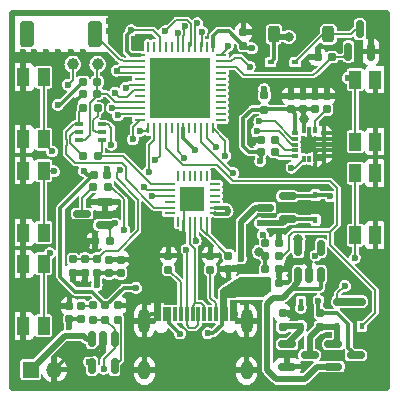
<source format=gbr>
%TF.GenerationSoftware,KiCad,Pcbnew,(6.0.0-rc1-323-gb9e66d8b98)*%
%TF.CreationDate,2021-12-09T23:12:50+08:00*%
%TF.ProjectId,Xterminal,58746572-6d69-46e6-916c-2e6b69636164,rev?*%
%TF.SameCoordinates,PXb340ac0PY76b1be0*%
%TF.FileFunction,Copper,L1,Top*%
%TF.FilePolarity,Positive*%
%FSLAX46Y46*%
G04 Gerber Fmt 4.6, Leading zero omitted, Abs format (unit mm)*
G04 Created by KiCad (PCBNEW (6.0.0-rc1-323-gb9e66d8b98)) date 2021-12-09 23:12:50*
%MOMM*%
%LPD*%
G01*
G04 APERTURE LIST*
G04 Aperture macros list*
%AMRoundRect*
0 Rectangle with rounded corners*
0 $1 Rounding radius*
0 $2 $3 $4 $5 $6 $7 $8 $9 X,Y pos of 4 corners*
0 Add a 4 corners polygon primitive as box body*
4,1,4,$2,$3,$4,$5,$6,$7,$8,$9,$2,$3,0*
0 Add four circle primitives for the rounded corners*
1,1,$1+$1,$2,$3*
1,1,$1+$1,$4,$5*
1,1,$1+$1,$6,$7*
1,1,$1+$1,$8,$9*
0 Add four rect primitives between the rounded corners*
20,1,$1+$1,$2,$3,$4,$5,0*
20,1,$1+$1,$4,$5,$6,$7,0*
20,1,$1+$1,$6,$7,$8,$9,0*
20,1,$1+$1,$8,$9,$2,$3,0*%
G04 Aperture macros list end*
%TA.AperFunction,Profile*%
%ADD10C,0.500000*%
%TD*%
%TA.AperFunction,SMDPad,CuDef*%
%ADD11RoundRect,0.062500X-0.375000X-0.062500X0.375000X-0.062500X0.375000X0.062500X-0.375000X0.062500X0*%
%TD*%
%TA.AperFunction,SMDPad,CuDef*%
%ADD12RoundRect,0.062500X-0.062500X-0.375000X0.062500X-0.375000X0.062500X0.375000X-0.062500X0.375000X0*%
%TD*%
%TA.AperFunction,SMDPad,CuDef*%
%ADD13R,5.150000X5.150000*%
%TD*%
%TA.AperFunction,SMDPad,CuDef*%
%ADD14RoundRect,0.150000X-0.150000X0.512500X-0.150000X-0.512500X0.150000X-0.512500X0.150000X0.512500X0*%
%TD*%
%TA.AperFunction,SMDPad,CuDef*%
%ADD15RoundRect,0.150000X0.587500X0.150000X-0.587500X0.150000X-0.587500X-0.150000X0.587500X-0.150000X0*%
%TD*%
%TA.AperFunction,SMDPad,CuDef*%
%ADD16RoundRect,0.155000X-0.155000X0.212500X-0.155000X-0.212500X0.155000X-0.212500X0.155000X0.212500X0*%
%TD*%
%TA.AperFunction,SMDPad,CuDef*%
%ADD17RoundRect,0.160000X-0.197500X-0.160000X0.197500X-0.160000X0.197500X0.160000X-0.197500X0.160000X0*%
%TD*%
%TA.AperFunction,SMDPad,CuDef*%
%ADD18R,0.450000X0.600000*%
%TD*%
%TA.AperFunction,SMDPad,CuDef*%
%ADD19R,0.600000X0.450000*%
%TD*%
%TA.AperFunction,SMDPad,CuDef*%
%ADD20RoundRect,0.155000X0.155000X-0.212500X0.155000X0.212500X-0.155000X0.212500X-0.155000X-0.212500X0*%
%TD*%
%TA.AperFunction,SMDPad,CuDef*%
%ADD21R,1.000000X1.550000*%
%TD*%
%TA.AperFunction,SMDPad,CuDef*%
%ADD22RoundRect,0.150000X-0.587500X-0.150000X0.587500X-0.150000X0.587500X0.150000X-0.587500X0.150000X0*%
%TD*%
%TA.AperFunction,SMDPad,CuDef*%
%ADD23RoundRect,0.160000X0.160000X-0.197500X0.160000X0.197500X-0.160000X0.197500X-0.160000X-0.197500X0*%
%TD*%
%TA.AperFunction,SMDPad,CuDef*%
%ADD24RoundRect,0.160000X0.197500X0.160000X-0.197500X0.160000X-0.197500X-0.160000X0.197500X-0.160000X0*%
%TD*%
%TA.AperFunction,SMDPad,CuDef*%
%ADD25RoundRect,0.062500X0.062500X-0.375000X0.062500X0.375000X-0.062500X0.375000X-0.062500X-0.375000X0*%
%TD*%
%TA.AperFunction,SMDPad,CuDef*%
%ADD26RoundRect,0.062500X0.375000X-0.062500X0.375000X0.062500X-0.375000X0.062500X-0.375000X-0.062500X0*%
%TD*%
%TA.AperFunction,SMDPad,CuDef*%
%ADD27R,2.150000X2.150000*%
%TD*%
%TA.AperFunction,SMDPad,CuDef*%
%ADD28R,0.650000X0.400000*%
%TD*%
%TA.AperFunction,SMDPad,CuDef*%
%ADD29C,1.000000*%
%TD*%
%TA.AperFunction,SMDPad,CuDef*%
%ADD30RoundRect,0.155000X-0.212500X-0.155000X0.212500X-0.155000X0.212500X0.155000X-0.212500X0.155000X0*%
%TD*%
%TA.AperFunction,SMDPad,CuDef*%
%ADD31RoundRect,0.160000X-0.160000X0.197500X-0.160000X-0.197500X0.160000X-0.197500X0.160000X0.197500X0*%
%TD*%
%TA.AperFunction,SMDPad,CuDef*%
%ADD32RoundRect,0.087500X-0.187500X-0.087500X0.187500X-0.087500X0.187500X0.087500X-0.187500X0.087500X0*%
%TD*%
%TA.AperFunction,SMDPad,CuDef*%
%ADD33RoundRect,0.087500X-0.087500X-0.187500X0.087500X-0.187500X0.087500X0.187500X-0.087500X0.187500X0*%
%TD*%
%TA.AperFunction,SMDPad,CuDef*%
%ADD34R,0.300000X1.150000*%
%TD*%
%TA.AperFunction,ComponentPad*%
%ADD35O,1.000000X2.100000*%
%TD*%
%TA.AperFunction,ComponentPad*%
%ADD36O,1.000000X1.600000*%
%TD*%
%TA.AperFunction,SMDPad,CuDef*%
%ADD37RoundRect,0.250000X0.350000X0.850000X-0.350000X0.850000X-0.350000X-0.850000X0.350000X-0.850000X0*%
%TD*%
%TA.AperFunction,SMDPad,CuDef*%
%ADD38RoundRect,0.250000X-0.250000X-0.450000X0.250000X-0.450000X0.250000X0.450000X-0.250000X0.450000X0*%
%TD*%
%TA.AperFunction,SMDPad,CuDef*%
%ADD39RoundRect,0.150000X0.150000X-0.512500X0.150000X0.512500X-0.150000X0.512500X-0.150000X-0.512500X0*%
%TD*%
%TA.AperFunction,SMDPad,CuDef*%
%ADD40RoundRect,0.150000X0.150000X-0.587500X0.150000X0.587500X-0.150000X0.587500X-0.150000X-0.587500X0*%
%TD*%
%TA.AperFunction,SMDPad,CuDef*%
%ADD41RoundRect,0.155000X0.212500X0.155000X-0.212500X0.155000X-0.212500X-0.155000X0.212500X-0.155000X0*%
%TD*%
%TA.AperFunction,ComponentPad*%
%ADD42R,1.350000X1.350000*%
%TD*%
%TA.AperFunction,ComponentPad*%
%ADD43O,1.350000X1.350000*%
%TD*%
%TA.AperFunction,ViaPad*%
%ADD44C,0.600000*%
%TD*%
%TA.AperFunction,ViaPad*%
%ADD45C,0.800000*%
%TD*%
%TA.AperFunction,Conductor*%
%ADD46C,0.203200*%
%TD*%
%TA.AperFunction,Conductor*%
%ADD47C,0.300000*%
%TD*%
%TA.AperFunction,Conductor*%
%ADD48C,0.150000*%
%TD*%
%TA.AperFunction,Conductor*%
%ADD49C,0.500000*%
%TD*%
%TA.AperFunction,Conductor*%
%ADD50C,0.700000*%
%TD*%
G04 APERTURE END LIST*
D10*
X0Y31750000D02*
X31750000Y31750000D01*
X31750000Y31750000D02*
X31750000Y0D01*
X31750000Y0D02*
X0Y0D01*
X0Y0D02*
X0Y31750000D01*
D11*
%TO.P,U1,1,VDDA*%
%TO.N,+3.3VA*%
X10786500Y28150000D03*
%TO.P,U1,2,LNA_IN*%
%TO.N,Net-(AE1-Pad1)*%
X10786500Y27650000D03*
%TO.P,U1,3,VDDA3P3*%
%TO.N,+3.3VA*%
X10786500Y27150000D03*
%TO.P,U1,4,VDDA3P3*%
X10786500Y26650000D03*
%TO.P,U1,5,SENSOR_VP*%
%TO.N,/GPIO36*%
X10786500Y26150000D03*
%TO.P,U1,6,SENSOR_CAPP*%
%TO.N,/BAT_DET*%
X10786500Y25650000D03*
%TO.P,U1,7,SENSOR_CAPN*%
%TO.N,/CHG_DET*%
X10786500Y25150000D03*
%TO.P,U1,8,SENSOR_VN*%
%TO.N,/GPIO39*%
X10786500Y24650000D03*
%TO.P,U1,9,EN*%
%TO.N,/ESP_EN*%
X10786500Y24150000D03*
%TO.P,U1,10,IO34*%
%TO.N,/GPIO34*%
X10786500Y23650000D03*
%TO.P,U1,11,IO35*%
%TO.N,/GPIO35*%
X10786500Y23150000D03*
%TO.P,U1,12,IO32*%
%TO.N,/GPIO32*%
X10786500Y22650000D03*
D12*
%TO.P,U1,13,IO33*%
%TO.N,/GPIO33*%
X11474000Y21962500D03*
%TO.P,U1,14,IO25*%
%TO.N,/GPIO25*%
X11974000Y21962500D03*
%TO.P,U1,15,IO26*%
%TO.N,/GPIO26*%
X12474000Y21962500D03*
%TO.P,U1,16,IO27*%
%TO.N,/GPIO27*%
X12974000Y21962500D03*
%TO.P,U1,17,IO14*%
%TO.N,/GPIO14*%
X13474000Y21962500D03*
%TO.P,U1,18,IO12*%
%TO.N,/GPIO12*%
X13974000Y21962500D03*
%TO.P,U1,19,VDD3P3_RTC*%
%TO.N,+3.3VA*%
X14474000Y21962500D03*
%TO.P,U1,20,IO13*%
%TO.N,/GPIO13*%
X14974000Y21962500D03*
%TO.P,U1,21,IO15*%
%TO.N,/GPIO15*%
X15474000Y21962500D03*
%TO.P,U1,22,IO2*%
%TO.N,/GPIO2*%
X15974000Y21962500D03*
%TO.P,U1,23,IO0*%
%TO.N,/ESP_BOOT*%
X16474000Y21962500D03*
%TO.P,U1,24,IO4*%
%TO.N,/GPIO4*%
X16974000Y21962500D03*
D11*
%TO.P,U1,25,IO16*%
%TO.N,unconnected-(U1-Pad25)*%
X17661500Y22650000D03*
%TO.P,U1,26,VDD_SDIO*%
%TO.N,unconnected-(U1-Pad26)*%
X17661500Y23150000D03*
%TO.P,U1,27,IO17*%
%TO.N,unconnected-(U1-Pad27)*%
X17661500Y23650000D03*
%TO.P,U1,28,SD2/IO9*%
%TO.N,/GPIO9*%
X17661500Y24150000D03*
%TO.P,U1,29,SD3/IO10*%
%TO.N,/GPIO10*%
X17661500Y24650000D03*
%TO.P,U1,30,CMD*%
%TO.N,unconnected-(U1-Pad30)*%
X17661500Y25150000D03*
%TO.P,U1,31,CLK*%
%TO.N,unconnected-(U1-Pad31)*%
X17661500Y25650000D03*
%TO.P,U1,32,SD0*%
%TO.N,unconnected-(U1-Pad32)*%
X17661500Y26150000D03*
%TO.P,U1,33,SD1*%
%TO.N,unconnected-(U1-Pad33)*%
X17661500Y26650000D03*
%TO.P,U1,34,IO5*%
%TO.N,/BUZZ*%
X17661500Y27150000D03*
%TO.P,U1,35,IO18*%
%TO.N,/GPIO18*%
X17661500Y27650000D03*
%TO.P,U1,36,IO23*%
%TO.N,/GPIO23*%
X17661500Y28150000D03*
D12*
%TO.P,U1,37,VDD3P3_CPU*%
%TO.N,+3.3VA*%
X16974000Y28837500D03*
%TO.P,U1,38,IO19*%
%TO.N,/GPIO19*%
X16474000Y28837500D03*
%TO.P,U1,39,IO22*%
%TO.N,/GPIO22*%
X15974000Y28837500D03*
%TO.P,U1,40,U0RXD/IO3*%
%TO.N,/CH340_TXD*%
X15474000Y28837500D03*
%TO.P,U1,41,U0TXD/IO1*%
%TO.N,/CH340_RXD*%
X14974000Y28837500D03*
%TO.P,U1,42,IO21*%
%TO.N,/GPIO21*%
X14474000Y28837500D03*
%TO.P,U1,43,VDDA*%
%TO.N,+3.3VA*%
X13974000Y28837500D03*
%TO.P,U1,44,XTAL_N_NC*%
%TO.N,unconnected-(U1-Pad44)*%
X13474000Y28837500D03*
%TO.P,U1,45,XTAL_P_NC*%
%TO.N,unconnected-(U1-Pad45)*%
X12974000Y28837500D03*
%TO.P,U1,46,VDDA*%
%TO.N,+3.3VA*%
X12474000Y28837500D03*
%TO.P,U1,47,CAP2_NC*%
%TO.N,unconnected-(U1-Pad47)*%
X11974000Y28837500D03*
%TO.P,U1,48,CAP1_NC*%
%TO.N,unconnected-(U1-Pad48)*%
X11474000Y28837500D03*
D13*
%TO.P,U1,49,GND*%
%TO.N,GND*%
X14224000Y25400000D03*
%TD*%
D14*
%TO.P,U5,1,STAT*%
%TO.N,/CHG_DET*%
X8644000Y4093500D03*
%TO.P,U5,2,VSS*%
%TO.N,GND*%
X7694000Y4093500D03*
%TO.P,U5,3,VBAT*%
%TO.N,+BATT*%
X6744000Y4093500D03*
%TO.P,U5,4,VDD*%
%TO.N,VBUS*%
X6744000Y1818500D03*
%TO.P,U5,5,PROG*%
%TO.N,Net-(R6-Pad2)*%
X8644000Y1818500D03*
%TD*%
D15*
%TO.P,Q6,1,G*%
%TO.N,/GPIO12*%
X7795500Y13782000D03*
%TO.P,Q6,2,S*%
%TO.N,GND*%
X7795500Y15682000D03*
%TO.P,Q6,3,D*%
%TO.N,Net-(Q6-Pad3)*%
X5920500Y14732000D03*
%TD*%
D16*
%TO.P,C1,1*%
%TO.N,GND*%
X19558000Y30091000D03*
%TO.P,C1,2*%
%TO.N,+3.3VA*%
X19558000Y28956000D03*
%TD*%
D17*
%TO.P,R7,1*%
%TO.N,VBUS*%
X21411000Y8890000D03*
%TO.P,R7,2*%
%TO.N,GND*%
X22606000Y8890000D03*
%TD*%
D18*
%TO.P,D2,1,K*%
%TO.N,/VCC_SYS_IN*%
X25654000Y16290000D03*
%TO.P,D2,2,A*%
%TO.N,VBUS*%
X25654000Y14190000D03*
%TD*%
D19*
%TO.P,D1,1,K*%
%TO.N,+3V3*%
X21848000Y27523000D03*
%TO.P,D1,2,A*%
%TO.N,Net-(BZ1-Pad2)*%
X23948000Y27523000D03*
%TD*%
D20*
%TO.P,C2,1*%
%TO.N,+3V3*%
X23556000Y23562500D03*
%TO.P,C2,2*%
%TO.N,GND*%
X23556000Y24697500D03*
%TD*%
D21*
%TO.P,SW4,1,1*%
%TO.N,GND*%
X928000Y26285000D03*
X928000Y21035000D03*
%TO.P,SW4,2,2*%
%TO.N,/GPIO26*%
X2628000Y26285000D03*
X2628000Y21035000D03*
%TD*%
D16*
%TO.P,C12,1*%
%TO.N,/BAT_DET*%
X5126000Y10849500D03*
%TO.P,C12,2*%
%TO.N,GND*%
X5126000Y9714500D03*
%TD*%
D17*
%TO.P,R20,1*%
%TO.N,Net-(Q6-Pad3)*%
X6858000Y17018000D03*
%TO.P,R20,2*%
%TO.N,Net-(R20-Pad2)*%
X8053000Y17018000D03*
%TD*%
D22*
%TO.P,Q3,1,G*%
%TO.N,Net-(D3-Pad1)*%
X23278000Y3678000D03*
%TO.P,Q3,2,S*%
%TO.N,GND*%
X23278000Y1778000D03*
%TO.P,Q3,3,D*%
%TO.N,Net-(D5-Pad2)*%
X25153000Y2728000D03*
%TD*%
D23*
%TO.P,R8,1*%
%TO.N,/CHG_DET*%
X6858000Y5752500D03*
%TO.P,R8,2*%
%TO.N,Net-(D4-Pad1)*%
X6858000Y6947500D03*
%TD*%
D17*
%TO.P,R18,1*%
%TO.N,+3V3*%
X21411000Y11147332D03*
%TO.P,R18,2*%
%TO.N,/GPIO27*%
X22606000Y11147332D03*
%TD*%
D23*
%TO.P,R10,1*%
%TO.N,Net-(R10-Pad1)*%
X16764000Y9981000D03*
%TO.P,R10,2*%
%TO.N,GND*%
X16764000Y11176000D03*
%TD*%
D24*
%TO.P,R16,1*%
%TO.N,/CH340_RTS*%
X7201500Y19596000D03*
%TO.P,R16,2*%
%TO.N,Net-(Q5-Pad2)*%
X6006500Y19596000D03*
%TD*%
D25*
%TO.P,U6,1,RI*%
%TO.N,unconnected-(U6-Pad1)*%
X13990000Y14052500D03*
%TO.P,U6,2,GND*%
%TO.N,GND*%
X14490000Y14052500D03*
%TO.P,U6,3,UD+*%
%TO.N,/USB_PWR_DP*%
X14990000Y14052500D03*
%TO.P,U6,4,UD-*%
%TO.N,/USB_PWR_DM*%
X15490000Y14052500D03*
%TO.P,U6,5,VIO*%
%TO.N,Net-(C13-Pad2)*%
X15990000Y14052500D03*
%TO.P,U6,6,V3*%
X16490000Y14052500D03*
D26*
%TO.P,U6,7,VDD5*%
%TO.N,VBUS*%
X17177500Y14740000D03*
%TO.P,U6,8,VBUS*%
X17177500Y15240000D03*
%TO.P,U6,9,RST#*%
%TO.N,unconnected-(U6-Pad9)*%
X17177500Y15740000D03*
%TO.P,U6,10,ACT#*%
%TO.N,unconnected-(U6-Pad10)*%
X17177500Y16240000D03*
%TO.P,U6,11,WAKEUP/GPIO3*%
%TO.N,unconnected-(U6-Pad11)*%
X17177500Y16740000D03*
%TO.P,U6,12,TNOW/GPIO2*%
%TO.N,unconnected-(U6-Pad12)*%
X17177500Y17240000D03*
D25*
%TO.P,U6,13,RXS/GPIO1*%
%TO.N,unconnected-(U6-Pad13)*%
X16490000Y17927500D03*
%TO.P,U6,14,TXS/GPIO0*%
%TO.N,unconnected-(U6-Pad14)*%
X15990000Y17927500D03*
%TO.P,U6,15,SUSPEND#*%
%TO.N,unconnected-(U6-Pad15)*%
X15490000Y17927500D03*
%TO.P,U6,16,GPIO4*%
%TO.N,unconnected-(U6-Pad16)*%
X14990000Y17927500D03*
%TO.P,U6,17,SUSPEND*%
%TO.N,unconnected-(U6-Pad17)*%
X14490000Y17927500D03*
%TO.P,U6,18,CTS*%
%TO.N,unconnected-(U6-Pad18)*%
X13990000Y17927500D03*
D26*
%TO.P,U6,19,RTS*%
%TO.N,/CH340_RTS*%
X13302500Y17240000D03*
%TO.P,U6,20,RXD*%
%TO.N,/CH340_RXD*%
X13302500Y16740000D03*
%TO.P,U6,21,TXD*%
%TO.N,/CH340_TXD*%
X13302500Y16240000D03*
%TO.P,U6,22,DSR*%
%TO.N,unconnected-(U6-Pad22)*%
X13302500Y15740000D03*
%TO.P,U6,23,DTR*%
%TO.N,/CH340_DTR*%
X13302500Y15240000D03*
%TO.P,U6,24,DCD*%
%TO.N,unconnected-(U6-Pad24)*%
X13302500Y14740000D03*
D27*
%TO.P,U6,25,GND*%
%TO.N,GND*%
X15240000Y15990000D03*
%TD*%
D28*
%TO.P,Q5,1,E1*%
%TO.N,/CH340_DTR*%
X5654000Y22278000D03*
%TO.P,Q5,2,B1*%
%TO.N,Net-(Q5-Pad2)*%
X5654000Y21628000D03*
%TO.P,Q5,3,C2*%
%TO.N,/ESP_EN*%
X5654000Y20978000D03*
%TO.P,Q5,4,E2*%
%TO.N,/CH340_RTS*%
X7554000Y20978000D03*
%TO.P,Q5,5,B2*%
%TO.N,Net-(Q5-Pad5)*%
X7554000Y21628000D03*
%TO.P,Q5,6,C1*%
%TO.N,/ESP_BOOT*%
X7554000Y22278000D03*
%TD*%
D21*
%TO.P,SW1,1,1*%
%TO.N,GND*%
X30734000Y12909000D03*
X30734000Y18159000D03*
%TO.P,SW1,2,2*%
%TO.N,/KEY1_RAW*%
X29034000Y12909000D03*
X29034000Y18159000D03*
%TD*%
D29*
%TO.P,TP2,1,1*%
%TO.N,/ESP_BOOT*%
X5105400Y27381200D03*
%TD*%
D17*
%TO.P,R3,1*%
%TO.N,+3V3*%
X21004000Y19937500D03*
%TO.P,R3,2*%
%TO.N,Net-(R3-Pad2)*%
X22199000Y19937500D03*
%TD*%
D30*
%TO.P,C14,1*%
%TO.N,+3V3*%
X6869289Y18025068D03*
%TO.P,C14,2*%
%TO.N,GND*%
X8004289Y18025068D03*
%TD*%
D24*
%TO.P,R1,1*%
%TO.N,/BUZZ*%
X27043000Y27973000D03*
%TO.P,R1,2*%
%TO.N,GND*%
X25848000Y27973000D03*
%TD*%
D31*
%TO.P,R11,1*%
%TO.N,/VCC_SYS_IN*%
X26011500Y6322000D03*
%TO.P,R11,2*%
%TO.N,Net-(D5-Pad2)*%
X26011500Y5127000D03*
%TD*%
D22*
%TO.P,Q4,1,G*%
%TO.N,Net-(D5-Pad2)*%
X27178000Y3678000D03*
%TO.P,Q4,2,S*%
%TO.N,/VCC_SYS*%
X27178000Y1778000D03*
%TO.P,Q4,3,D*%
%TO.N,/VCC_SYS_IN*%
X29053000Y2728000D03*
%TD*%
D32*
%TO.P,U2,1,VDDIO*%
%TO.N,+3V3*%
X23921000Y21574000D03*
%TO.P,U2,2,SCL/SPC*%
%TO.N,/GPIO33*%
X23921000Y21074000D03*
%TO.P,U2,3,SDA/SDI*%
%TO.N,/GPIO32*%
X23921000Y20574000D03*
%TO.P,U2,4,SAO/SD0*%
%TO.N,Net-(R2-Pad1)*%
X23921000Y20074000D03*
%TO.P,U2,5,~{CS}*%
%TO.N,Net-(R3-Pad2)*%
X23921000Y19574000D03*
D33*
%TO.P,U2,6,INT*%
%TO.N,/GPIO34*%
X24646000Y19349000D03*
%TO.P,U2,7,RESV*%
%TO.N,unconnected-(U2-Pad7)*%
X25146000Y19349000D03*
%TO.P,U2,8,FSYNC*%
%TO.N,GND*%
X25646000Y19349000D03*
D32*
%TO.P,U2,9,GND*%
X26371000Y19574000D03*
%TO.P,U2,10,GND*%
X26371000Y20074000D03*
%TO.P,U2,11,GND*%
X26371000Y20574000D03*
%TO.P,U2,12,GND*%
X26371000Y21074000D03*
%TO.P,U2,13,GND*%
X26371000Y21574000D03*
D33*
%TO.P,U2,14,REGOUT*%
%TO.N,Net-(C5-Pad1)*%
X25646000Y21799000D03*
%TO.P,U2,15,GND*%
%TO.N,GND*%
X25146000Y21799000D03*
%TO.P,U2,16,VDD*%
%TO.N,+3V3*%
X24646000Y21799000D03*
%TD*%
D20*
%TO.P,C11,1*%
%TO.N,+BATT*%
X9162000Y9702000D03*
%TO.P,C11,2*%
%TO.N,GND*%
X9162000Y10837000D03*
%TD*%
D23*
%TO.P,R14,1*%
%TO.N,+BATT*%
X7158000Y9684500D03*
%TO.P,R14,2*%
%TO.N,/BAT_DET*%
X7158000Y10879500D03*
%TD*%
D16*
%TO.P,D4,1,K*%
%TO.N,Net-(D4-Pad1)*%
X5842000Y6917500D03*
%TO.P,D4,2,A*%
%TO.N,VBUS*%
X5842000Y5782500D03*
%TD*%
D34*
%TO.P,U3,A1,GND*%
%TO.N,GND*%
X12144000Y6210000D03*
%TO.P,U3,A4,VBUS*%
%TO.N,VBUS*%
X12944000Y6210000D03*
%TO.P,U3,A5,CC1*%
%TO.N,Net-(R13-Pad1)*%
X14244000Y6210000D03*
%TO.P,U3,A6,D+*%
%TO.N,/USB_PWR_DP*%
X15244000Y6210000D03*
%TO.P,U3,A7,D-*%
%TO.N,/USB_PWR_DM*%
X15744000Y6210000D03*
%TO.P,U3,A8,SBU1*%
%TO.N,unconnected-(U3-PadA8)*%
X16744000Y6210000D03*
%TO.P,U3,A9,VBUS*%
%TO.N,VBUS*%
X18044000Y6210000D03*
%TO.P,U3,A12,GND*%
%TO.N,GND*%
X18844000Y6210000D03*
%TO.P,U3,B1,GND*%
X18544000Y6210000D03*
%TO.P,U3,B4,VBUS*%
%TO.N,VBUS*%
X17744000Y6210000D03*
%TO.P,U3,B5,CC2*%
%TO.N,Net-(R10-Pad1)*%
X17244000Y6210000D03*
%TO.P,U3,B6,D+*%
%TO.N,/USB_PWR_DP*%
X16244000Y6210000D03*
%TO.P,U3,B7,D-*%
%TO.N,/USB_PWR_DM*%
X14744000Y6210000D03*
%TO.P,U3,B8,SBU2*%
%TO.N,unconnected-(U3-PadB8)*%
X13744000Y6210000D03*
%TO.P,U3,B9,VBUS*%
%TO.N,VBUS*%
X13244000Y6210000D03*
%TO.P,U3,B12,GND*%
%TO.N,GND*%
X12444000Y6210000D03*
D35*
%TO.P,U3,S1,SHIELD*%
X19814000Y5645000D03*
X11174000Y5645000D03*
D36*
X19814000Y1465000D03*
X11174000Y1465000D03*
%TD*%
D20*
%TO.P,C13,1*%
%TO.N,GND*%
X18288000Y10041000D03*
%TO.P,C13,2*%
%TO.N,Net-(C13-Pad2)*%
X18288000Y11176000D03*
%TD*%
D18*
%TO.P,D5,1,K*%
%TO.N,/KEY1_RAW*%
X27511500Y7274500D03*
%TO.P,D5,2,A*%
%TO.N,Net-(D5-Pad2)*%
X27511500Y5174500D03*
%TD*%
D17*
%TO.P,R19,1*%
%TO.N,GND*%
X7022500Y12446000D03*
%TO.P,R19,2*%
%TO.N,/GPIO12*%
X8217500Y12446000D03*
%TD*%
D37*
%TO.P,AE1,1,A*%
%TO.N,Net-(AE1-Pad1)*%
X6970000Y29972000D03*
%TO.P,AE1,2*%
%TO.N,N/C*%
X1270000Y29972000D03*
%TD*%
D38*
%TO.P,BZ1,1,-*%
%TO.N,+3V3*%
X22144000Y29903000D03*
%TO.P,BZ1,2,+*%
%TO.N,Net-(BZ1-Pad2)*%
X26744000Y29903000D03*
%TD*%
D31*
%TO.P,R6,1*%
%TO.N,GND*%
X8924000Y6945000D03*
%TO.P,R6,2*%
%TO.N,Net-(R6-Pad2)*%
X8924000Y5750000D03*
%TD*%
%TO.P,R9,1*%
%TO.N,+3V3*%
X7874000Y6947500D03*
%TO.P,R9,2*%
%TO.N,/CHG_DET*%
X7874000Y5752500D03*
%TD*%
D20*
%TO.P,C4,1*%
%TO.N,+3V3*%
X25588000Y23562500D03*
%TO.P,C4,2*%
%TO.N,GND*%
X25588000Y24697500D03*
%TD*%
D23*
%TO.P,R4,1*%
%TO.N,+3V3*%
X21336000Y23532500D03*
%TO.P,R4,2*%
%TO.N,+3.3VA*%
X21336000Y24727500D03*
%TD*%
D21*
%TO.P,SW5,1,1*%
%TO.N,GND*%
X928000Y10485000D03*
X928000Y5235000D03*
%TO.P,SW5,2,2*%
%TO.N,/GPIO25*%
X2628000Y10485000D03*
X2628000Y5235000D03*
%TD*%
D20*
%TO.P,C3,1*%
%TO.N,+3V3*%
X24572000Y23562500D03*
%TO.P,C3,2*%
%TO.N,GND*%
X24572000Y24697500D03*
%TD*%
D30*
%TO.P,C8,1*%
%TO.N,Net-(C8-Pad1)*%
X21421000Y12276000D03*
%TO.P,C8,2*%
%TO.N,GND*%
X22556000Y12276000D03*
%TD*%
D39*
%TO.P,U4,1,IN*%
%TO.N,/VCC_SYS*%
X24196000Y9530500D03*
%TO.P,U4,2,GND*%
%TO.N,GND*%
X25146000Y9530500D03*
%TO.P,U4,3,EN*%
%TO.N,/VCC_SYS*%
X26096000Y9530500D03*
%TO.P,U4,4,BP*%
%TO.N,Net-(C8-Pad1)*%
X26096000Y11805500D03*
%TO.P,U4,5,OUT*%
%TO.N,+3V3*%
X24196000Y11805500D03*
%TD*%
D21*
%TO.P,SW3,1,1*%
%TO.N,GND*%
X30734000Y20828000D03*
X30734000Y26078000D03*
%TO.P,SW3,2,2*%
%TO.N,/GPIO22*%
X29034000Y20828000D03*
X29034000Y26078000D03*
%TD*%
D31*
%TO.P,R15,1*%
%TO.N,/BAT_DET*%
X6142000Y10879500D03*
%TO.P,R15,2*%
%TO.N,GND*%
X6142000Y9684500D03*
%TD*%
D40*
%TO.P,Q1,1,G*%
%TO.N,/BUZZ*%
X28448000Y28448000D03*
%TO.P,Q1,2,S*%
%TO.N,GND*%
X30348000Y28448000D03*
%TO.P,Q1,3,D*%
%TO.N,Net-(BZ1-Pad2)*%
X29398000Y30323000D03*
%TD*%
D41*
%TO.P,C6,1*%
%TO.N,/ESP_EN*%
X7128000Y24874000D03*
%TO.P,C6,2*%
%TO.N,GND*%
X5993000Y24874000D03*
%TD*%
D20*
%TO.P,C5,1*%
%TO.N,Net-(C5-Pad1)*%
X26604000Y23562500D03*
%TO.P,C5,2*%
%TO.N,GND*%
X26604000Y24697500D03*
%TD*%
D30*
%TO.P,C9,1*%
%TO.N,+3V3*%
X21421000Y10018666D03*
%TO.P,C9,2*%
%TO.N,GND*%
X22556000Y10018666D03*
%TD*%
D24*
%TO.P,R2,1*%
%TO.N,Net-(R2-Pad1)*%
X22199000Y20953500D03*
%TO.P,R2,2*%
%TO.N,GND*%
X21004000Y20953500D03*
%TD*%
D42*
%TO.P,J1,1,Pin_1*%
%TO.N,+BATT*%
X1540000Y1524000D03*
D43*
%TO.P,J1,2,Pin_2*%
%TO.N,GND*%
X3540000Y1524000D03*
%TD*%
D17*
%TO.P,R5,1*%
%TO.N,+3V3*%
X5963000Y25890000D03*
%TO.P,R5,2*%
%TO.N,/ESP_EN*%
X7158000Y25890000D03*
%TD*%
D24*
%TO.P,R17,1*%
%TO.N,Net-(Q5-Pad5)*%
X7201500Y23660000D03*
%TO.P,R17,2*%
%TO.N,/CH340_DTR*%
X6006500Y23660000D03*
%TD*%
D23*
%TO.P,R12,1*%
%TO.N,Net-(D3-Pad1)*%
X22861500Y5124500D03*
%TO.P,R12,2*%
%TO.N,GND*%
X22861500Y6319500D03*
%TD*%
D29*
%TO.P,TP1,1,1*%
%TO.N,/ESP_EN*%
X7213600Y27381200D03*
%TD*%
D18*
%TO.P,D6,1,K*%
%TO.N,/KEY1_RAW*%
X29561500Y7272000D03*
%TO.P,D6,2,A*%
%TO.N,/GPIO27*%
X29561500Y5172000D03*
%TD*%
D23*
%TO.P,R13,1*%
%TO.N,Net-(R13-Pad1)*%
X13208000Y9981000D03*
%TO.P,R13,2*%
%TO.N,GND*%
X13208000Y11176000D03*
%TD*%
D21*
%TO.P,SW2,1,1*%
%TO.N,GND*%
X928000Y18373000D03*
X928000Y13123000D03*
%TO.P,SW2,2,2*%
%TO.N,/GPIO35*%
X2628000Y18373000D03*
X2628000Y13123000D03*
%TD*%
D20*
%TO.P,C10,1*%
%TO.N,+BATT*%
X8146000Y9702000D03*
%TO.P,C10,2*%
%TO.N,GND*%
X8146000Y10837000D03*
%TD*%
D15*
%TO.P,Q2,1,G*%
%TO.N,VBUS*%
X23289500Y14290000D03*
%TO.P,Q2,2,S*%
%TO.N,/VCC_SYS_IN*%
X23289500Y16190000D03*
%TO.P,Q2,3,D*%
%TO.N,+BATT*%
X21414500Y15240000D03*
%TD*%
D18*
%TO.P,D3,1,K*%
%TO.N,Net-(D3-Pad1)*%
X24427500Y5177500D03*
%TO.P,D3,2,A*%
%TO.N,/GPIO21*%
X24427500Y7277500D03*
%TD*%
D16*
%TO.P,C7,1*%
%TO.N,GND*%
X4824000Y6917500D03*
%TO.P,C7,2*%
%TO.N,VBUS*%
X4824000Y5782500D03*
%TD*%
D44*
%TO.N,GND*%
X14528800Y16637000D03*
X3937000Y26568400D03*
X685800Y23291800D03*
X889000Y24257000D03*
X2184400Y3632200D03*
X914400Y4013200D03*
X1092200Y7391400D03*
X1219200Y8509000D03*
X1244600Y15163800D03*
X1244600Y16230600D03*
X4013200Y16687800D03*
X5130800Y13436600D03*
X10033000Y14960600D03*
X8966200Y21894800D03*
X12115800Y27533600D03*
X10414000Y29210000D03*
X22606000Y24638000D03*
X26924000Y26162000D03*
X25146000Y30988000D03*
X28194000Y30988000D03*
X30734000Y30734000D03*
X30226000Y22860000D03*
X30226000Y23876000D03*
X27940000Y20574000D03*
X27940000Y19050000D03*
X30734000Y16256000D03*
X30480000Y14986000D03*
X30734000Y11176000D03*
X29210000Y6096000D03*
X29464000Y3810000D03*
X30988000Y1524000D03*
X30734000Y2794000D03*
X30988000Y4318000D03*
X28194000Y762000D03*
X26670000Y762000D03*
X20828000Y7112000D03*
X10922000Y12192000D03*
X16002000Y15240000D03*
X2844800Y28422600D03*
X29591000Y8483600D03*
X1854200Y28448000D03*
X29997400Y1168400D03*
X17526000Y13792200D03*
X20370800Y20701000D03*
X6324600Y12090400D03*
X10033000Y10820400D03*
X30353000Y10312400D03*
X16916400Y2489200D03*
X14757400Y25781000D03*
X8153400Y30149800D03*
X14808200Y26898600D03*
X15925800Y26924000D03*
X14681200Y2514600D03*
X5969000Y28422600D03*
X3708400Y22428200D03*
X18846800Y10160000D03*
X3886200Y28422600D03*
D45*
X23571200Y6223000D03*
D44*
X863600Y28422600D03*
X22047200Y18516600D03*
X11861800Y14147800D03*
X13233400Y2540000D03*
X18389600Y1346200D03*
X16916400Y1346200D03*
X19888200Y16357600D03*
X6096000Y8839200D03*
X20828000Y16433800D03*
X25425400Y20574000D03*
X8026400Y18465800D03*
X16154400Y24790400D03*
X10160000Y9550400D03*
X13868400Y1524000D03*
X4953000Y28422600D03*
X18592800Y12369800D03*
X18592800Y2463800D03*
X15468600Y1473200D03*
X11277600Y11023600D03*
X14833600Y24765000D03*
X23215600Y10287000D03*
X8178800Y31013400D03*
X16078200Y25857200D03*
D45*
%TO.N,+3V3*%
X24206200Y12573000D03*
D44*
X6019801Y18338801D03*
X3835400Y23926800D03*
X20980400Y19177000D03*
D45*
X24714200Y22733000D03*
X23393400Y29692600D03*
X20853400Y11506200D03*
D44*
X10464800Y8432800D03*
%TO.N,/BAT_DET*%
X9601200Y25400000D03*
X9093200Y18440400D03*
%TO.N,+3.3VA*%
X8813800Y26822400D03*
X21310600Y25273000D03*
X10058400Y30251400D03*
X13974000Y30026800D03*
X20269200Y28727400D03*
X15468600Y20091400D03*
%TO.N,+BATT*%
X5994400Y4394200D03*
X7137400Y8661400D03*
X19354800Y10922000D03*
%TO.N,/VCC_SYS_IN*%
X25908000Y7366000D03*
X26873200Y16179800D03*
%TO.N,/GPIO21*%
X24409400Y6731000D03*
X14579461Y30598100D03*
%TO.N,/KEY1_RAW*%
X28143200Y8610600D03*
X28981400Y10972800D03*
%TO.N,/ESP_BOOT*%
X17246600Y20345400D03*
X4695234Y25634456D03*
X8382000Y20548600D03*
%TO.N,/GPIO12*%
X14554200Y19456400D03*
X8686800Y13893800D03*
%TO.N,/CHG_DET*%
X7721600Y1574800D03*
X8686800Y24942800D03*
%TO.N,/GPIO35*%
X8924393Y23046700D03*
X3505200Y18313400D03*
%TO.N,/GPIO25*%
X11557000Y18288000D03*
X3149600Y11379200D03*
%TO.N,/GPIO34*%
X23622000Y18618200D03*
X8432800Y23672800D03*
%TO.N,/GPIO32*%
X10185400Y21005800D03*
X20701000Y21717000D03*
%TO.N,/GPIO33*%
X10795000Y21742400D03*
X20904200Y22529800D03*
%TO.N,/GPIO2*%
X18669000Y18186400D03*
%TO.N,VBUS*%
X6492278Y2174278D03*
X16535400Y4597400D03*
X20929600Y13919200D03*
X18211800Y14960600D03*
X14173200Y4572000D03*
X20167600Y8712200D03*
X20802600Y8432800D03*
X4826000Y5156200D03*
%TO.N,/USB_PWR_DM*%
X14732000Y11684000D03*
X15514500Y12446000D03*
%TO.N,/GPIO4*%
X18034000Y19608800D03*
%TO.N,/GPIO18*%
X20082500Y27178000D03*
%TO.N,/GPIO23*%
X18288000Y28956000D03*
%TO.N,/CH340_TXD*%
X11781586Y16232869D03*
X15627851Y30840884D03*
%TO.N,/CH340_RXD*%
X11159235Y16974343D03*
X12924999Y30173779D03*
%TO.N,/GPIO22*%
X28397200Y26212800D03*
X16027400Y30124400D03*
%TO.N,/GPIO26*%
X12090400Y19227800D03*
X3352800Y19989800D03*
%TO.N,Net-(C8-Pad1)*%
X25654000Y11176000D03*
X21221917Y12915192D03*
%TO.N,Net-(R20-Pad2)*%
X9464300Y13369300D03*
%TD*%
D46*
%TO.N,GND*%
X14490000Y16598200D02*
X14528800Y16637000D01*
X14490000Y14821600D02*
X14490000Y16598200D01*
X14490000Y14821600D02*
X14490000Y15240000D01*
X14490000Y14052500D02*
X14490000Y14821600D01*
D47*
X15925800Y15240000D02*
X14528800Y16637000D01*
X16002000Y15240000D02*
X15925800Y15240000D01*
D46*
X14490000Y15240000D02*
X15240000Y15990000D01*
X13919200Y12192000D02*
X10922000Y12192000D01*
X14490000Y12762800D02*
X13919200Y12192000D01*
X14490000Y14052500D02*
X14490000Y12762800D01*
D48*
%TO.N,/USB_PWR_DP*%
X15457480Y11720520D02*
X15457480Y7148480D01*
X14990000Y12188000D02*
X15457480Y11720520D01*
X14990000Y14052500D02*
X14990000Y12188000D01*
%TO.N,/CH340_RXD*%
X13285120Y16757380D02*
X13302500Y16740000D01*
X11159235Y16974343D02*
X11376198Y16757380D01*
X11376198Y16757380D02*
X13285120Y16757380D01*
%TO.N,/CH340_RTS*%
X9373617Y19596000D02*
X11729617Y17240000D01*
X11729617Y17240000D02*
X13302500Y17240000D01*
X7201500Y19596000D02*
X9373617Y19596000D01*
D46*
%TO.N,+3.3VA*%
X13974000Y28837500D02*
X13974000Y30026800D01*
X11912600Y30251400D02*
X10058400Y30251400D01*
X12474000Y29690000D02*
X11912600Y30251400D01*
X12474000Y28837500D02*
X12474000Y29690000D01*
X8986200Y26650000D02*
X8813800Y26822400D01*
X10786500Y26650000D02*
X8986200Y26650000D01*
X9141400Y27150000D02*
X8813800Y26822400D01*
X10786500Y27150000D02*
X9141400Y27150000D01*
D48*
%TO.N,Net-(AE1-Pad1)*%
X8857020Y27947580D02*
G75*
G03*
X9575441Y27650000I718423J718424D01*
G01*
D47*
%TO.N,GND*%
X22556000Y8940000D02*
X22606000Y8890000D01*
X25146000Y20675600D02*
X25171400Y20650200D01*
X23474700Y6319500D02*
X23571200Y6223000D01*
X5156000Y9684500D02*
X5126000Y9714500D01*
X12144000Y6210000D02*
X11739000Y6210000D01*
X25146000Y21799000D02*
X25146000Y20675600D01*
X8004289Y18443689D02*
X8026400Y18465800D01*
X3708400Y22631400D02*
X5951000Y24874000D01*
X25247600Y20574000D02*
X25425400Y20574000D01*
X10007600Y10845800D02*
X10033000Y10820400D01*
X20623300Y20953500D02*
X20370800Y20701000D01*
X11739000Y6210000D02*
X11174000Y5645000D01*
X26371000Y20574000D02*
X25425400Y20574000D01*
X22606000Y8890000D02*
X22606000Y9677400D01*
X21004000Y20953500D02*
X20623300Y20953500D01*
X7694000Y4093500D02*
X7694000Y3745283D01*
X8146000Y10837000D02*
X9162000Y10837000D01*
X9855200Y10845800D02*
X10007600Y10845800D01*
X6142000Y9684500D02*
X6142000Y8885200D01*
X6142000Y9684500D02*
X5156000Y9684500D01*
X5574520Y2780520D02*
X5334000Y2540000D01*
X7022500Y12446000D02*
X6680200Y12446000D01*
X25146000Y9530500D02*
X25146000Y10312400D01*
X22861500Y6319500D02*
X23474700Y6319500D01*
X5993000Y24874000D02*
X5951000Y24874000D01*
X6680200Y12446000D02*
X6324600Y12090400D01*
X11174000Y5645000D02*
X11174000Y1465000D01*
X19814000Y5645000D02*
X19814000Y1465000D01*
X8004289Y18025068D02*
X8004289Y18443689D01*
X18288000Y10041000D02*
X18727800Y10041000D01*
X6729237Y2780520D02*
X5574520Y2780520D01*
X4556000Y2540000D02*
X3540000Y1524000D01*
X7694000Y3745283D02*
X6729237Y2780520D01*
X22556000Y10018666D02*
X22947266Y10018666D01*
X3708400Y22631400D02*
X3708400Y22428200D01*
X22606000Y9677400D02*
X23545800Y10617200D01*
X25146000Y10312400D02*
X24841200Y10617200D01*
X25171400Y20650200D02*
X25247600Y20574000D01*
X18727800Y10041000D02*
X18846800Y10160000D01*
X22556000Y10018666D02*
X22556000Y8940000D01*
X5334000Y2540000D02*
X4556000Y2540000D01*
X19814000Y5645000D02*
X19109000Y5645000D01*
X24841200Y10617200D02*
X23545800Y10617200D01*
X9846400Y10837000D02*
X9855200Y10845800D01*
X9162000Y10837000D02*
X9846400Y10837000D01*
X6142000Y8885200D02*
X6096000Y8839200D01*
X19109000Y5645000D02*
X18544000Y6210000D01*
%TO.N,+3V3*%
X20042100Y19937500D02*
X19532600Y20447000D01*
X25588000Y23562500D02*
X23556000Y23562500D01*
D49*
X22354400Y29692600D02*
X23393400Y29692600D01*
D47*
X24572000Y23562500D02*
X24572000Y22875200D01*
D50*
X24196000Y11805500D02*
X24206200Y11815700D01*
D47*
X20281300Y23532500D02*
X21336000Y23532500D01*
X3999800Y23926800D02*
X5963000Y25890000D01*
X23921000Y21574000D02*
X23921000Y23197500D01*
X22144000Y27819000D02*
X21848000Y27523000D01*
D49*
X22144000Y29903000D02*
X22354400Y29692600D01*
D47*
X21411000Y11147332D02*
X20975932Y11582400D01*
X21421000Y11137332D02*
X21411000Y11147332D01*
X7919141Y6947500D02*
X7874000Y6947500D01*
X24612600Y23114000D02*
X24612600Y23521900D01*
X24572000Y22875200D02*
X24714200Y22733000D01*
X4064000Y9398000D02*
X4064000Y15231359D01*
X21421000Y10018666D02*
X21421000Y11137332D01*
X21004000Y19200600D02*
X20980400Y19177000D01*
X22144000Y29903000D02*
X22144000Y27819000D01*
D50*
X24206200Y11815700D02*
X24206200Y12573000D01*
D47*
X21004000Y19937500D02*
X20042100Y19937500D01*
X7874000Y6947500D02*
X6693500Y8128000D01*
X19532600Y22783800D02*
X20281300Y23532500D01*
X5334000Y8128000D02*
X4064000Y9398000D01*
X6693500Y8128000D02*
X5334000Y8128000D01*
X24572000Y23562500D02*
X24646000Y23488500D01*
X21004000Y19937500D02*
X21004000Y19200600D01*
X3835400Y23926800D02*
X3999800Y23926800D01*
X10464800Y8432800D02*
X9404441Y8432800D01*
X23921000Y23197500D02*
X23556000Y23562500D01*
X24646000Y21799000D02*
X24646000Y23488500D01*
X19532600Y20447000D02*
X19532600Y22783800D01*
X4064000Y15231359D02*
X6857709Y18025068D01*
X23556000Y23562500D02*
X21366000Y23562500D01*
X9404441Y8432800D02*
X7919141Y6947500D01*
X20975932Y11582400D02*
X20816300Y11582400D01*
X21366000Y23562500D02*
X21336000Y23532500D01*
X6869289Y18025068D02*
X6333534Y18025068D01*
X6333534Y18025068D02*
X6019801Y18338801D01*
D48*
%TO.N,/BAT_DET*%
X8915400Y11582400D02*
X10642600Y13309600D01*
X8813800Y17729200D02*
X8813800Y18161000D01*
X8813800Y18161000D02*
X9093200Y18440400D01*
X10642600Y15900400D02*
X8813800Y17729200D01*
X5126000Y10849500D02*
X7128000Y10849500D01*
X10642600Y13309600D02*
X10642600Y15900400D01*
X9851200Y25650000D02*
X9601200Y25400000D01*
X7860900Y11582400D02*
X8915400Y11582400D01*
X10774000Y25650000D02*
X9851200Y25650000D01*
X7128000Y10849500D02*
X7158000Y10879500D01*
X7158000Y10879500D02*
X7860900Y11582400D01*
%TO.N,Net-(BZ1-Pad2)*%
X26328000Y29903000D02*
X26744000Y29903000D01*
X28633000Y29903000D02*
X26744000Y29903000D01*
X29053000Y30323000D02*
X28633000Y29903000D01*
X23948000Y27523000D02*
X26328000Y29903000D01*
X29398000Y30323000D02*
X29053000Y30323000D01*
%TO.N,/ESP_EN*%
X7128000Y24654000D02*
X6604000Y24130000D01*
X7128000Y24874000D02*
X7973358Y24874000D01*
X7158000Y27325600D02*
X7158000Y25890000D01*
X6604000Y22850586D02*
X6558480Y22805065D01*
X7213600Y27381200D02*
X7158000Y27325600D01*
X7158000Y25890000D02*
X7158000Y24904000D01*
X8697358Y24150000D02*
X10774000Y24150000D01*
X6558480Y22805065D02*
X6558480Y21407480D01*
X6558480Y21407480D02*
X6129000Y20978000D01*
X6604000Y24130000D02*
X6604000Y22850586D01*
X7973358Y24874000D02*
X8697358Y24150000D01*
X7128000Y24874000D02*
X7128000Y24654000D01*
X7158000Y24904000D02*
X7128000Y24874000D01*
X5654000Y20978000D02*
X6129000Y20978000D01*
D47*
%TO.N,+3.3VA*%
X10058400Y30226000D02*
X10058400Y30251400D01*
X19558000Y28956000D02*
X18313400Y30200600D01*
X18313400Y30200600D02*
X17424400Y30200600D01*
X9677400Y28498800D02*
X10026200Y28150000D01*
X14474000Y21086000D02*
X15468600Y20091400D01*
X9677400Y29845000D02*
X9677400Y28498800D01*
X10026200Y28150000D02*
X10774000Y28150000D01*
X19786600Y28727400D02*
X19558000Y28956000D01*
X21336000Y25247600D02*
X21310600Y25273000D01*
X10058400Y30226000D02*
X9677400Y29845000D01*
X21336000Y24727500D02*
X21336000Y25247600D01*
X14474000Y21950000D02*
X14474000Y21086000D01*
X16974000Y29750200D02*
X16974000Y28850000D01*
X17424400Y30200600D02*
X16974000Y29750200D01*
X20269200Y28727400D02*
X19786600Y28727400D01*
D48*
%TO.N,Net-(AE1-Pad1)*%
X8857020Y27947580D02*
X6970000Y29834600D01*
X10774000Y27650000D02*
X9575441Y27650000D01*
X6970000Y29834600D02*
X6970000Y29972000D01*
D47*
%TO.N,+BATT*%
X9162000Y9702000D02*
X7175500Y9702000D01*
D49*
X7158000Y9684500D02*
X7158000Y8682000D01*
X6295100Y4093500D02*
X5994400Y4394200D01*
X4410200Y4394200D02*
X5994400Y4394200D01*
X7158000Y8682000D02*
X7137400Y8661400D01*
D47*
X7175500Y9702000D02*
X7158000Y9684500D01*
D49*
X1540000Y1524000D02*
X4410200Y4394200D01*
X20574000Y15240000D02*
X19354800Y14020800D01*
X6744000Y4093500D02*
X6295100Y4093500D01*
X21414500Y15240000D02*
X20574000Y15240000D01*
X19354800Y14020800D02*
X19354800Y10922000D01*
D47*
%TO.N,/VCC_SYS_IN*%
X25654000Y16290000D02*
X26763000Y16290000D01*
X25908000Y7366000D02*
X25908000Y6425500D01*
X28448000Y3333000D02*
X29053000Y2728000D01*
X26011500Y6322000D02*
X27488022Y6322000D01*
X26763000Y16290000D02*
X26873200Y16179800D01*
X27488022Y6322000D02*
X28448000Y5362022D01*
X25908000Y6425500D02*
X26011500Y6322000D01*
X28448000Y5362022D02*
X28448000Y3333000D01*
X23289500Y16190000D02*
X25554000Y16190000D01*
X25554000Y16190000D02*
X25654000Y16290000D01*
D48*
%TO.N,/GPIO21*%
X14545301Y29856343D02*
X14545301Y30290857D01*
X14474000Y30492639D02*
X14579461Y30598100D01*
X24427500Y7277500D02*
X24427500Y6749100D01*
X24427500Y6749100D02*
X24409400Y6731000D01*
X14545301Y30290857D02*
X14474000Y30362158D01*
X14474000Y30362158D02*
X14474000Y30492639D01*
X14474000Y28850000D02*
X14474000Y29785042D01*
X14474000Y29785042D02*
X14545301Y29856343D01*
D50*
%TO.N,/KEY1_RAW*%
X27514000Y7272000D02*
X27511500Y7274500D01*
D48*
X29034000Y11025400D02*
X28981400Y10972800D01*
X27511500Y7978900D02*
X27511500Y7274500D01*
X28143200Y8610600D02*
X27511500Y7978900D01*
D50*
X29561500Y7272000D02*
X27514000Y7272000D01*
D48*
X29034000Y18159000D02*
X29034000Y12909000D01*
X29034000Y12909000D02*
X29034000Y11025400D01*
%TO.N,/GPIO27*%
X23418800Y11658600D02*
X22907532Y11147332D01*
X26889701Y17484099D02*
X27508200Y16865600D01*
X27508200Y13792200D02*
X26924000Y13208000D01*
X26924000Y12039600D02*
X26924000Y13208000D01*
X22907532Y11147332D02*
X22606000Y11147332D01*
X12974000Y21950000D02*
X12974000Y20294842D01*
X12974000Y20294842D02*
X14438543Y18830299D01*
X30734000Y6344500D02*
X30734000Y8229600D01*
X14438543Y18830299D02*
X17283343Y18830299D01*
X29561500Y5172000D02*
X30734000Y6344500D01*
X26924000Y13208000D02*
X23774400Y13208000D01*
X27508200Y16865600D02*
X27508200Y13792200D01*
X17283343Y18830299D02*
X18629543Y17484099D01*
X23418800Y12852400D02*
X23418800Y11658600D01*
X18629543Y17484099D02*
X26889701Y17484099D01*
X30734000Y8229600D02*
X26924000Y12039600D01*
X23774400Y13208000D02*
X23418800Y12852400D01*
%TO.N,/CH340_DTR*%
X9285057Y18990301D02*
X5317499Y18990301D01*
X11991244Y15240000D02*
X9617701Y17613543D01*
X9617701Y18657657D02*
X9285057Y18990301D01*
X5654000Y22278000D02*
X5654000Y23307500D01*
X13302500Y15240000D02*
X11991244Y15240000D01*
X4563101Y21019857D02*
X4563101Y21662101D01*
X5317499Y18990301D02*
X4563101Y19744699D01*
X5654000Y23307500D02*
X6006500Y23660000D01*
X4588501Y20559943D02*
X4588501Y20994457D01*
X4563101Y20534543D02*
X4588501Y20559943D01*
X5179000Y22278000D02*
X5654000Y22278000D01*
X4563101Y21662101D02*
X5179000Y22278000D01*
X4563101Y19744699D02*
X4563101Y20534543D01*
X4588501Y20994457D02*
X4563101Y21019857D01*
X9617701Y17613543D02*
X9617701Y18657657D01*
%TO.N,/CH340_RTS*%
X7554000Y19948500D02*
X7201500Y19596000D01*
X7554000Y20978000D02*
X7554000Y19948500D01*
%TO.N,Net-(R10-Pad1)*%
X16764000Y9981000D02*
X16764000Y7620000D01*
X17244000Y7140000D02*
X17244000Y6210000D01*
X16764000Y7620000D02*
X17244000Y7140000D01*
%TO.N,/ESP_BOOT*%
X16474000Y21950000D02*
X16474000Y21118000D01*
X5105400Y26044622D02*
X4695234Y25634456D01*
X8100400Y22278000D02*
X7554000Y22278000D01*
X8382000Y20548600D02*
X8382000Y21996400D01*
X16474000Y21118000D02*
X17246600Y20345400D01*
X5105400Y27381200D02*
X5105400Y26044622D01*
X8382000Y21996400D02*
X8100400Y22278000D01*
D49*
%TO.N,/VCC_SYS*%
X21590000Y1524000D02*
X21590000Y7112000D01*
D47*
X26096000Y8392200D02*
X26035000Y8331200D01*
X26035000Y8331200D02*
X23622000Y8331200D01*
X23622000Y8331200D02*
X23444200Y8153400D01*
D49*
X21590000Y7112000D02*
X22098000Y7620000D01*
D47*
X26096000Y9530500D02*
X26096000Y8392200D01*
D49*
X22352000Y762000D02*
X21590000Y1524000D01*
X25781000Y1778000D02*
X24765000Y762000D01*
X24765000Y762000D02*
X22352000Y762000D01*
X24196000Y8905200D02*
X24196000Y9530500D01*
X22910800Y7620000D02*
X24196000Y8905200D01*
X22098000Y7620000D02*
X22910800Y7620000D01*
X25781000Y1778000D02*
X27178000Y1778000D01*
D48*
%TO.N,/BUZZ*%
X18900200Y27150000D02*
X17674000Y27150000D01*
X27973000Y27973000D02*
X28448000Y28448000D01*
X27043000Y27973000D02*
X25740000Y26670000D01*
X25654000Y26670000D02*
X25450800Y26466800D01*
X25740000Y26670000D02*
X25654000Y26670000D01*
X25450800Y26466800D02*
X19583400Y26466800D01*
X19583400Y26466800D02*
X18900200Y27150000D01*
X27043000Y27973000D02*
X27973000Y27973000D01*
%TO.N,/GPIO12*%
X7907300Y13893800D02*
X8686800Y13893800D01*
X13974000Y20036600D02*
X14554200Y19456400D01*
X8217500Y12446000D02*
X8217500Y13360000D01*
X8217500Y13360000D02*
X7795500Y13782000D01*
X13974000Y21950000D02*
X13974000Y20036600D01*
X7795500Y13782000D02*
X7907300Y13893800D01*
%TO.N,Net-(Q6-Pad3)*%
X6858000Y17018000D02*
X5920500Y16080500D01*
X5920500Y16080500D02*
X5920500Y14732000D01*
%TO.N,/CHG_DET*%
X8644000Y4982500D02*
X7874000Y5752500D01*
X7874000Y5752500D02*
X6858000Y5752500D01*
X9728200Y24612600D02*
X9017000Y24612600D01*
X10265600Y25150000D02*
X9728200Y24612600D01*
X9017000Y24612600D02*
X8686800Y24942800D01*
X7721600Y2406449D02*
X7721600Y1574800D01*
X8644000Y3328849D02*
X7721600Y2406449D01*
X10774000Y25150000D02*
X10265600Y25150000D01*
X8644000Y4093500D02*
X8644000Y3328849D01*
X8644000Y4093500D02*
X8644000Y4982500D01*
%TO.N,/GPIO35*%
X2628000Y12612000D02*
X2794000Y12446000D01*
X3445600Y18373000D02*
X3505200Y18313400D01*
X10763400Y23139400D02*
X9017093Y23139400D01*
X2628000Y18373000D02*
X2628000Y12612000D01*
X9017093Y23139400D02*
X8924393Y23046700D01*
X2628000Y18373000D02*
X3445600Y18373000D01*
X10774000Y23150000D02*
X10763400Y23139400D01*
X2794000Y12446000D02*
X2794000Y12957000D01*
X2794000Y12957000D02*
X2628000Y13123000D01*
%TO.N,/GPIO25*%
X2628000Y10485000D02*
X2628000Y10857600D01*
X2628000Y10857600D02*
X3149600Y11379200D01*
X11974000Y21950000D02*
X11974000Y20945358D01*
X11974000Y20945358D02*
X11557000Y20528358D01*
X11557000Y20528358D02*
X11557000Y18288000D01*
X2628000Y10485000D02*
X2628000Y5235000D01*
%TO.N,/GPIO34*%
X23915200Y18618200D02*
X23622000Y18618200D01*
X10774000Y23650000D02*
X8455600Y23650000D01*
X8455600Y23650000D02*
X8432800Y23672800D01*
X24646000Y19349000D02*
X23915200Y18618200D01*
%TO.N,/GPIO32*%
X10185400Y22061400D02*
X10185400Y21005800D01*
X10774000Y22650000D02*
X10185400Y22061400D01*
X22561738Y21717000D02*
X20701000Y21717000D01*
X23921000Y20574000D02*
X23704738Y20574000D01*
X23704738Y20574000D02*
X22561738Y21717000D01*
%TO.N,/GPIO33*%
X11474000Y21950000D02*
X11266400Y21742400D01*
X22248938Y22529800D02*
X20904200Y22529800D01*
X23921000Y21074000D02*
X23704738Y21074000D01*
X23704738Y21074000D02*
X22248938Y22529800D01*
X11266400Y21742400D02*
X10795000Y21742400D01*
%TO.N,/GPIO2*%
X15974000Y20779800D02*
X18567400Y18186400D01*
X18567400Y18186400D02*
X18669000Y18186400D01*
X15974000Y21950000D02*
X15974000Y20779800D01*
D47*
%TO.N,VBUS*%
X18237200Y14935200D02*
X18211800Y14960600D01*
X18237200Y15214600D02*
X18237200Y14732000D01*
X18237200Y14732000D02*
X17185500Y14732000D01*
X17744000Y6210000D02*
X17744000Y5335000D01*
X25654000Y14224000D02*
X25588000Y14290000D01*
X13244000Y5501200D02*
X14173200Y4572000D01*
D49*
X4824000Y5158200D02*
X4826000Y5156200D01*
X22918700Y13919200D02*
X20929600Y13919200D01*
D47*
X17177500Y15240000D02*
X18211800Y15240000D01*
D49*
X6744000Y1818500D02*
X6744000Y1922556D01*
D47*
X25588000Y14290000D02*
X23289500Y14290000D01*
X17006400Y4597400D02*
X16535400Y4597400D01*
D49*
X23289500Y14290000D02*
X22918700Y13919200D01*
D47*
X25654000Y14190000D02*
X25654000Y14224000D01*
D49*
X21411000Y8890000D02*
X20777200Y8890000D01*
X20345400Y8890000D02*
X20167600Y8712200D01*
D47*
X17744000Y5335000D02*
X17006400Y4597400D01*
D49*
X20777200Y8890000D02*
X20345400Y8890000D01*
D47*
X13244000Y6210000D02*
X13244000Y5501200D01*
D49*
X6744000Y1922556D02*
X6492278Y2174278D01*
D47*
X17185500Y14732000D02*
X17177500Y14740000D01*
D49*
X4824000Y5782500D02*
X4824000Y5158200D01*
D47*
X18211800Y15240000D02*
X18237200Y15214600D01*
X4824000Y5782500D02*
X5842000Y5782500D01*
D48*
%TO.N,/USB_PWR_DP*%
X15244000Y6935000D02*
X15244000Y6210000D01*
X16244000Y6210000D02*
X16244000Y6884022D01*
X15979542Y7148480D02*
X15457480Y7148480D01*
X15244000Y6935000D02*
X15457480Y7148480D01*
X16244000Y6884022D02*
X15979542Y7148480D01*
%TO.N,/USB_PWR_DM*%
X14744000Y6210000D02*
X14744000Y5322000D01*
X14986000Y5080000D02*
X15494000Y5080000D01*
X14744000Y11672000D02*
X14744000Y6210000D01*
X15514500Y12679500D02*
X15490000Y12704000D01*
X15748000Y5334000D02*
X15744000Y5338000D01*
X15494000Y5080000D02*
X15748000Y5334000D01*
X14732000Y11684000D02*
X14744000Y11672000D01*
X15514500Y12446000D02*
X15514500Y12679500D01*
X15490000Y12704000D02*
X15490000Y14052500D01*
X15744000Y5338000D02*
X15744000Y6210000D01*
X14744000Y5322000D02*
X14986000Y5080000D01*
%TO.N,/GPIO4*%
X16974000Y21950000D02*
X18034000Y20890000D01*
X18034000Y20890000D02*
X18034000Y19608800D01*
%TO.N,/GPIO18*%
X20082500Y27178000D02*
X19320500Y27940000D01*
X18526228Y27650000D02*
X17674000Y27650000D01*
X18816228Y27940000D02*
X18526228Y27650000D01*
X19320500Y27940000D02*
X18816228Y27940000D01*
%TO.N,/GPIO23*%
X18288000Y28764000D02*
X18288000Y28956000D01*
X17674000Y28150000D02*
X18288000Y28764000D01*
%TO.N,/CH340_TXD*%
X13302500Y16240000D02*
X11788717Y16240000D01*
X15474000Y28850000D02*
X15474000Y30687033D01*
X15474000Y30687033D02*
X15627851Y30840884D01*
X11781586Y16234614D02*
X11781586Y16232869D01*
X11788717Y16240000D02*
X11781586Y16232869D01*
%TO.N,/CH340_RXD*%
X15103972Y30815361D02*
X14796722Y31122611D01*
X15103972Y28979972D02*
X15103972Y30815361D01*
X14974000Y28850000D02*
X15103972Y28979972D01*
X13873831Y31122611D02*
X12924999Y30173779D01*
X14796722Y31122611D02*
X13873831Y31122611D01*
%TO.N,/GPIO22*%
X29034000Y26078000D02*
X28532000Y26078000D01*
X16027400Y30124400D02*
X16027400Y28903400D01*
X16027400Y28903400D02*
X15974000Y28850000D01*
X29034000Y20828000D02*
X29034000Y26078000D01*
X28532000Y26078000D02*
X28397200Y26212800D01*
%TO.N,/GPIO26*%
X12474000Y21950000D02*
X12474000Y19611400D01*
X2628000Y20714600D02*
X3352800Y19989800D01*
X2628000Y21035000D02*
X2628000Y26285000D01*
X2628000Y21035000D02*
X2628000Y20714600D01*
X12474000Y19611400D02*
X12090400Y19227800D01*
%TO.N,Net-(C5-Pad1)*%
X25646000Y21799000D02*
X25646000Y22604500D01*
X25646000Y22604500D02*
X26604000Y23562500D01*
%TO.N,Net-(C8-Pad1)*%
X26096000Y11618000D02*
X25654000Y11176000D01*
X26096000Y11805500D02*
X26096000Y11618000D01*
X21421000Y12276000D02*
X21421000Y12716109D01*
X21421000Y12716109D02*
X21221917Y12915192D01*
%TO.N,Net-(D3-Pad1)*%
X24638000Y5334000D02*
X23071000Y5334000D01*
D49*
X24427500Y4827500D02*
X23278000Y3678000D01*
X22914500Y5177500D02*
X22861500Y5124500D01*
D48*
X24638000Y5038000D02*
X24638000Y5334000D01*
D49*
X24427500Y5177500D02*
X24427500Y4827500D01*
X24427500Y5177500D02*
X22914500Y5177500D01*
D48*
X23278000Y3678000D02*
X24638000Y5038000D01*
X23071000Y5334000D02*
X22861500Y5124500D01*
%TO.N,Net-(D4-Pad1)*%
X5842000Y6917500D02*
X6828000Y6917500D01*
X6828000Y6917500D02*
X6858000Y6947500D01*
D49*
%TO.N,Net-(D5-Pad2)*%
X25153000Y2728000D02*
X25153000Y4268500D01*
X27511500Y5174500D02*
X27511500Y4011500D01*
X25153000Y4268500D02*
X26011500Y5127000D01*
X27464000Y5127000D02*
X27511500Y5174500D01*
X27511500Y4011500D02*
X27178000Y3678000D01*
X26011500Y5127000D02*
X27464000Y5127000D01*
D48*
%TO.N,Net-(Q5-Pad5)*%
X7036000Y21628000D02*
X7554000Y21628000D01*
X6858000Y21806000D02*
X7036000Y21628000D01*
X6858000Y22681000D02*
X6858000Y21806000D01*
X7201500Y23024500D02*
X6858000Y22681000D01*
X7201500Y23660000D02*
X7201500Y23024500D01*
%TO.N,Net-(Q5-Pad2)*%
X4888012Y21337012D02*
X4888012Y20714488D01*
X5179000Y21628000D02*
X4888012Y21337012D01*
X4888012Y20714488D02*
X6006500Y19596000D01*
X5654000Y21628000D02*
X5179000Y21628000D01*
%TO.N,Net-(R2-Pad1)*%
X22199000Y20953500D02*
X23078500Y20074000D01*
X23078500Y20074000D02*
X23921000Y20074000D01*
%TO.N,Net-(R3-Pad2)*%
X22562500Y19574000D02*
X23921000Y19574000D01*
X22199000Y19937500D02*
X22562500Y19574000D01*
%TO.N,Net-(R6-Pad2)*%
X9168520Y5505480D02*
X8924000Y5750000D01*
X9168520Y2343020D02*
X9168520Y5505480D01*
X8644000Y1818500D02*
X9168520Y2343020D01*
%TO.N,Net-(R13-Pad1)*%
X14244000Y8945000D02*
X14244000Y6210000D01*
X13208000Y9981000D02*
X14244000Y8945000D01*
%TO.N,Net-(R20-Pad2)*%
X8382000Y17018000D02*
X9464300Y15935700D01*
X9464300Y15935700D02*
X9464300Y13369300D01*
X8053000Y17018000D02*
X8382000Y17018000D01*
%TO.N,Net-(C13-Pad2)*%
X15990000Y13454000D02*
X16490000Y12954000D01*
X18288000Y11176000D02*
X16490000Y12974000D01*
X16490000Y12974000D02*
X16490000Y14052500D01*
X15990000Y14052500D02*
X15990000Y13454000D01*
%TD*%
%TA.AperFunction,Conductor*%
%TO.N,GND*%
G36*
X7983898Y28430687D02*
G01*
X7988658Y28426326D01*
X8637875Y27777109D01*
X8647076Y27765898D01*
X8658396Y27748956D01*
X8664666Y27744767D01*
X8671605Y27739514D01*
X8718886Y27699132D01*
X8784595Y27643012D01*
X8813969Y27617924D01*
X8816456Y27616400D01*
X8963327Y27526397D01*
X8994838Y27486782D01*
X8993513Y27436181D01*
X8969033Y27407092D01*
X8970432Y27405389D01*
X8965522Y27401356D01*
X8959023Y27394857D01*
X8945528Y27384190D01*
X8940776Y27381261D01*
X8940773Y27381259D01*
X8934958Y27377674D01*
X8930822Y27372235D01*
X8916148Y27352938D01*
X8909570Y27345404D01*
X8908532Y27344366D01*
X8862656Y27322974D01*
X8855754Y27322693D01*
X8750445Y27323337D01*
X8750444Y27323337D01*
X8745176Y27323369D01*
X8607329Y27283972D01*
X8486080Y27207470D01*
X8391177Y27100012D01*
X8330247Y26970237D01*
X8329437Y26965032D01*
X8329436Y26965030D01*
X8321203Y26912149D01*
X8308191Y26828577D01*
X8308874Y26823354D01*
X8308874Y26823351D01*
X8311790Y26801052D01*
X8326780Y26686421D01*
X8384520Y26555197D01*
X8387912Y26551162D01*
X8473380Y26449484D01*
X8473383Y26449481D01*
X8476770Y26445452D01*
X8501003Y26429321D01*
X8591724Y26368931D01*
X8591727Y26368930D01*
X8596113Y26366010D01*
X8732957Y26323258D01*
X8738225Y26323161D01*
X8738228Y26323161D01*
X8798533Y26322056D01*
X8876299Y26320630D01*
X8885583Y26323161D01*
X8927873Y26334691D01*
X8952966Y26341532D01*
X8969787Y26343366D01*
X8971186Y26343034D01*
X9001974Y26347224D01*
X9011954Y26347900D01*
X10080112Y26347900D01*
X10127678Y26330587D01*
X10152988Y26286750D01*
X10152690Y26259465D01*
X10148500Y26238401D01*
X10148501Y26061600D01*
X10149212Y26058026D01*
X10157981Y26013935D01*
X10150280Y25963906D01*
X10112222Y25930531D01*
X10085403Y25925500D01*
X9885616Y25925500D01*
X9871180Y25926922D01*
X9858349Y25929474D01*
X9851200Y25930896D01*
X9844051Y25929474D01*
X9824076Y25925501D01*
X9824068Y25925500D01*
X9824065Y25925500D01*
X9824060Y25925499D01*
X9756540Y25912068D01*
X9743705Y25909515D01*
X9737646Y25905467D01*
X9730911Y25902677D01*
X9729794Y25905373D01*
X9692787Y25896322D01*
X9683424Y25898218D01*
X9680994Y25898581D01*
X9675939Y25900093D01*
X9602303Y25900543D01*
X9537846Y25900937D01*
X9537845Y25900937D01*
X9532576Y25900969D01*
X9394729Y25861572D01*
X9273480Y25785070D01*
X9248169Y25756410D01*
X9192322Y25693175D01*
X9178577Y25677612D01*
X9117647Y25547837D01*
X9116837Y25542632D01*
X9116836Y25542630D01*
X9096622Y25412798D01*
X9095591Y25406177D01*
X9095302Y25406222D01*
X9078480Y25361705D01*
X9034336Y25336933D01*
X8982132Y25347863D01*
X8898895Y25401815D01*
X8774824Y25438920D01*
X8766592Y25441382D01*
X8766591Y25441382D01*
X8761539Y25442893D01*
X8687903Y25443343D01*
X8623446Y25443737D01*
X8623445Y25443737D01*
X8618176Y25443769D01*
X8480329Y25404372D01*
X8359080Y25327870D01*
X8327566Y25292187D01*
X8275572Y25233314D01*
X8264177Y25220412D01*
X8261938Y25215643D01*
X8261936Y25215640D01*
X8225907Y25138901D01*
X8190020Y25103202D01*
X8139582Y25098922D01*
X8117810Y25108821D01*
X8105201Y25117246D01*
X8086911Y25129467D01*
X8086912Y25129467D01*
X8080853Y25133515D01*
X8073708Y25134936D01*
X8073706Y25134937D01*
X8000493Y25149500D01*
X8000490Y25149500D01*
X7973358Y25154897D01*
X7966209Y25153475D01*
X7953375Y25150922D01*
X7938938Y25149500D01*
X7723508Y25149500D01*
X7675942Y25166813D01*
X7657082Y25190887D01*
X7644929Y25215640D01*
X7633555Y25238806D01*
X7554187Y25318035D01*
X7532755Y25363892D01*
X7545814Y25412798D01*
X7563122Y25430303D01*
X7568257Y25432824D01*
X7627360Y25492030D01*
X7648728Y25513435D01*
X7648729Y25513437D01*
X7653047Y25517762D01*
X7657023Y25525894D01*
X7703231Y25620425D01*
X7703232Y25620427D01*
X7705753Y25625585D01*
X7716000Y25695828D01*
X7716000Y26084172D01*
X7705570Y26155026D01*
X7666143Y26235329D01*
X7655372Y26257267D01*
X7655370Y26257269D01*
X7652676Y26262757D01*
X7592167Y26323161D01*
X7572065Y26343228D01*
X7572063Y26343229D01*
X7567738Y26347547D01*
X7475002Y26392878D01*
X7439871Y26429321D01*
X7433500Y26459360D01*
X7433500Y26662037D01*
X7450813Y26709603D01*
X7474250Y26728146D01*
X7600112Y26791448D01*
X7600114Y26791449D01*
X7604098Y26793453D01*
X7672279Y26851685D01*
X7729630Y26900668D01*
X7733023Y26903566D01*
X7831961Y27041253D01*
X7838349Y27057142D01*
X7893538Y27194429D01*
X7893538Y27194430D01*
X7895201Y27198566D01*
X7919090Y27366422D01*
X7919245Y27381200D01*
X7898876Y27549520D01*
X7860505Y27651065D01*
X7840521Y27703953D01*
X7840520Y27703955D01*
X7838945Y27708123D01*
X7795073Y27771957D01*
X7745443Y27844169D01*
X7745441Y27844171D01*
X7742912Y27847851D01*
X7655445Y27925782D01*
X7619655Y27957670D01*
X7619652Y27957672D01*
X7616321Y27960640D01*
X7466481Y28039976D01*
X7462154Y28041063D01*
X7306369Y28080194D01*
X7306368Y28080194D01*
X7302041Y28081281D01*
X7216678Y28081728D01*
X7136954Y28082146D01*
X7136951Y28082146D01*
X7132495Y28082169D01*
X7128160Y28081128D01*
X7128158Y28081128D01*
X7072726Y28067819D01*
X6967632Y28042588D01*
X6816969Y27964825D01*
X6813611Y27961896D01*
X6813610Y27961895D01*
X6727173Y27886491D01*
X6689204Y27853369D01*
X6591713Y27714653D01*
X6530124Y27556687D01*
X6524030Y27510395D01*
X6510206Y27405389D01*
X6507994Y27388589D01*
X6515194Y27323369D01*
X6524893Y27235520D01*
X6526599Y27220065D01*
X6528132Y27215876D01*
X6576642Y27083318D01*
X6584866Y27060844D01*
X6624675Y27001602D01*
X6673710Y26928630D01*
X6679430Y26920117D01*
X6804833Y26806009D01*
X6834285Y26790018D01*
X6843809Y26784847D01*
X6877351Y26746935D01*
X6882500Y26719814D01*
X6882500Y26459444D01*
X6865187Y26411878D01*
X6841116Y26393021D01*
X6747743Y26347176D01*
X6725437Y26324831D01*
X6667784Y26267077D01*
X6662953Y26262238D01*
X6660268Y26256746D01*
X6660267Y26256744D01*
X6627003Y26188694D01*
X6590560Y26153563D01*
X6540061Y26150077D01*
X6499136Y26179866D01*
X6494102Y26188567D01*
X6457676Y26262757D01*
X6397167Y26323161D01*
X6377065Y26343228D01*
X6377063Y26343229D01*
X6372738Y26347547D01*
X6367246Y26350232D01*
X6367244Y26350233D01*
X6270075Y26397731D01*
X6270073Y26397732D01*
X6264915Y26400253D01*
X6211426Y26408056D01*
X6197325Y26410113D01*
X6194672Y26410500D01*
X5731328Y26410500D01*
X5660474Y26400070D01*
X5655313Y26397536D01*
X5558233Y26349872D01*
X5558231Y26349870D01*
X5552743Y26347176D01*
X5548424Y26342850D01*
X5548419Y26342846D01*
X5507271Y26301626D01*
X5461414Y26280193D01*
X5412508Y26293252D01*
X5383438Y26334691D01*
X5380900Y26353906D01*
X5380900Y26690001D01*
X5398213Y26737567D01*
X5421650Y26756110D01*
X5491912Y26791448D01*
X5491914Y26791449D01*
X5495898Y26793453D01*
X5564079Y26851685D01*
X5621430Y26900668D01*
X5624823Y26903566D01*
X5723761Y27041253D01*
X5730149Y27057142D01*
X5785338Y27194429D01*
X5785338Y27194430D01*
X5787001Y27198566D01*
X5810890Y27366422D01*
X5811045Y27381200D01*
X5790676Y27549520D01*
X5752305Y27651065D01*
X5732321Y27703953D01*
X5732320Y27703955D01*
X5730745Y27708123D01*
X5686873Y27771957D01*
X5637243Y27844169D01*
X5637241Y27844171D01*
X5634712Y27847851D01*
X5547245Y27925782D01*
X5511455Y27957670D01*
X5511452Y27957672D01*
X5508121Y27960640D01*
X5358281Y28039976D01*
X5353954Y28041063D01*
X5198169Y28080194D01*
X5198168Y28080194D01*
X5193841Y28081281D01*
X5108478Y28081728D01*
X5028754Y28082146D01*
X5028751Y28082146D01*
X5024295Y28082169D01*
X5019960Y28081128D01*
X5019958Y28081128D01*
X4964526Y28067819D01*
X4859432Y28042588D01*
X4708769Y27964825D01*
X4705411Y27961896D01*
X4705410Y27961895D01*
X4618973Y27886491D01*
X4581004Y27853369D01*
X4483513Y27714653D01*
X4421924Y27556687D01*
X4415830Y27510395D01*
X4402006Y27405389D01*
X4399794Y27388589D01*
X4406994Y27323369D01*
X4416693Y27235520D01*
X4418399Y27220065D01*
X4419932Y27215876D01*
X4468442Y27083318D01*
X4476666Y27060844D01*
X4516475Y27001602D01*
X4565510Y26928630D01*
X4571230Y26920117D01*
X4696633Y26806009D01*
X4791212Y26754657D01*
X4824751Y26716747D01*
X4829900Y26689626D01*
X4829900Y26208637D01*
X4812587Y26161071D01*
X4768750Y26135761D01*
X4755448Y26134638D01*
X4631880Y26135393D01*
X4631879Y26135393D01*
X4626610Y26135425D01*
X4488763Y26096028D01*
X4367514Y26019526D01*
X4318392Y25963906D01*
X4284473Y25925499D01*
X4272611Y25912068D01*
X4211681Y25782293D01*
X4210871Y25777088D01*
X4210870Y25777086D01*
X4204466Y25735952D01*
X4189625Y25640633D01*
X4190308Y25635410D01*
X4190308Y25635407D01*
X4191875Y25623428D01*
X4208214Y25498477D01*
X4265954Y25367253D01*
X4282252Y25347864D01*
X4354814Y25261540D01*
X4354817Y25261537D01*
X4358204Y25257508D01*
X4362591Y25254588D01*
X4473158Y25180987D01*
X4473161Y25180986D01*
X4477547Y25178066D01*
X4520941Y25164509D01*
X4572501Y25148401D01*
X4612740Y25117692D01*
X4623826Y25068302D01*
X4602760Y25025442D01*
X4013777Y24436459D01*
X3967901Y24415067D01*
X3940250Y24417888D01*
X3910139Y24426893D01*
X3836503Y24427343D01*
X3772046Y24427737D01*
X3772045Y24427737D01*
X3766776Y24427769D01*
X3628929Y24388372D01*
X3507680Y24311870D01*
X3421585Y24214385D01*
X3412777Y24204412D01*
X3351847Y24074637D01*
X3351037Y24069432D01*
X3351036Y24069430D01*
X3344933Y24030233D01*
X3329791Y23932977D01*
X3330474Y23927754D01*
X3330474Y23927751D01*
X3337649Y23872881D01*
X3348380Y23790821D01*
X3406120Y23659597D01*
X3429969Y23631226D01*
X3494980Y23553884D01*
X3494983Y23553881D01*
X3498370Y23549852D01*
X3502757Y23546932D01*
X3613324Y23473331D01*
X3613327Y23473330D01*
X3617713Y23470410D01*
X3754557Y23427658D01*
X3759825Y23427561D01*
X3759828Y23427561D01*
X3820133Y23426456D01*
X3897899Y23425030D01*
X3902982Y23426416D01*
X3902984Y23426416D01*
X4031127Y23461352D01*
X4031129Y23461353D01*
X4036217Y23462740D01*
X4097304Y23500248D01*
X4153898Y23534996D01*
X4153899Y23534997D01*
X4158391Y23537755D01*
X4254600Y23644046D01*
X4288511Y23714038D01*
X4302780Y23734098D01*
X5133423Y24564741D01*
X5179299Y24586133D01*
X5228194Y24573032D01*
X5254552Y24539656D01*
X5290572Y24448679D01*
X5295481Y24439968D01*
X5381314Y24326887D01*
X5388387Y24319814D01*
X5501468Y24233981D01*
X5510173Y24229076D01*
X5547278Y24214385D01*
X5585131Y24180777D01*
X5592526Y24130702D01*
X5572409Y24093301D01*
X5544395Y24065238D01*
X5511453Y24032238D01*
X5508768Y24026746D01*
X5508767Y24026744D01*
X5462932Y23932977D01*
X5458747Y23924415D01*
X5448500Y23854172D01*
X5448500Y23518281D01*
X5436015Y23477149D01*
X5434913Y23475499D01*
X5394485Y23414995D01*
X5379175Y23338024D01*
X5373103Y23307500D01*
X5374525Y23300351D01*
X5377078Y23287517D01*
X5378500Y23273080D01*
X5378500Y22752032D01*
X5361187Y22704466D01*
X5317350Y22679156D01*
X5312570Y22678500D01*
X5309252Y22678500D01*
X5305683Y22677790D01*
X5305682Y22677790D01*
X5304913Y22677637D01*
X5250769Y22666867D01*
X5184448Y22622552D01*
X5153258Y22575873D01*
X5112439Y22545943D01*
X5106174Y22544411D01*
X5071505Y22537515D01*
X5065447Y22533467D01*
X5041470Y22517446D01*
X5003378Y22491994D01*
X5003369Y22491988D01*
X5000969Y22490384D01*
X4980376Y22476624D01*
X4976327Y22470564D01*
X4969058Y22459685D01*
X4959855Y22448471D01*
X4392630Y21881246D01*
X4381419Y21872045D01*
X4364477Y21860725D01*
X4349108Y21837724D01*
X4349106Y21837721D01*
X4340267Y21824493D01*
X4307634Y21775655D01*
X4307633Y21775653D01*
X4303586Y21769596D01*
X4302165Y21762451D01*
X4302164Y21762449D01*
X4293095Y21716855D01*
X4290596Y21704292D01*
X4282204Y21662101D01*
X4283626Y21654952D01*
X4286179Y21642118D01*
X4287601Y21627681D01*
X4287601Y21054277D01*
X4286179Y21039841D01*
X4282204Y21019857D01*
X4287601Y20992725D01*
X4287601Y20992724D01*
X4303586Y20912362D01*
X4307438Y20906597D01*
X4313001Y20878629D01*
X4313001Y20675771D01*
X4307438Y20647803D01*
X4303586Y20642038D01*
X4288439Y20565889D01*
X4282204Y20534543D01*
X4283626Y20527394D01*
X4286179Y20514560D01*
X4287601Y20500123D01*
X4287601Y19779119D01*
X4286179Y19764683D01*
X4282204Y19744699D01*
X4283626Y19737550D01*
X4285232Y19729478D01*
X4287601Y19717567D01*
X4287601Y19717566D01*
X4303586Y19637204D01*
X4307637Y19631142D01*
X4307637Y19631141D01*
X4312735Y19623512D01*
X4327941Y19600755D01*
X4346942Y19572318D01*
X4364477Y19546075D01*
X4381419Y19534755D01*
X4392630Y19525554D01*
X5098353Y18819831D01*
X5107555Y18808618D01*
X5118875Y18791677D01*
X5141876Y18776308D01*
X5141877Y18776307D01*
X5160685Y18763740D01*
X5210004Y18730786D01*
X5217149Y18729365D01*
X5217151Y18729364D01*
X5290364Y18714801D01*
X5290367Y18714801D01*
X5317499Y18709404D01*
X5337483Y18713379D01*
X5351919Y18714801D01*
X5526877Y18714801D01*
X5574443Y18697488D01*
X5599753Y18653651D01*
X5593862Y18609352D01*
X5538487Y18491409D01*
X5538485Y18491403D01*
X5536248Y18486638D01*
X5535438Y18481433D01*
X5535437Y18481431D01*
X5529388Y18442577D01*
X5514192Y18344978D01*
X5514875Y18339755D01*
X5514875Y18339752D01*
X5519289Y18306001D01*
X5532781Y18202822D01*
X5590521Y18071598D01*
X5593913Y18067563D01*
X5679381Y17965885D01*
X5679384Y17965882D01*
X5682771Y17961853D01*
X5687158Y17958933D01*
X5797725Y17885332D01*
X5797728Y17885331D01*
X5802114Y17882411D01*
X5938958Y17839659D01*
X5944226Y17839562D01*
X5944229Y17839562D01*
X5994980Y17838632D01*
X6045950Y17816970D01*
X6047614Y17815306D01*
X6069006Y17769430D01*
X6055905Y17720535D01*
X6047619Y17710660D01*
X3848184Y15511225D01*
X3835998Y15501384D01*
X3829989Y15497504D01*
X3829987Y15497502D01*
X3824848Y15494184D01*
X3821060Y15489379D01*
X3804106Y15467873D01*
X3798319Y15461360D01*
X3795572Y15458613D01*
X3793801Y15456135D01*
X3793797Y15456130D01*
X3784614Y15443279D01*
X3782540Y15440516D01*
X3752608Y15402548D01*
X3750582Y15396779D01*
X3750012Y15395742D01*
X3749570Y15395039D01*
X3749289Y15394499D01*
X3748972Y15393742D01*
X3748445Y15392666D01*
X3744889Y15387690D01*
X3743136Y15381828D01*
X3731040Y15341382D01*
X3729963Y15338066D01*
X3713945Y15292453D01*
X3713500Y15287315D01*
X3713500Y15285978D01*
X3713116Y15281447D01*
X3711456Y15275895D01*
X3711696Y15269785D01*
X3711696Y15269784D01*
X3713443Y15225322D01*
X3713500Y15222417D01*
X3713500Y11687648D01*
X3696187Y11640082D01*
X3652350Y11614772D01*
X3602500Y11623562D01*
X3577469Y11647483D01*
X3575584Y11651628D01*
X3524129Y11711344D01*
X3485440Y11756245D01*
X3485439Y11756246D01*
X3482000Y11760237D01*
X3477581Y11763101D01*
X3477579Y11763103D01*
X3425922Y11796585D01*
X3361695Y11838215D01*
X3237982Y11875213D01*
X3229392Y11877782D01*
X3229391Y11877782D01*
X3224339Y11879293D01*
X3150703Y11879743D01*
X3086246Y11880137D01*
X3086245Y11880137D01*
X3080976Y11880169D01*
X2943129Y11840772D01*
X2821880Y11764270D01*
X2783242Y11720520D01*
X2733789Y11664525D01*
X2726977Y11656812D01*
X2722736Y11647779D01*
X2672906Y11541645D01*
X2666047Y11527037D01*
X2665236Y11521829D01*
X2663695Y11516788D01*
X2662203Y11517244D01*
X2641007Y11478775D01*
X2592317Y11460500D01*
X2108252Y11460500D01*
X2104683Y11459790D01*
X2104682Y11459790D01*
X2094295Y11457724D01*
X2049769Y11448867D01*
X2043707Y11444816D01*
X2043706Y11444816D01*
X1995735Y11412762D01*
X1983448Y11404552D01*
X1979398Y11398491D01*
X1948350Y11352025D01*
X1907529Y11322094D01*
X1857018Y11325405D01*
X1820453Y11360409D01*
X1816153Y11373945D01*
X1815876Y11373855D01*
X1810519Y11390340D01*
X1758287Y11492853D01*
X1751522Y11502164D01*
X1670164Y11583522D01*
X1660853Y11590287D01*
X1558342Y11642519D01*
X1547393Y11646077D01*
X1462354Y11659545D01*
X1456572Y11660000D01*
X1191048Y11660000D01*
X1181052Y11656362D01*
X1178000Y11651075D01*
X1178000Y9323049D01*
X1181638Y9313053D01*
X1186925Y9310001D01*
X1456571Y9310001D01*
X1462354Y9310456D01*
X1547394Y9323924D01*
X1558340Y9327481D01*
X1660853Y9379713D01*
X1670164Y9386478D01*
X1751522Y9467836D01*
X1758287Y9477147D01*
X1810519Y9579658D01*
X1815876Y9596145D01*
X1817680Y9595559D01*
X1838274Y9632711D01*
X1885531Y9650851D01*
X1933392Y9634370D01*
X1948350Y9617975D01*
X1976242Y9576233D01*
X1983448Y9565448D01*
X1989509Y9561398D01*
X2038349Y9528764D01*
X2049769Y9521133D01*
X2094295Y9512276D01*
X2104682Y9510210D01*
X2104683Y9510210D01*
X2108252Y9509500D01*
X2278500Y9509500D01*
X2326066Y9492187D01*
X2351376Y9448350D01*
X2352500Y9435500D01*
X2352500Y6284500D01*
X2335187Y6236934D01*
X2291350Y6211624D01*
X2278500Y6210500D01*
X2108252Y6210500D01*
X2104683Y6209790D01*
X2104682Y6209790D01*
X2097996Y6208460D01*
X2049769Y6198867D01*
X2043707Y6194816D01*
X2043706Y6194816D01*
X2002160Y6167055D01*
X1983448Y6154552D01*
X1979398Y6148491D01*
X1948350Y6102025D01*
X1907529Y6072094D01*
X1857018Y6075405D01*
X1820453Y6110409D01*
X1816153Y6123945D01*
X1815876Y6123855D01*
X1810519Y6140340D01*
X1758287Y6242853D01*
X1751522Y6252164D01*
X1670164Y6333522D01*
X1660853Y6340287D01*
X1558342Y6392519D01*
X1547393Y6396077D01*
X1462354Y6409545D01*
X1456572Y6410000D01*
X1191048Y6410000D01*
X1181052Y6406362D01*
X1178000Y6401075D01*
X1178000Y4073049D01*
X1181638Y4063053D01*
X1186925Y4060001D01*
X1456571Y4060001D01*
X1462354Y4060456D01*
X1547394Y4073924D01*
X1558340Y4077481D01*
X1660853Y4129713D01*
X1670164Y4136478D01*
X1751522Y4217836D01*
X1758287Y4227147D01*
X1810519Y4329658D01*
X1815876Y4346145D01*
X1817680Y4345559D01*
X1838274Y4382711D01*
X1885531Y4400851D01*
X1933392Y4384370D01*
X1948350Y4367975D01*
X1970368Y4335024D01*
X1983448Y4315448D01*
X1989509Y4311398D01*
X2041655Y4276555D01*
X2049769Y4271133D01*
X2085041Y4264117D01*
X2104682Y4260210D01*
X2104683Y4260210D01*
X2108252Y4259500D01*
X3147748Y4259500D01*
X3151317Y4260210D01*
X3151318Y4260210D01*
X3170959Y4264117D01*
X3206231Y4271133D01*
X3214346Y4276555D01*
X3266491Y4311398D01*
X3272552Y4315448D01*
X3284389Y4333163D01*
X3312816Y4375706D01*
X3312816Y4375707D01*
X3316867Y4381769D01*
X3326699Y4431197D01*
X3327790Y4436682D01*
X3327790Y4436683D01*
X3328500Y4440252D01*
X3328500Y6029748D01*
X3316867Y6088231D01*
X3293064Y6123855D01*
X3276602Y6148491D01*
X3272552Y6154552D01*
X3253840Y6167055D01*
X3212294Y6194816D01*
X3212293Y6194816D01*
X3206231Y6198867D01*
X3158004Y6208460D01*
X3151318Y6209790D01*
X3151317Y6209790D01*
X3147748Y6210500D01*
X2977500Y6210500D01*
X2929934Y6227813D01*
X2904624Y6271650D01*
X2903500Y6284500D01*
X2903500Y7178695D01*
X4114675Y7178695D01*
X4117638Y7170552D01*
X4122925Y7167500D01*
X4560952Y7167500D01*
X4570948Y7171138D01*
X4574000Y7176425D01*
X4574000Y7665674D01*
X4570362Y7675670D01*
X4566622Y7677829D01*
X4540092Y7674619D01*
X4530945Y7672295D01*
X4398679Y7619928D01*
X4389968Y7615019D01*
X4276887Y7529186D01*
X4269814Y7522113D01*
X4183981Y7409032D01*
X4179072Y7400321D01*
X4126705Y7268055D01*
X4124382Y7258909D01*
X4114675Y7178695D01*
X2903500Y7178695D01*
X2903500Y9435500D01*
X2920813Y9483066D01*
X2964650Y9508376D01*
X2977500Y9509500D01*
X3147748Y9509500D01*
X3151317Y9510210D01*
X3151318Y9510210D01*
X3161705Y9512276D01*
X3206231Y9521133D01*
X3217652Y9528764D01*
X3266491Y9561398D01*
X3272552Y9565448D01*
X3276602Y9571509D01*
X3312816Y9625706D01*
X3312816Y9625707D01*
X3316867Y9631769D01*
X3326279Y9679085D01*
X3327790Y9686682D01*
X3327790Y9686683D01*
X3328500Y9690252D01*
X3328500Y10860283D01*
X3345813Y10907849D01*
X3363780Y10923345D01*
X3472591Y10990155D01*
X3568800Y11096446D01*
X3572905Y11104919D01*
X3609224Y11140177D01*
X3659710Y11143841D01*
X3700740Y11114196D01*
X3713500Y11072654D01*
X3713500Y9443287D01*
X3711842Y9427712D01*
X3710828Y9423000D01*
X3709049Y9414739D01*
X3709768Y9408664D01*
X3709768Y9408663D01*
X3712987Y9381467D01*
X3713500Y9372769D01*
X3713500Y9368885D01*
X3714002Y9365871D01*
X3714002Y9365867D01*
X3716593Y9350299D01*
X3717084Y9346849D01*
X3722045Y9304935D01*
X3722764Y9298862D01*
X3725411Y9293350D01*
X3725741Y9292213D01*
X3725925Y9291405D01*
X3726110Y9290820D01*
X3726418Y9290068D01*
X3726808Y9288929D01*
X3727812Y9282897D01*
X3740341Y9259676D01*
X3750766Y9240355D01*
X3752348Y9237249D01*
X3771255Y9197875D01*
X3771262Y9197865D01*
X3773274Y9193674D01*
X3776592Y9189726D01*
X3777545Y9188773D01*
X3780468Y9185310D01*
X3783222Y9180206D01*
X3787717Y9176051D01*
X3820377Y9145860D01*
X3822472Y9143846D01*
X5054134Y7912184D01*
X5063975Y7899998D01*
X5067855Y7893989D01*
X5067857Y7893987D01*
X5071175Y7888848D01*
X5075980Y7885060D01*
X5097486Y7868106D01*
X5103999Y7862319D01*
X5106746Y7859572D01*
X5109224Y7857801D01*
X5109229Y7857797D01*
X5122080Y7848614D01*
X5124843Y7846540D01*
X5162811Y7816608D01*
X5168580Y7814582D01*
X5169617Y7814012D01*
X5170318Y7813571D01*
X5170865Y7813287D01*
X5171616Y7812972D01*
X5172695Y7812443D01*
X5177669Y7808889D01*
X5183529Y7807137D01*
X5183532Y7807135D01*
X5223985Y7795037D01*
X5227301Y7793960D01*
X5238185Y7790138D01*
X5272906Y7777945D01*
X5278044Y7777500D01*
X5279384Y7777500D01*
X5283911Y7777117D01*
X5289463Y7775457D01*
X5295576Y7775697D01*
X5295577Y7775697D01*
X5340022Y7777443D01*
X5342927Y7777500D01*
X6517666Y7777500D01*
X6565232Y7760187D01*
X6569992Y7755826D01*
X6696141Y7629677D01*
X6717533Y7583801D01*
X6704432Y7534906D01*
X6662968Y7505872D01*
X6654596Y7504141D01*
X6592974Y7495070D01*
X6587813Y7492536D01*
X6490733Y7444872D01*
X6490731Y7444870D01*
X6485243Y7442176D01*
X6458414Y7415300D01*
X6405679Y7362473D01*
X6400453Y7357238D01*
X6398264Y7352759D01*
X6356997Y7324397D01*
X6306611Y7329247D01*
X6286187Y7343668D01*
X6210625Y7419098D01*
X6210623Y7419099D01*
X6206295Y7423420D01*
X6133026Y7459235D01*
X6105127Y7472873D01*
X6105125Y7472874D01*
X6099967Y7475395D01*
X6030699Y7485500D01*
X5842667Y7485500D01*
X5653302Y7485499D01*
X5650634Y7485106D01*
X5650630Y7485106D01*
X5614099Y7479729D01*
X5583431Y7475215D01*
X5578272Y7472682D01*
X5514550Y7441396D01*
X5464223Y7435973D01*
X5422994Y7463082D01*
X5378187Y7522112D01*
X5371114Y7529186D01*
X5258032Y7615019D01*
X5249321Y7619928D01*
X5117055Y7672295D01*
X5107908Y7674619D01*
X5086954Y7677154D01*
X5076594Y7674744D01*
X5074000Y7671289D01*
X5074000Y6741500D01*
X5056687Y6693934D01*
X5012850Y6668624D01*
X5000000Y6667500D01*
X4127048Y6667500D01*
X4117052Y6663862D01*
X4114331Y6659148D01*
X4124382Y6576091D01*
X4126705Y6566945D01*
X4179072Y6434679D01*
X4183981Y6425968D01*
X4269814Y6312887D01*
X4276884Y6305817D01*
X4336607Y6260484D01*
X4364027Y6217935D01*
X4358348Y6169043D01*
X4336260Y6123855D01*
X4323605Y6097967D01*
X4313500Y6028699D01*
X4313501Y5536302D01*
X4313894Y5533634D01*
X4313894Y5533630D01*
X4318773Y5500482D01*
X4323785Y5466431D01*
X4350785Y5411439D01*
X4356638Y5399517D01*
X4362060Y5349190D01*
X4357197Y5335455D01*
X4347524Y5314851D01*
X4342447Y5304037D01*
X4341637Y5298832D01*
X4341636Y5298830D01*
X4338229Y5276945D01*
X4320391Y5162377D01*
X4321074Y5157154D01*
X4321074Y5157151D01*
X4321573Y5153338D01*
X4338980Y5020221D01*
X4374757Y4938911D01*
X4378068Y4888403D01*
X4348137Y4847582D01*
X4318027Y4835933D01*
X4281709Y4830472D01*
X4281706Y4830471D01*
X4276238Y4829649D01*
X4271399Y4827326D01*
X4271042Y4827238D01*
X4270760Y4827142D01*
X4268550Y4826424D01*
X4268257Y4826334D01*
X4267906Y4826190D01*
X4262627Y4825226D01*
X4209782Y4797776D01*
X4207820Y4796795D01*
X4154121Y4771009D01*
X4150180Y4767365D01*
X4149277Y4766826D01*
X4146163Y4764728D01*
X4142412Y4762780D01*
X4139205Y4760041D01*
X4139201Y4760038D01*
X4138687Y4759598D01*
X4137372Y4758475D01*
X4099402Y4720505D01*
X4097307Y4718491D01*
X4054644Y4679054D01*
X4051866Y4674272D01*
X4049169Y4670905D01*
X4043743Y4664846D01*
X1800071Y2421174D01*
X1754195Y2399782D01*
X1747745Y2399500D01*
X845252Y2399500D01*
X841683Y2398790D01*
X841682Y2398790D01*
X831295Y2396724D01*
X786769Y2387867D01*
X780707Y2383816D01*
X780706Y2383816D01*
X737253Y2354781D01*
X720448Y2343552D01*
X716398Y2337491D01*
X682006Y2286020D01*
X676133Y2277231D01*
X669259Y2242672D01*
X665241Y2222471D01*
X664500Y2218748D01*
X664500Y829252D01*
X676133Y770769D01*
X680184Y764707D01*
X680184Y764706D01*
X684374Y758435D01*
X720448Y704448D01*
X726509Y700398D01*
X752393Y683103D01*
X786769Y660133D01*
X831295Y651276D01*
X841682Y649210D01*
X841683Y649210D01*
X845252Y648500D01*
X2234748Y648500D01*
X2238317Y649210D01*
X2238318Y649210D01*
X2248705Y651276D01*
X2293231Y660133D01*
X2327608Y683103D01*
X2353491Y700398D01*
X2359552Y704448D01*
X2395626Y758435D01*
X2399816Y764706D01*
X2399816Y764707D01*
X2403867Y770769D01*
X2415500Y829252D01*
X2415500Y1058057D01*
X2432813Y1105623D01*
X2476650Y1130933D01*
X2526500Y1122143D01*
X2556703Y1089038D01*
X2603619Y987270D01*
X2606987Y981436D01*
X2717104Y825623D01*
X2721493Y820484D01*
X2858151Y687358D01*
X2863406Y683103D01*
X3022036Y577110D01*
X3027973Y573886D01*
X3203272Y498572D01*
X3209691Y496487D01*
X3277272Y481194D01*
X3287825Y482536D01*
X3289795Y484668D01*
X3290000Y485685D01*
X3290000Y486979D01*
X3790000Y486979D01*
X3793638Y476983D01*
X3796051Y475590D01*
X3975903Y536642D01*
X3982073Y539389D01*
X4148535Y632611D01*
X4154105Y636439D01*
X4300788Y758435D01*
X4305565Y763212D01*
X4427561Y909895D01*
X4431389Y915465D01*
X4524611Y1081927D01*
X4527358Y1088097D01*
X4587393Y1264954D01*
X4586030Y1271502D01*
X4582860Y1274000D01*
X3803048Y1274000D01*
X3793052Y1270362D01*
X3790000Y1265075D01*
X3790000Y486979D01*
X3290000Y486979D01*
X3290000Y1787048D01*
X3790000Y1787048D01*
X3793638Y1777052D01*
X3798925Y1774000D01*
X4573459Y1774000D01*
X4583455Y1777638D01*
X4584381Y1779243D01*
X4584241Y1782035D01*
X4548819Y1907631D01*
X4546397Y1913939D01*
X4462013Y2085053D01*
X4458488Y2090807D01*
X4344335Y2243676D01*
X4339809Y2248703D01*
X4199718Y2378201D01*
X4194347Y2382322D01*
X4032999Y2484125D01*
X4026979Y2487192D01*
X3849773Y2557891D01*
X3843297Y2559809D01*
X3802798Y2567864D01*
X3792284Y2566246D01*
X3790026Y2563671D01*
X3790000Y2563532D01*
X3790000Y1787048D01*
X3290000Y1787048D01*
X3290000Y2558826D01*
X3285291Y2571763D01*
X3285290Y2622382D01*
X3302502Y2649399D01*
X4575129Y3922026D01*
X4621005Y3943418D01*
X4627455Y3943700D01*
X5749356Y3943700D01*
X5776625Y3937530D01*
X5776713Y3937810D01*
X5781743Y3936239D01*
X5781744Y3936238D01*
X5786725Y3934682D01*
X5813105Y3926441D01*
X5843363Y3908134D01*
X5954523Y3796974D01*
X5960310Y3790461D01*
X5983228Y3761390D01*
X5987777Y3758246D01*
X5987778Y3758245D01*
X6032156Y3727574D01*
X6034048Y3726222D01*
X6077466Y3694152D01*
X6077470Y3694150D01*
X6081916Y3690866D01*
X6086982Y3689088D01*
X6087285Y3688903D01*
X6087545Y3688776D01*
X6089606Y3687726D01*
X6089911Y3687564D01*
X6090255Y3687420D01*
X6094669Y3684369D01*
X6135024Y3671606D01*
X6151368Y3666437D01*
X6153571Y3665702D01*
X6194018Y3651499D01*
X6233161Y3619405D01*
X6243500Y3581679D01*
X6243500Y3547782D01*
X6243895Y3545099D01*
X6252804Y3484577D01*
X6252805Y3484574D01*
X6253642Y3478888D01*
X6305068Y3374145D01*
X6309397Y3369824D01*
X6309398Y3369822D01*
X6376838Y3302500D01*
X6387650Y3291707D01*
X6393147Y3289020D01*
X6487237Y3243028D01*
X6492482Y3240464D01*
X6560782Y3230500D01*
X6927218Y3230500D01*
X6933363Y3231405D01*
X6990423Y3239804D01*
X6990426Y3239805D01*
X6996112Y3240642D01*
X7001272Y3243175D01*
X7001274Y3243176D01*
X7025690Y3255164D01*
X7076017Y3260586D01*
X7117247Y3233478D01*
X7148388Y3192451D01*
X7155453Y3185385D01*
X7267445Y3100378D01*
X7276158Y3095469D01*
X7407149Y3043606D01*
X7416295Y3041283D01*
X7431047Y3039497D01*
X7441406Y3041908D01*
X7444000Y3045363D01*
X7444000Y4269500D01*
X7461313Y4317066D01*
X7505150Y4342376D01*
X7518000Y4343500D01*
X7870000Y4343500D01*
X7917566Y4326187D01*
X7942876Y4282350D01*
X7944000Y4269500D01*
X7944000Y3049117D01*
X7926687Y3001551D01*
X7922326Y2996791D01*
X7551129Y2625594D01*
X7539918Y2616393D01*
X7522976Y2605073D01*
X7518926Y2599012D01*
X7497032Y2566246D01*
X7462085Y2513944D01*
X7460664Y2506799D01*
X7460663Y2506797D01*
X7456153Y2484125D01*
X7454515Y2475888D01*
X7440703Y2406449D01*
X7442125Y2399300D01*
X7444678Y2386466D01*
X7446100Y2372029D01*
X7446100Y2033626D01*
X7428787Y1986060D01*
X7411588Y1971043D01*
X7393880Y1959870D01*
X7390393Y1955922D01*
X7390391Y1955920D01*
X7373965Y1937321D01*
X7329501Y1913129D01*
X7279890Y1923178D01*
X7248344Y1962766D01*
X7244500Y1986307D01*
X7244500Y2364218D01*
X7238283Y2406449D01*
X7235196Y2427423D01*
X7235195Y2427426D01*
X7234358Y2433112D01*
X7231078Y2439794D01*
X7202590Y2497816D01*
X7182932Y2537855D01*
X7178603Y2542176D01*
X7178602Y2542178D01*
X7104679Y2615972D01*
X7104677Y2615973D01*
X7100350Y2620293D01*
X7068524Y2635850D01*
X7000682Y2669012D01*
X7000681Y2669012D01*
X6995518Y2671536D01*
X6927218Y2681500D01*
X6560782Y2681500D01*
X6520114Y2675513D01*
X6508898Y2674726D01*
X6451904Y2675074D01*
X6428924Y2675215D01*
X6428923Y2675215D01*
X6423654Y2675247D01*
X6285807Y2635850D01*
X6164558Y2559348D01*
X6140726Y2532363D01*
X6096395Y2482167D01*
X6069655Y2451890D01*
X6008725Y2322115D01*
X6007915Y2316910D01*
X6007914Y2316908D01*
X6004254Y2293398D01*
X5986669Y2180455D01*
X5987352Y2175232D01*
X5987352Y2175229D01*
X5992425Y2136436D01*
X6005258Y2038299D01*
X6049689Y1937321D01*
X6055913Y1923178D01*
X6062998Y1907075D01*
X6066390Y1903040D01*
X6151858Y1801362D01*
X6151861Y1801359D01*
X6155248Y1797330D01*
X6210507Y1760546D01*
X6240507Y1719779D01*
X6243500Y1698948D01*
X6243500Y1272782D01*
X6243895Y1270099D01*
X6252804Y1209577D01*
X6252805Y1209574D01*
X6253642Y1203888D01*
X6256175Y1198728D01*
X6256176Y1198726D01*
X6258039Y1194932D01*
X6305068Y1099145D01*
X6309397Y1094824D01*
X6309398Y1094822D01*
X6383321Y1021028D01*
X6387650Y1016707D01*
X6393147Y1014020D01*
X6486934Y968176D01*
X6492482Y965464D01*
X6560782Y955500D01*
X6927218Y955500D01*
X6933363Y956405D01*
X6990423Y964804D01*
X6990426Y964805D01*
X6996112Y965642D01*
X7001272Y968175D01*
X7001274Y968176D01*
X7047117Y990684D01*
X7100855Y1017068D01*
X7105176Y1021397D01*
X7105178Y1021398D01*
X7178972Y1095321D01*
X7178973Y1095323D01*
X7183293Y1099650D01*
X7234536Y1204482D01*
X7234889Y1204309D01*
X7263228Y1241674D01*
X7312585Y1252906D01*
X7359983Y1227102D01*
X7384570Y1197852D01*
X7388957Y1194932D01*
X7499524Y1121331D01*
X7499527Y1121330D01*
X7503913Y1118410D01*
X7640757Y1075658D01*
X7646025Y1075561D01*
X7646028Y1075561D01*
X7706333Y1074456D01*
X7784099Y1073030D01*
X7789182Y1074416D01*
X7789184Y1074416D01*
X7917327Y1109352D01*
X7917329Y1109353D01*
X7922417Y1110740D01*
X7998643Y1157543D01*
X8040098Y1182996D01*
X8040099Y1182997D01*
X8044591Y1185755D01*
X8048130Y1189665D01*
X8052183Y1193030D01*
X8052980Y1192070D01*
X8092611Y1213009D01*
X8142096Y1202355D01*
X8169143Y1172316D01*
X8205068Y1099145D01*
X8209397Y1094824D01*
X8209398Y1094822D01*
X8283321Y1021028D01*
X8287650Y1016707D01*
X8293147Y1014020D01*
X8386934Y968176D01*
X8392482Y965464D01*
X8460782Y955500D01*
X8827218Y955500D01*
X8833363Y956405D01*
X8890423Y964804D01*
X8890426Y964805D01*
X8896112Y965642D01*
X8901272Y968175D01*
X8901274Y968176D01*
X8947117Y990684D01*
X9000855Y1017068D01*
X9005176Y1021397D01*
X9005178Y1021398D01*
X9078972Y1095321D01*
X9078973Y1095323D01*
X9083293Y1099650D01*
X9094288Y1122143D01*
X9132012Y1199318D01*
X9132012Y1199319D01*
X9134536Y1204482D01*
X9144500Y1272782D01*
X9144500Y1728048D01*
X10274000Y1728048D01*
X10277638Y1718052D01*
X10282925Y1715000D01*
X10910952Y1715000D01*
X10920948Y1718638D01*
X10924000Y1723925D01*
X10924000Y1728048D01*
X11424000Y1728048D01*
X11427638Y1718052D01*
X11432925Y1715000D01*
X12060952Y1715000D01*
X12070948Y1718638D01*
X12074000Y1723925D01*
X12074000Y1728048D01*
X18914000Y1728048D01*
X18917638Y1718052D01*
X18922925Y1715000D01*
X19550952Y1715000D01*
X19560948Y1718638D01*
X19564000Y1723925D01*
X19564000Y1728048D01*
X20064000Y1728048D01*
X20067638Y1718052D01*
X20072925Y1715000D01*
X20700952Y1715000D01*
X20710948Y1718638D01*
X20714000Y1723925D01*
X20714000Y1810224D01*
X20713798Y1814090D01*
X20699588Y1949293D01*
X20697983Y1956842D01*
X20641917Y2129393D01*
X20638781Y2136436D01*
X20548064Y2293563D01*
X20543534Y2299799D01*
X20422127Y2434634D01*
X20416396Y2439794D01*
X20269623Y2546432D01*
X20262928Y2550297D01*
X20097193Y2624086D01*
X20089853Y2626471D01*
X20076763Y2629254D01*
X20066230Y2627774D01*
X20064113Y2625422D01*
X20064000Y2624842D01*
X20064000Y1728048D01*
X19564000Y1728048D01*
X19564000Y2618919D01*
X19560362Y2628915D01*
X19557623Y2630496D01*
X19557030Y2630485D01*
X19538147Y2626471D01*
X19530807Y2624086D01*
X19365073Y2550297D01*
X19358378Y2546432D01*
X19211604Y2439794D01*
X19205873Y2434634D01*
X19084466Y2299799D01*
X19079936Y2293563D01*
X18989219Y2136436D01*
X18986083Y2129393D01*
X18930017Y1956842D01*
X18928412Y1949293D01*
X18914202Y1814090D01*
X18914000Y1810224D01*
X18914000Y1728048D01*
X12074000Y1728048D01*
X12074000Y1810224D01*
X12073798Y1814090D01*
X12059588Y1949293D01*
X12057983Y1956842D01*
X12001917Y2129393D01*
X11998781Y2136436D01*
X11908064Y2293563D01*
X11903534Y2299799D01*
X11782127Y2434634D01*
X11776396Y2439794D01*
X11629623Y2546432D01*
X11622928Y2550297D01*
X11457193Y2624086D01*
X11449853Y2626471D01*
X11436763Y2629254D01*
X11426230Y2627774D01*
X11424113Y2625422D01*
X11424000Y2624842D01*
X11424000Y1728048D01*
X10924000Y1728048D01*
X10924000Y2618919D01*
X10920362Y2628915D01*
X10917623Y2630496D01*
X10917030Y2630485D01*
X10898147Y2626471D01*
X10890807Y2624086D01*
X10725073Y2550297D01*
X10718378Y2546432D01*
X10571604Y2439794D01*
X10565873Y2434634D01*
X10444466Y2299799D01*
X10439936Y2293563D01*
X10349219Y2136436D01*
X10346083Y2129393D01*
X10290017Y1956842D01*
X10288412Y1949293D01*
X10274202Y1814090D01*
X10274000Y1810224D01*
X10274000Y1728048D01*
X9144500Y1728048D01*
X9144500Y1898732D01*
X9161813Y1946298D01*
X9166174Y1951058D01*
X9338991Y2123875D01*
X9350202Y2133076D01*
X9367144Y2144396D01*
X9399257Y2192455D01*
X9411105Y2210187D01*
X9423987Y2229466D01*
X9423988Y2229468D01*
X9428035Y2235525D01*
X9429657Y2243676D01*
X9447995Y2335871D01*
X9449417Y2343020D01*
X9445442Y2363004D01*
X9444020Y2377440D01*
X9444020Y5049776D01*
X10274000Y5049776D01*
X10274202Y5045910D01*
X10288412Y4910707D01*
X10290017Y4903158D01*
X10346083Y4730607D01*
X10349219Y4723564D01*
X10439936Y4566437D01*
X10444466Y4560201D01*
X10565873Y4425366D01*
X10571604Y4420206D01*
X10718377Y4313568D01*
X10725072Y4309703D01*
X10890807Y4235914D01*
X10898147Y4233529D01*
X10911237Y4230746D01*
X10921770Y4232226D01*
X10923887Y4234578D01*
X10924000Y4235158D01*
X10924000Y5381952D01*
X10920362Y5391948D01*
X10915075Y5395000D01*
X10287048Y5395000D01*
X10277052Y5391362D01*
X10274000Y5386075D01*
X10274000Y5049776D01*
X9444020Y5049776D01*
X9444020Y5471059D01*
X9445442Y5485495D01*
X9447995Y5498331D01*
X9449417Y5505480D01*
X9445922Y5523051D01*
X9444500Y5537487D01*
X9444500Y5908048D01*
X10274000Y5908048D01*
X10277638Y5898052D01*
X10282925Y5895000D01*
X10910952Y5895000D01*
X10920948Y5898638D01*
X10924000Y5903925D01*
X10924000Y7048919D01*
X10920362Y7058915D01*
X10917623Y7060496D01*
X10917030Y7060485D01*
X10898147Y7056471D01*
X10890807Y7054086D01*
X10725073Y6980297D01*
X10718378Y6976432D01*
X10571604Y6869794D01*
X10565873Y6864634D01*
X10444466Y6729799D01*
X10439936Y6723563D01*
X10349219Y6566436D01*
X10346083Y6559393D01*
X10290017Y6386842D01*
X10288412Y6379293D01*
X10274202Y6244090D01*
X10274000Y6240224D01*
X10274000Y5908048D01*
X9444500Y5908048D01*
X9444500Y5981672D01*
X9434070Y6052526D01*
X9381176Y6160257D01*
X9376845Y6164581D01*
X9373287Y6169550D01*
X9375005Y6170780D01*
X9357395Y6208460D01*
X9370455Y6257365D01*
X9386367Y6273915D01*
X9479685Y6344748D01*
X9486755Y6351818D01*
X9573415Y6465988D01*
X9578324Y6474700D01*
X9631198Y6608246D01*
X9633519Y6617386D01*
X9641344Y6682046D01*
X9638934Y6692406D01*
X9635479Y6695000D01*
X8748000Y6695000D01*
X8700434Y6712313D01*
X8675124Y6756150D01*
X8674000Y6769000D01*
X8674000Y7121000D01*
X8691313Y7168566D01*
X8735150Y7193876D01*
X8748000Y7195000D01*
X9629863Y7195000D01*
X9639859Y7198638D01*
X9642018Y7202379D01*
X9633519Y7272615D01*
X9631198Y7281754D01*
X9578324Y7415300D01*
X9573415Y7424012D01*
X9486755Y7538182D01*
X9479682Y7545255D01*
X9365512Y7631915D01*
X9356800Y7636824D01*
X9280551Y7667013D01*
X9242698Y7700621D01*
X9235303Y7750696D01*
X9255466Y7788143D01*
X9527949Y8060626D01*
X9573825Y8082018D01*
X9580275Y8082300D01*
X10071070Y8082300D01*
X10118636Y8064987D01*
X10120342Y8063286D01*
X10120446Y8063402D01*
X10124380Y8059885D01*
X10127770Y8055852D01*
X10145943Y8043755D01*
X10242724Y7979331D01*
X10242727Y7979330D01*
X10247113Y7976410D01*
X10383957Y7933658D01*
X10389225Y7933561D01*
X10389228Y7933561D01*
X10449533Y7932456D01*
X10527299Y7931030D01*
X10532382Y7932416D01*
X10532384Y7932416D01*
X10660527Y7967352D01*
X10660529Y7967353D01*
X10665617Y7968740D01*
X10726704Y8006247D01*
X10783298Y8040996D01*
X10783299Y8040997D01*
X10787791Y8043755D01*
X10884000Y8150046D01*
X10946510Y8279067D01*
X10970296Y8420446D01*
X10970447Y8432800D01*
X10950123Y8574718D01*
X10909426Y8664228D01*
X10892966Y8700429D01*
X10890784Y8705228D01*
X10826424Y8779921D01*
X10800640Y8809845D01*
X10800639Y8809846D01*
X10797200Y8813837D01*
X10792781Y8816701D01*
X10792779Y8816703D01*
X10737461Y8852558D01*
X10676895Y8891815D01*
X10570904Y8923513D01*
X10544592Y8931382D01*
X10544591Y8931382D01*
X10539539Y8932893D01*
X10465903Y8933343D01*
X10401446Y8933737D01*
X10401445Y8933737D01*
X10396176Y8933769D01*
X10258329Y8894372D01*
X10137080Y8817870D01*
X10133593Y8813922D01*
X10133591Y8813920D01*
X10128640Y8808314D01*
X10084175Y8784122D01*
X10073175Y8783300D01*
X9449728Y8783300D01*
X9434153Y8784958D01*
X9427163Y8786463D01*
X9427162Y8786463D01*
X9421180Y8787751D01*
X9415105Y8787032D01*
X9415104Y8787032D01*
X9387908Y8783813D01*
X9379210Y8783300D01*
X9375326Y8783300D01*
X9372317Y8782799D01*
X9372315Y8782799D01*
X9368141Y8782104D01*
X9356721Y8780203D01*
X9353294Y8779716D01*
X9305302Y8774036D01*
X9299789Y8771389D01*
X9298639Y8771055D01*
X9297837Y8770873D01*
X9297256Y8770689D01*
X9296502Y8770380D01*
X9295369Y8769992D01*
X9289338Y8768988D01*
X9283956Y8766084D01*
X9246805Y8746038D01*
X9243697Y8744454D01*
X9204948Y8725847D01*
X9200114Y8723526D01*
X9196167Y8720208D01*
X9195215Y8719256D01*
X9191747Y8716330D01*
X9186647Y8713578D01*
X9182496Y8709088D01*
X9182494Y8709086D01*
X9152301Y8676423D01*
X9150287Y8674328D01*
X8003133Y7527174D01*
X7957257Y7505782D01*
X7950807Y7505500D01*
X7842334Y7505500D01*
X7794768Y7522813D01*
X7790008Y7527174D01*
X7256800Y8060382D01*
X7235408Y8106258D01*
X7248509Y8155153D01*
X7289661Y8184102D01*
X7307047Y8188842D01*
X7338217Y8197340D01*
X7460391Y8272355D01*
X7556600Y8378646D01*
X7619110Y8507667D01*
X7642896Y8649046D01*
X7643047Y8661400D01*
X7640140Y8681700D01*
X7623470Y8798103D01*
X7623470Y8798104D01*
X7622723Y8803318D01*
X7620542Y8808115D01*
X7615136Y8820005D01*
X7608500Y8850633D01*
X7608500Y9190551D01*
X7625813Y9238117D01*
X7669650Y9263427D01*
X7719500Y9254637D01*
X7734780Y9242923D01*
X7746515Y9231209D01*
X7781705Y9196080D01*
X7849731Y9162828D01*
X7882873Y9146627D01*
X7882875Y9146626D01*
X7888033Y9144105D01*
X7957301Y9134000D01*
X8145333Y9134000D01*
X8334698Y9134001D01*
X8337366Y9134394D01*
X8337370Y9134394D01*
X8375456Y9140000D01*
X8404569Y9144285D01*
X8434526Y9158993D01*
X8505314Y9193748D01*
X8505316Y9193750D01*
X8510806Y9196445D01*
X8515127Y9200774D01*
X8515129Y9200775D01*
X8557203Y9242923D01*
X8594420Y9280205D01*
X8595343Y9282093D01*
X8635470Y9309672D01*
X8685856Y9304821D01*
X8712611Y9282411D01*
X8713945Y9279694D01*
X8718271Y9275376D01*
X8718272Y9275374D01*
X8793377Y9200400D01*
X8797705Y9196080D01*
X8865731Y9162828D01*
X8898873Y9146627D01*
X8898875Y9146626D01*
X8904033Y9144105D01*
X8973301Y9134000D01*
X9161333Y9134000D01*
X9350698Y9134001D01*
X9353366Y9134394D01*
X9353370Y9134394D01*
X9391456Y9140000D01*
X9420569Y9144285D01*
X9450526Y9158993D01*
X9521314Y9193748D01*
X9521316Y9193750D01*
X9526806Y9196445D01*
X9531127Y9200774D01*
X9531129Y9200775D01*
X9606101Y9275878D01*
X9606102Y9275880D01*
X9610420Y9280205D01*
X9652293Y9365867D01*
X9659873Y9381373D01*
X9659874Y9381375D01*
X9662395Y9386533D01*
X9671413Y9448350D01*
X9672113Y9453148D01*
X9672500Y9455801D01*
X9672499Y9948198D01*
X9662215Y10018069D01*
X9627680Y10088409D01*
X9622257Y10138735D01*
X9649366Y10179964D01*
X9709113Y10225314D01*
X9716186Y10232387D01*
X9802019Y10345468D01*
X9806928Y10354179D01*
X9859295Y10486445D01*
X9861618Y10495591D01*
X9871325Y10575805D01*
X9868362Y10583948D01*
X9863075Y10587000D01*
X7970000Y10587000D01*
X7922434Y10604313D01*
X7897124Y10648150D01*
X7896000Y10661000D01*
X7896000Y11013000D01*
X7913313Y11060566D01*
X7957150Y11085876D01*
X7970000Y11087000D01*
X9858952Y11087000D01*
X9868948Y11090638D01*
X9871669Y11095352D01*
X9861618Y11178409D01*
X9859295Y11187555D01*
X9806928Y11319821D01*
X9802019Y11328532D01*
X9718204Y11438954D01*
X12490656Y11438954D01*
X12493066Y11428594D01*
X12496521Y11426000D01*
X12944952Y11426000D01*
X12954948Y11429638D01*
X12958000Y11434925D01*
X12958000Y11439048D01*
X13458000Y11439048D01*
X13461638Y11429052D01*
X13466925Y11426000D01*
X13913863Y11426000D01*
X13923859Y11429638D01*
X13926018Y11433379D01*
X13917519Y11503615D01*
X13915198Y11512754D01*
X13862324Y11646300D01*
X13857415Y11655012D01*
X13770755Y11769182D01*
X13763682Y11776255D01*
X13649512Y11862915D01*
X13640800Y11867824D01*
X13507248Y11920701D01*
X13498121Y11923018D01*
X13470955Y11926306D01*
X13460593Y11923895D01*
X13458000Y11920442D01*
X13458000Y11439048D01*
X12958000Y11439048D01*
X12958000Y11914825D01*
X12954362Y11924821D01*
X12950621Y11926980D01*
X12917884Y11923019D01*
X12908747Y11920699D01*
X12775200Y11867824D01*
X12766488Y11862915D01*
X12652318Y11776255D01*
X12645245Y11769182D01*
X12558585Y11655012D01*
X12553676Y11646300D01*
X12500802Y11512754D01*
X12498481Y11503614D01*
X12490656Y11438954D01*
X9718204Y11438954D01*
X9716186Y11441613D01*
X9709113Y11448686D01*
X9596032Y11534519D01*
X9587327Y11539424D01*
X9459045Y11590214D01*
X9421192Y11623821D01*
X9413797Y11673897D01*
X9433960Y11711344D01*
X10813071Y13090455D01*
X10824282Y13099656D01*
X10841224Y13110976D01*
X10846431Y13118768D01*
X10898067Y13196047D01*
X10902115Y13202105D01*
X10904961Y13216409D01*
X10918100Y13282467D01*
X10918100Y13282468D01*
X10922075Y13302451D01*
X10923497Y13309600D01*
X10919522Y13329584D01*
X10918100Y13344020D01*
X10918100Y15744876D01*
X10935413Y15792442D01*
X10979250Y15817752D01*
X11029100Y15808962D01*
X11044426Y15797202D01*
X11772099Y15069529D01*
X11781300Y15058318D01*
X11792620Y15041376D01*
X11815621Y15026007D01*
X11815622Y15026006D01*
X11836936Y15011765D01*
X11841778Y15008530D01*
X11841779Y15008529D01*
X11871482Y14988682D01*
X11883749Y14980485D01*
X11928615Y14971561D01*
X11964109Y14964500D01*
X11964112Y14964500D01*
X11991244Y14959103D01*
X12011228Y14963078D01*
X12025664Y14964500D01*
X12601403Y14964500D01*
X12648969Y14947187D01*
X12674279Y14903350D01*
X12673981Y14876065D01*
X12664500Y14828401D01*
X12664501Y14651600D01*
X12665211Y14648032D01*
X12665211Y14648029D01*
X12666709Y14640500D01*
X12679760Y14574883D01*
X12737888Y14487888D01*
X12824883Y14429760D01*
X12832028Y14428339D01*
X12832030Y14428338D01*
X12898029Y14415210D01*
X12898030Y14415210D01*
X12901599Y14414500D01*
X12937366Y14414500D01*
X13590500Y14414501D01*
X13638066Y14397188D01*
X13663376Y14353351D01*
X13664500Y14340501D01*
X13664501Y13990025D01*
X13664501Y13651600D01*
X13665211Y13648032D01*
X13665211Y13648029D01*
X13667419Y13636929D01*
X13679760Y13574883D01*
X13737888Y13487888D01*
X13824883Y13429760D01*
X13832028Y13428339D01*
X13832030Y13428338D01*
X13873657Y13420058D01*
X13901599Y13414500D01*
X13910456Y13414500D01*
X14009402Y13414501D01*
X14056968Y13397189D01*
X14068926Y13384466D01*
X14093483Y13351218D01*
X14101218Y13343483D01*
X14204190Y13267428D01*
X14213856Y13262310D01*
X14335605Y13219554D01*
X14344342Y13217637D01*
X14352010Y13216912D01*
X14362304Y13219593D01*
X14365000Y13223387D01*
X14365000Y14103500D01*
X14382313Y14151066D01*
X14426150Y14176376D01*
X14439000Y14177500D01*
X14541000Y14177500D01*
X14588566Y14160187D01*
X14613876Y14116350D01*
X14615000Y14103500D01*
X14615000Y13228732D01*
X14618638Y13218736D01*
X14622670Y13216409D01*
X14633536Y13217436D01*
X14682521Y13204676D01*
X14711843Y13163415D01*
X14714500Y13143764D01*
X14714500Y12255394D01*
X14697187Y12207828D01*
X14660835Y12184243D01*
X14572978Y12159133D01*
X14525529Y12145572D01*
X14404280Y12069070D01*
X14380351Y12041975D01*
X14316250Y11969394D01*
X14309377Y11961612D01*
X14248447Y11831837D01*
X14247637Y11826632D01*
X14247636Y11826630D01*
X14239942Y11777211D01*
X14226391Y11690177D01*
X14227074Y11684954D01*
X14227074Y11684951D01*
X14232158Y11646077D01*
X14244980Y11548021D01*
X14288799Y11448435D01*
X14300344Y11422198D01*
X14302720Y11416797D01*
X14311142Y11406778D01*
X14391580Y11311084D01*
X14391583Y11311081D01*
X14394970Y11307052D01*
X14399357Y11304132D01*
X14435505Y11280069D01*
X14465508Y11239300D01*
X14468500Y11218469D01*
X14468500Y9288768D01*
X14451187Y9241202D01*
X14407350Y9215892D01*
X14357500Y9224682D01*
X14342174Y9236442D01*
X13750174Y9828442D01*
X13728782Y9874318D01*
X13728500Y9880768D01*
X13728500Y10212672D01*
X13718070Y10283526D01*
X13668517Y10384453D01*
X13667873Y10385764D01*
X13665176Y10391257D01*
X13660845Y10395581D01*
X13657287Y10400550D01*
X13659005Y10401780D01*
X13641395Y10439460D01*
X13654455Y10488365D01*
X13670367Y10504915D01*
X13763685Y10575748D01*
X13770755Y10582818D01*
X13857415Y10696988D01*
X13862324Y10705700D01*
X13915198Y10839246D01*
X13917519Y10848386D01*
X13925344Y10913046D01*
X13922934Y10923406D01*
X13919479Y10926000D01*
X12502137Y10926000D01*
X12492141Y10922362D01*
X12489982Y10918621D01*
X12498481Y10848385D01*
X12500802Y10839246D01*
X12553676Y10705700D01*
X12558585Y10696988D01*
X12645245Y10582818D01*
X12652318Y10575745D01*
X12745711Y10504856D01*
X12773132Y10462308D01*
X12766788Y10412088D01*
X12758122Y10400193D01*
X12758326Y10400047D01*
X12754772Y10395065D01*
X12750453Y10390738D01*
X12747768Y10385246D01*
X12747767Y10385244D01*
X12703477Y10294638D01*
X12697747Y10282915D01*
X12687500Y10212672D01*
X12687500Y9749328D01*
X12697930Y9678474D01*
X12700464Y9673313D01*
X12748128Y9576233D01*
X12748130Y9576231D01*
X12750824Y9570743D01*
X12778433Y9543182D01*
X12831053Y9490654D01*
X12835762Y9485953D01*
X12841254Y9483268D01*
X12841256Y9483267D01*
X12938425Y9435769D01*
X12938427Y9435768D01*
X12943585Y9433247D01*
X13013828Y9423000D01*
X13345732Y9423000D01*
X13393298Y9405687D01*
X13398058Y9401326D01*
X13946826Y8852558D01*
X13968218Y8806682D01*
X13968500Y8800232D01*
X13968500Y7059500D01*
X13951187Y7011934D01*
X13907350Y6986624D01*
X13894500Y6985500D01*
X13574252Y6985500D01*
X13570683Y6984790D01*
X13570682Y6984790D01*
X13522916Y6975289D01*
X13522914Y6975288D01*
X13521490Y6975005D01*
X13521489Y6975005D01*
X13515769Y6973867D01*
X13515594Y6974747D01*
X13473654Y6972916D01*
X13472231Y6973867D01*
X13465086Y6975288D01*
X13465084Y6975289D01*
X13417318Y6984790D01*
X13417317Y6984790D01*
X13413748Y6985500D01*
X12985498Y6985500D01*
X12937932Y7002813D01*
X12925631Y7016004D01*
X12917525Y7027161D01*
X12836164Y7108522D01*
X12826853Y7115287D01*
X12724342Y7167519D01*
X12713393Y7171077D01*
X12628354Y7184545D01*
X12622572Y7185000D01*
X12607048Y7185000D01*
X12597052Y7181362D01*
X12594000Y7176075D01*
X12594000Y6809824D01*
X12593833Y6806422D01*
X12593500Y6804748D01*
X12593500Y6134000D01*
X12576187Y6086434D01*
X12532350Y6061124D01*
X12519500Y6060000D01*
X11928000Y6060000D01*
X11880434Y6077313D01*
X11855124Y6121150D01*
X11854000Y6134000D01*
X11854000Y6286000D01*
X11871313Y6333566D01*
X11915150Y6358876D01*
X11928000Y6360000D01*
X11980952Y6360000D01*
X11990948Y6363638D01*
X11994000Y6368925D01*
X11994000Y7171951D01*
X11990362Y7181947D01*
X11985075Y7184999D01*
X11965429Y7184999D01*
X11959646Y7184544D01*
X11874606Y7171076D01*
X11863660Y7167519D01*
X11761147Y7115287D01*
X11751836Y7108522D01*
X11670474Y7027160D01*
X11668348Y7024234D01*
X11626383Y6995929D01*
X11578384Y7000129D01*
X11457193Y7054086D01*
X11449853Y7056471D01*
X11436763Y7059254D01*
X11426230Y7057774D01*
X11424113Y7055422D01*
X11424000Y7054842D01*
X11424000Y5908048D01*
X11427638Y5898052D01*
X11432925Y5895000D01*
X12040000Y5895000D01*
X12087566Y5877687D01*
X12112876Y5833850D01*
X12114000Y5821000D01*
X12114000Y5469000D01*
X12096687Y5421434D01*
X12052850Y5396124D01*
X12040000Y5395000D01*
X11437048Y5395000D01*
X11427052Y5391362D01*
X11424000Y5386075D01*
X11424000Y4241081D01*
X11427638Y4231085D01*
X11430377Y4229504D01*
X11430970Y4229515D01*
X11449853Y4233529D01*
X11457193Y4235914D01*
X11622927Y4309703D01*
X11629622Y4313568D01*
X11776396Y4420206D01*
X11782127Y4425366D01*
X11903534Y4560201D01*
X11908064Y4566437D01*
X11998781Y4723564D01*
X12001917Y4730607D01*
X12035108Y4832758D01*
X12066272Y4872646D01*
X12115785Y4883170D01*
X12160479Y4859405D01*
X12164191Y4854941D01*
X12229209Y4770209D01*
X12233056Y4767257D01*
X12233057Y4767256D01*
X12294990Y4719733D01*
X12338982Y4685976D01*
X12343461Y4684121D01*
X12343464Y4684119D01*
X12414297Y4654780D01*
X12466817Y4633026D01*
X12604000Y4614965D01*
X12741183Y4633026D01*
X12793703Y4654780D01*
X12864536Y4684119D01*
X12864539Y4684121D01*
X12869018Y4685976D01*
X12913010Y4719733D01*
X12974943Y4767256D01*
X12974944Y4767257D01*
X12978791Y4770209D01*
X13063024Y4879983D01*
X13110417Y4994401D01*
X13144615Y5031721D01*
X13194800Y5038328D01*
X13231110Y5018408D01*
X13649240Y4600278D01*
X13670289Y4557548D01*
X13686180Y4436021D01*
X13728839Y4339071D01*
X13738522Y4317066D01*
X13743920Y4304797D01*
X13747312Y4300762D01*
X13832780Y4199084D01*
X13832783Y4199081D01*
X13836170Y4195052D01*
X13840557Y4192132D01*
X13951124Y4118531D01*
X13951127Y4118530D01*
X13955513Y4115610D01*
X14092357Y4072858D01*
X14097625Y4072761D01*
X14097628Y4072761D01*
X14157933Y4071656D01*
X14235699Y4070230D01*
X14240782Y4071616D01*
X14240784Y4071616D01*
X14368927Y4106552D01*
X14368929Y4106553D01*
X14374017Y4107940D01*
X14435104Y4145447D01*
X14491698Y4180196D01*
X14491699Y4180197D01*
X14496191Y4182955D01*
X14592400Y4289246D01*
X14654910Y4418267D01*
X14678696Y4559646D01*
X14678847Y4572000D01*
X14670198Y4632393D01*
X14659270Y4708703D01*
X14659270Y4708704D01*
X14658523Y4713918D01*
X14652706Y4726713D01*
X14601366Y4839629D01*
X14599184Y4844428D01*
X14536042Y4917708D01*
X14509040Y4949045D01*
X14509039Y4949046D01*
X14505600Y4953037D01*
X14501181Y4955901D01*
X14501179Y4955903D01*
X14441783Y4994401D01*
X14385295Y5031015D01*
X14286968Y5060421D01*
X14252993Y5070582D01*
X14252990Y5070582D01*
X14247939Y5072093D01*
X14198689Y5072394D01*
X14151229Y5089997D01*
X14146815Y5094067D01*
X13922090Y5318792D01*
X13900698Y5364668D01*
X13913799Y5413563D01*
X13959980Y5443696D01*
X13965084Y5444711D01*
X13965086Y5444712D01*
X13966509Y5444995D01*
X13966512Y5444995D01*
X13972232Y5446133D01*
X13972407Y5445253D01*
X14014346Y5447084D01*
X14015769Y5446133D01*
X14022914Y5444712D01*
X14022916Y5444711D01*
X14070682Y5435210D01*
X14070683Y5435210D01*
X14074252Y5434500D01*
X14394500Y5434500D01*
X14442066Y5417187D01*
X14467376Y5373350D01*
X14468500Y5360500D01*
X14468500Y5356420D01*
X14467078Y5341984D01*
X14463103Y5322000D01*
X14468500Y5294868D01*
X14468500Y5294867D01*
X14484485Y5214505D01*
X14488536Y5208443D01*
X14488536Y5208442D01*
X14497594Y5194887D01*
X14506790Y5181124D01*
X14529625Y5146949D01*
X14545376Y5123376D01*
X14562318Y5112056D01*
X14573529Y5102855D01*
X14766855Y4909529D01*
X14776056Y4898318D01*
X14787376Y4881376D01*
X14810377Y4866007D01*
X14810378Y4866006D01*
X14830258Y4852723D01*
X14878505Y4820485D01*
X14885654Y4819063D01*
X14958865Y4804500D01*
X14958868Y4804500D01*
X14986000Y4799103D01*
X15005984Y4803078D01*
X15020420Y4804500D01*
X15459580Y4804500D01*
X15474017Y4803078D01*
X15484866Y4800920D01*
X15494000Y4799103D01*
X15521132Y4804500D01*
X15521135Y4804500D01*
X15594346Y4819063D01*
X15601495Y4820485D01*
X15649742Y4852723D01*
X15669622Y4866006D01*
X15669623Y4866007D01*
X15692624Y4881376D01*
X15703944Y4898318D01*
X15713145Y4909529D01*
X15918470Y5114854D01*
X15929684Y5124057D01*
X15940563Y5131326D01*
X15940564Y5131327D01*
X15946624Y5135376D01*
X15961992Y5158376D01*
X15961996Y5158380D01*
X15995446Y5208442D01*
X16007515Y5226505D01*
X16013209Y5255128D01*
X16027475Y5326851D01*
X16028897Y5334000D01*
X16026497Y5346066D01*
X16034200Y5396096D01*
X16072258Y5429470D01*
X16099076Y5434500D01*
X16413748Y5434500D01*
X16417317Y5435210D01*
X16417318Y5435210D01*
X16465084Y5444711D01*
X16465086Y5444712D01*
X16466510Y5444995D01*
X16466511Y5444995D01*
X16472231Y5446133D01*
X16472406Y5445253D01*
X16514346Y5447084D01*
X16515769Y5446133D01*
X16522914Y5444712D01*
X16522916Y5444711D01*
X16570682Y5435210D01*
X16570683Y5435210D01*
X16574252Y5434500D01*
X16913748Y5434500D01*
X16917317Y5435210D01*
X16917318Y5435210D01*
X16965084Y5444711D01*
X16965086Y5444712D01*
X16966510Y5444995D01*
X16966511Y5444995D01*
X16972231Y5446133D01*
X16972406Y5445253D01*
X17014346Y5447084D01*
X17015769Y5446133D01*
X17022914Y5444712D01*
X17022916Y5444711D01*
X17070682Y5435210D01*
X17070683Y5435210D01*
X17074252Y5434500D01*
X17169166Y5434500D01*
X17216732Y5417187D01*
X17242042Y5373350D01*
X17233252Y5323500D01*
X17221492Y5308174D01*
X16924669Y5011351D01*
X16878793Y4989959D01*
X16832095Y5001580D01*
X16747495Y5056415D01*
X16621595Y5094067D01*
X16615192Y5095982D01*
X16615191Y5095982D01*
X16610139Y5097493D01*
X16536503Y5097943D01*
X16472046Y5098337D01*
X16472045Y5098337D01*
X16466776Y5098369D01*
X16328929Y5058972D01*
X16207680Y4982470D01*
X16175787Y4946358D01*
X16119069Y4882136D01*
X16112777Y4875012D01*
X16051847Y4745237D01*
X16051037Y4740032D01*
X16051036Y4740030D01*
X16047683Y4718491D01*
X16029791Y4603577D01*
X16030474Y4598354D01*
X16030474Y4598351D01*
X16034768Y4565514D01*
X16048380Y4461421D01*
X16080281Y4388920D01*
X16100267Y4343500D01*
X16106120Y4330197D01*
X16120098Y4313568D01*
X16194980Y4224484D01*
X16194983Y4224481D01*
X16198370Y4220452D01*
X16215778Y4208864D01*
X16313324Y4143931D01*
X16313327Y4143930D01*
X16317713Y4141010D01*
X16454557Y4098258D01*
X16459825Y4098161D01*
X16459828Y4098161D01*
X16520133Y4097056D01*
X16597899Y4095630D01*
X16602982Y4097016D01*
X16602984Y4097016D01*
X16731127Y4131952D01*
X16731129Y4131953D01*
X16736217Y4133340D01*
X16823391Y4186865D01*
X16853898Y4205596D01*
X16853899Y4205597D01*
X16858391Y4208355D01*
X16871249Y4222561D01*
X16916005Y4246207D01*
X16926111Y4246900D01*
X16961113Y4246900D01*
X16976688Y4245242D01*
X16989661Y4242449D01*
X16995736Y4243168D01*
X16995737Y4243168D01*
X17022933Y4246387D01*
X17031631Y4246900D01*
X17035515Y4246900D01*
X17038529Y4247402D01*
X17038533Y4247402D01*
X17054101Y4249993D01*
X17057551Y4250484D01*
X17099465Y4255445D01*
X17099466Y4255445D01*
X17105538Y4256164D01*
X17111050Y4258811D01*
X17112187Y4259141D01*
X17112995Y4259325D01*
X17113580Y4259510D01*
X17114332Y4259818D01*
X17115471Y4260208D01*
X17121503Y4261212D01*
X17147398Y4275184D01*
X17164045Y4284166D01*
X17167151Y4285748D01*
X17206525Y4304655D01*
X17206535Y4304662D01*
X17210726Y4306674D01*
X17214674Y4309992D01*
X17215626Y4310944D01*
X17219093Y4313870D01*
X17224194Y4316622D01*
X17236245Y4329658D01*
X17258553Y4353791D01*
X17260567Y4355885D01*
X17805890Y4901208D01*
X17851766Y4922600D01*
X17900661Y4909499D01*
X17922302Y4885881D01*
X17923119Y4884465D01*
X17924976Y4879983D01*
X18009209Y4770209D01*
X18013056Y4767257D01*
X18013057Y4767256D01*
X18074990Y4719733D01*
X18118982Y4685976D01*
X18123461Y4684121D01*
X18123464Y4684119D01*
X18194297Y4654780D01*
X18246817Y4633026D01*
X18384000Y4614965D01*
X18521183Y4633026D01*
X18573703Y4654780D01*
X18644536Y4684119D01*
X18644539Y4684121D01*
X18649018Y4685976D01*
X18693010Y4719733D01*
X18754943Y4767256D01*
X18754944Y4767257D01*
X18758791Y4770209D01*
X18823806Y4854938D01*
X18866498Y4882136D01*
X18916683Y4875529D01*
X18950881Y4838208D01*
X18952892Y4832758D01*
X18986083Y4730607D01*
X18989219Y4723564D01*
X19079936Y4566437D01*
X19084466Y4560201D01*
X19205873Y4425366D01*
X19211604Y4420206D01*
X19358377Y4313568D01*
X19365072Y4309703D01*
X19530807Y4235914D01*
X19538147Y4233529D01*
X19551237Y4230746D01*
X19561770Y4232226D01*
X19563887Y4234578D01*
X19564000Y4235158D01*
X19564000Y4241081D01*
X20064000Y4241081D01*
X20067638Y4231085D01*
X20070377Y4229504D01*
X20070970Y4229515D01*
X20089853Y4233529D01*
X20097193Y4235914D01*
X20262927Y4309703D01*
X20269622Y4313568D01*
X20416396Y4420206D01*
X20422127Y4425366D01*
X20543534Y4560201D01*
X20548064Y4566437D01*
X20638781Y4723564D01*
X20641917Y4730607D01*
X20697983Y4903158D01*
X20699588Y4910707D01*
X20713798Y5045910D01*
X20714000Y5049776D01*
X20714000Y5381952D01*
X20710362Y5391948D01*
X20705075Y5395000D01*
X20077048Y5395000D01*
X20067052Y5391362D01*
X20064000Y5386075D01*
X20064000Y4241081D01*
X19564000Y4241081D01*
X19564000Y5381952D01*
X19560362Y5391948D01*
X19555075Y5395000D01*
X18948000Y5395000D01*
X18900434Y5412313D01*
X18875124Y5456150D01*
X18874000Y5469000D01*
X18874000Y5821000D01*
X18891313Y5868566D01*
X18935150Y5893876D01*
X18948000Y5895000D01*
X19550952Y5895000D01*
X19560948Y5898638D01*
X19564000Y5903925D01*
X19564000Y5908048D01*
X20064000Y5908048D01*
X20067638Y5898052D01*
X20072925Y5895000D01*
X20700952Y5895000D01*
X20710948Y5898638D01*
X20714000Y5903925D01*
X20714000Y6240224D01*
X20713798Y6244090D01*
X20699588Y6379293D01*
X20697983Y6386842D01*
X20641917Y6559393D01*
X20638781Y6566436D01*
X20548064Y6723563D01*
X20543534Y6729799D01*
X20422127Y6864634D01*
X20416396Y6869794D01*
X20269623Y6976432D01*
X20262928Y6980297D01*
X20097193Y7054086D01*
X20089853Y7056471D01*
X20076763Y7059254D01*
X20066230Y7057774D01*
X20064113Y7055422D01*
X20064000Y7054842D01*
X20064000Y5908048D01*
X19564000Y5908048D01*
X19564000Y7048919D01*
X19560362Y7058915D01*
X19557623Y7060496D01*
X19557030Y7060485D01*
X19538147Y7056471D01*
X19530807Y7054086D01*
X19409616Y7000129D01*
X19359121Y6996598D01*
X19319652Y7024234D01*
X19317526Y7027160D01*
X19236164Y7108522D01*
X19226853Y7115287D01*
X19124342Y7167519D01*
X19113393Y7171077D01*
X19028354Y7184545D01*
X19022572Y7185000D01*
X19007048Y7185000D01*
X18997052Y7181362D01*
X18994000Y7176075D01*
X18994000Y6373048D01*
X18997638Y6363052D01*
X19002925Y6360000D01*
X19060000Y6360000D01*
X19107566Y6342687D01*
X19132876Y6298850D01*
X19134000Y6286000D01*
X19134000Y6134000D01*
X19116687Y6086434D01*
X19072850Y6061124D01*
X19060000Y6060000D01*
X18468500Y6060000D01*
X18420934Y6077313D01*
X18395624Y6121150D01*
X18394500Y6134000D01*
X18394500Y6804748D01*
X18394167Y6806420D01*
X18394000Y6809822D01*
X18394000Y7326190D01*
X18411313Y7373756D01*
X18455150Y7399066D01*
X18465953Y7400162D01*
X19614695Y7431956D01*
X19616109Y7431981D01*
X20658092Y7440896D01*
X21128520Y7444921D01*
X21176233Y7428016D01*
X21201916Y7384397D01*
X21193553Y7334474D01*
X21191718Y7331646D01*
X21190653Y7329634D01*
X21187366Y7325184D01*
X21185588Y7320118D01*
X21185403Y7319815D01*
X21185276Y7319555D01*
X21184226Y7317494D01*
X21184064Y7317189D01*
X21183920Y7316845D01*
X21180869Y7312431D01*
X21174802Y7293248D01*
X21162937Y7255732D01*
X21162202Y7253529D01*
X21146627Y7209176D01*
X21142481Y7197369D01*
X21142271Y7192006D01*
X21142013Y7190987D01*
X21141294Y7187297D01*
X21140020Y7183270D01*
X21139500Y7176663D01*
X21139500Y7122961D01*
X21139443Y7120056D01*
X21137162Y7062006D01*
X21138578Y7056664D01*
X21139053Y7052364D01*
X21139500Y7044246D01*
X21139500Y1555151D01*
X21138987Y1546454D01*
X21134636Y1509690D01*
X21135630Y1504248D01*
X21135630Y1504245D01*
X21145318Y1451200D01*
X21145700Y1448907D01*
X21154551Y1390038D01*
X21156874Y1385202D01*
X21156956Y1384864D01*
X21157047Y1384600D01*
X21157773Y1382363D01*
X21157868Y1382054D01*
X21158012Y1381704D01*
X21158975Y1376427D01*
X21171952Y1351446D01*
X21186382Y1323666D01*
X21187421Y1321587D01*
X21208402Y1277895D01*
X21213191Y1267921D01*
X21216837Y1263977D01*
X21217379Y1263069D01*
X21219475Y1259958D01*
X21221421Y1256212D01*
X21225725Y1251172D01*
X21263695Y1213202D01*
X21265709Y1211107D01*
X21305146Y1168444D01*
X21309928Y1165666D01*
X21313295Y1162969D01*
X21319354Y1157543D01*
X22011423Y465474D01*
X22017210Y458961D01*
X22040128Y429890D01*
X22089079Y396058D01*
X22090922Y394741D01*
X22138817Y359365D01*
X22143881Y357587D01*
X22144183Y357403D01*
X22144429Y357283D01*
X22146500Y356227D01*
X22146800Y356068D01*
X22147157Y355919D01*
X22151569Y352869D01*
X22156845Y351200D01*
X22156848Y351199D01*
X22177854Y344555D01*
X22217986Y313705D01*
X22228898Y264277D01*
X22205486Y219398D01*
X22155540Y200000D01*
X20207448Y200000D01*
X20159882Y217313D01*
X20134572Y261150D01*
X20143362Y311000D01*
X20177350Y341602D01*
X20262927Y379703D01*
X20269622Y383568D01*
X20416396Y490206D01*
X20422127Y495366D01*
X20543534Y630201D01*
X20548064Y636437D01*
X20638781Y793564D01*
X20641917Y800607D01*
X20697983Y973158D01*
X20699588Y980707D01*
X20713798Y1115910D01*
X20714000Y1119776D01*
X20714000Y1201952D01*
X20710362Y1211948D01*
X20705075Y1215000D01*
X18927048Y1215000D01*
X18917052Y1211362D01*
X18914000Y1206075D01*
X18914000Y1119776D01*
X18914202Y1115910D01*
X18928412Y980707D01*
X18930017Y973158D01*
X18986083Y800607D01*
X18989219Y793564D01*
X19079936Y636437D01*
X19084466Y630201D01*
X19205873Y495366D01*
X19211604Y490206D01*
X19358377Y383568D01*
X19365072Y379703D01*
X19450649Y341602D01*
X19487062Y306440D01*
X19492353Y256098D01*
X19464047Y214133D01*
X19420551Y200000D01*
X11567448Y200000D01*
X11519882Y217313D01*
X11494572Y261150D01*
X11503362Y311000D01*
X11537350Y341602D01*
X11622927Y379703D01*
X11629622Y383568D01*
X11776396Y490206D01*
X11782127Y495366D01*
X11903534Y630201D01*
X11908064Y636437D01*
X11998781Y793564D01*
X12001917Y800607D01*
X12057983Y973158D01*
X12059588Y980707D01*
X12073798Y1115910D01*
X12074000Y1119776D01*
X12074000Y1201952D01*
X12070362Y1211948D01*
X12065075Y1215000D01*
X10287048Y1215000D01*
X10277052Y1211362D01*
X10274000Y1206075D01*
X10274000Y1119776D01*
X10274202Y1115910D01*
X10288412Y980707D01*
X10290017Y973158D01*
X10346083Y800607D01*
X10349219Y793564D01*
X10439936Y636437D01*
X10444466Y630201D01*
X10565873Y495366D01*
X10571604Y490206D01*
X10718377Y383568D01*
X10725072Y379703D01*
X10810649Y341602D01*
X10847062Y306440D01*
X10852353Y256098D01*
X10824047Y214133D01*
X10780551Y200000D01*
X274000Y200000D01*
X226434Y217313D01*
X201124Y261150D01*
X200000Y274000D01*
X200000Y4007360D01*
X217313Y4054926D01*
X261150Y4080236D01*
X296870Y4077737D01*
X308604Y4073924D01*
X393646Y4060455D01*
X399428Y4060000D01*
X664952Y4060000D01*
X674948Y4063638D01*
X678000Y4068925D01*
X678000Y6396951D01*
X674362Y6406947D01*
X669075Y6409999D01*
X399429Y6409999D01*
X393646Y6409544D01*
X308609Y6396077D01*
X296869Y6392262D01*
X246280Y6394028D01*
X208663Y6427898D01*
X200000Y6462640D01*
X200000Y9257360D01*
X217313Y9304926D01*
X261150Y9330236D01*
X296870Y9327737D01*
X308604Y9323924D01*
X393646Y9310455D01*
X399428Y9310000D01*
X664952Y9310000D01*
X674948Y9313638D01*
X678000Y9318925D01*
X678000Y11646951D01*
X674362Y11656947D01*
X669075Y11659999D01*
X399429Y11659999D01*
X393646Y11659544D01*
X308609Y11646077D01*
X296869Y11642262D01*
X246280Y11644028D01*
X208663Y11677898D01*
X200000Y11712640D01*
X200000Y11895360D01*
X217313Y11942926D01*
X261150Y11968236D01*
X296870Y11965737D01*
X308604Y11961924D01*
X393646Y11948455D01*
X399428Y11948000D01*
X664952Y11948000D01*
X674948Y11951638D01*
X678000Y11956925D01*
X678000Y11961049D01*
X1178000Y11961049D01*
X1181638Y11951053D01*
X1186925Y11948001D01*
X1456571Y11948001D01*
X1462354Y11948456D01*
X1547394Y11961924D01*
X1558340Y11965481D01*
X1660853Y12017713D01*
X1670164Y12024478D01*
X1751522Y12105836D01*
X1758287Y12115147D01*
X1810519Y12217658D01*
X1815876Y12234145D01*
X1817680Y12233559D01*
X1838274Y12270711D01*
X1885531Y12288851D01*
X1933392Y12272370D01*
X1948350Y12255975D01*
X1983448Y12203448D01*
X1989509Y12199398D01*
X2043614Y12163246D01*
X2049769Y12159133D01*
X2094295Y12150276D01*
X2104682Y12148210D01*
X2104683Y12148210D01*
X2108252Y12147500D01*
X3147748Y12147500D01*
X3151317Y12148210D01*
X3151318Y12148210D01*
X3161705Y12150276D01*
X3206231Y12159133D01*
X3212387Y12163246D01*
X3266491Y12199398D01*
X3272552Y12203448D01*
X3292672Y12233559D01*
X3312816Y12263706D01*
X3312816Y12263707D01*
X3316867Y12269769D01*
X3328500Y12328252D01*
X3328500Y13917748D01*
X3326983Y13925377D01*
X3319418Y13963405D01*
X3316867Y13976231D01*
X3293064Y14011855D01*
X3276602Y14036491D01*
X3272552Y14042552D01*
X3243701Y14061830D01*
X3212294Y14082816D01*
X3212293Y14082816D01*
X3206231Y14086867D01*
X3161705Y14095724D01*
X3151318Y14097790D01*
X3151317Y14097790D01*
X3147748Y14098500D01*
X2977500Y14098500D01*
X2929934Y14115813D01*
X2904624Y14159650D01*
X2903500Y14172500D01*
X2903500Y17323500D01*
X2920813Y17371066D01*
X2964650Y17396376D01*
X2977500Y17397500D01*
X3147748Y17397500D01*
X3151317Y17398210D01*
X3151318Y17398210D01*
X3161705Y17400276D01*
X3206231Y17409133D01*
X3246313Y17435915D01*
X3266491Y17449398D01*
X3272552Y17453448D01*
X3282047Y17467658D01*
X3312816Y17513706D01*
X3312816Y17513707D01*
X3316867Y17519769D01*
X3328500Y17578252D01*
X3328500Y17743591D01*
X3345813Y17791157D01*
X3389650Y17816467D01*
X3414333Y17816639D01*
X3419324Y17815830D01*
X3424357Y17814258D01*
X3429625Y17814161D01*
X3429628Y17814161D01*
X3489933Y17813056D01*
X3567699Y17811630D01*
X3572782Y17813016D01*
X3572784Y17813016D01*
X3700927Y17847952D01*
X3700929Y17847953D01*
X3706017Y17849340D01*
X3794463Y17903646D01*
X3823698Y17921596D01*
X3823699Y17921597D01*
X3828191Y17924355D01*
X3924400Y18030646D01*
X3986910Y18159667D01*
X4010696Y18301046D01*
X4010847Y18313400D01*
X4005463Y18350997D01*
X3991270Y18450103D01*
X3991270Y18450104D01*
X3990523Y18455318D01*
X3974114Y18491409D01*
X3933366Y18581029D01*
X3931184Y18585828D01*
X3866723Y18660638D01*
X3841040Y18690445D01*
X3841039Y18690446D01*
X3837600Y18694437D01*
X3833181Y18697301D01*
X3833179Y18697303D01*
X3784953Y18728561D01*
X3717295Y18772415D01*
X3590141Y18810442D01*
X3584992Y18811982D01*
X3584991Y18811982D01*
X3579939Y18813493D01*
X3506303Y18813943D01*
X3441846Y18814337D01*
X3441845Y18814337D01*
X3436576Y18814369D01*
X3431507Y18812920D01*
X3431505Y18812920D01*
X3422834Y18810442D01*
X3372342Y18814017D01*
X3335961Y18849212D01*
X3328500Y18881593D01*
X3328500Y19167748D01*
X3326471Y19177951D01*
X3319685Y19212064D01*
X3316867Y19226231D01*
X3304714Y19244420D01*
X3276602Y19286491D01*
X3272552Y19292552D01*
X3266491Y19296602D01*
X3212294Y19332816D01*
X3212293Y19332816D01*
X3206231Y19336867D01*
X3161705Y19345724D01*
X3151318Y19347790D01*
X3151317Y19347790D01*
X3147748Y19348500D01*
X2108252Y19348500D01*
X2104683Y19347790D01*
X2104682Y19347790D01*
X2094295Y19345724D01*
X2049769Y19336867D01*
X2043707Y19332816D01*
X2043706Y19332816D01*
X1989509Y19296602D01*
X1983448Y19292552D01*
X1979398Y19286491D01*
X1948350Y19240025D01*
X1907529Y19210094D01*
X1857018Y19213405D01*
X1820453Y19248409D01*
X1816153Y19261945D01*
X1815876Y19261855D01*
X1810519Y19278340D01*
X1758287Y19380853D01*
X1751522Y19390164D01*
X1670164Y19471522D01*
X1660853Y19478287D01*
X1558342Y19530519D01*
X1547393Y19534077D01*
X1462354Y19547545D01*
X1456572Y19548000D01*
X1191048Y19548000D01*
X1181052Y19544362D01*
X1178000Y19539075D01*
X1178000Y17211049D01*
X1181638Y17201053D01*
X1186925Y17198001D01*
X1456571Y17198001D01*
X1462354Y17198456D01*
X1547394Y17211924D01*
X1558340Y17215481D01*
X1660853Y17267713D01*
X1670164Y17274478D01*
X1751522Y17355836D01*
X1758287Y17365147D01*
X1810519Y17467658D01*
X1815876Y17484145D01*
X1817680Y17483559D01*
X1838274Y17520711D01*
X1885531Y17538851D01*
X1933392Y17522370D01*
X1948350Y17505975D01*
X1970658Y17472590D01*
X1983448Y17453448D01*
X1989509Y17449398D01*
X2009688Y17435915D01*
X2049769Y17409133D01*
X2094295Y17400276D01*
X2104682Y17398210D01*
X2104683Y17398210D01*
X2108252Y17397500D01*
X2278500Y17397500D01*
X2326066Y17380187D01*
X2351376Y17336350D01*
X2352500Y17323500D01*
X2352500Y14172500D01*
X2335187Y14124934D01*
X2291350Y14099624D01*
X2278500Y14098500D01*
X2108252Y14098500D01*
X2104683Y14097790D01*
X2104682Y14097790D01*
X2094295Y14095724D01*
X2049769Y14086867D01*
X2043707Y14082816D01*
X2043706Y14082816D01*
X2012299Y14061830D01*
X1983448Y14042552D01*
X1979398Y14036491D01*
X1948350Y13990025D01*
X1907529Y13960094D01*
X1857018Y13963405D01*
X1820453Y13998409D01*
X1816153Y14011945D01*
X1815876Y14011855D01*
X1810519Y14028340D01*
X1758287Y14130853D01*
X1751522Y14140164D01*
X1670164Y14221522D01*
X1660853Y14228287D01*
X1558342Y14280519D01*
X1547393Y14284077D01*
X1462354Y14297545D01*
X1456572Y14298000D01*
X1191048Y14298000D01*
X1181052Y14294362D01*
X1178000Y14289075D01*
X1178000Y11961049D01*
X678000Y11961049D01*
X678000Y14284951D01*
X674362Y14294947D01*
X669075Y14297999D01*
X399429Y14297999D01*
X393646Y14297544D01*
X308609Y14284077D01*
X296869Y14280262D01*
X246280Y14282028D01*
X208663Y14315898D01*
X200000Y14350640D01*
X200000Y17145360D01*
X217313Y17192926D01*
X261150Y17218236D01*
X296870Y17215737D01*
X308604Y17211924D01*
X393646Y17198455D01*
X399428Y17198000D01*
X664952Y17198000D01*
X674948Y17201638D01*
X678000Y17206925D01*
X678000Y19534951D01*
X674362Y19544947D01*
X669075Y19547999D01*
X399429Y19547999D01*
X393646Y19547544D01*
X308609Y19534077D01*
X296869Y19530262D01*
X246280Y19532028D01*
X208663Y19565898D01*
X200000Y19600640D01*
X200000Y19807360D01*
X217313Y19854926D01*
X261150Y19880236D01*
X296870Y19877737D01*
X308604Y19873924D01*
X393646Y19860455D01*
X399428Y19860000D01*
X664952Y19860000D01*
X674948Y19863638D01*
X678000Y19868925D01*
X678000Y19873049D01*
X1178000Y19873049D01*
X1181638Y19863053D01*
X1186925Y19860001D01*
X1456571Y19860001D01*
X1462354Y19860456D01*
X1547394Y19873924D01*
X1558340Y19877481D01*
X1660853Y19929713D01*
X1670164Y19936478D01*
X1751522Y20017836D01*
X1758287Y20027147D01*
X1810519Y20129658D01*
X1815876Y20146145D01*
X1817680Y20145559D01*
X1838274Y20182711D01*
X1885531Y20200851D01*
X1933392Y20184370D01*
X1948350Y20167975D01*
X1972577Y20131718D01*
X1983448Y20115448D01*
X1989509Y20111398D01*
X2037927Y20079046D01*
X2049769Y20071133D01*
X2092436Y20062646D01*
X2104682Y20060210D01*
X2104683Y20060210D01*
X2108252Y20059500D01*
X2773931Y20059500D01*
X2821497Y20042187D01*
X2847306Y19995095D01*
X2864972Y19860001D01*
X2865780Y19853821D01*
X2910649Y19751848D01*
X2916941Y19737550D01*
X2923520Y19722597D01*
X2940535Y19702355D01*
X3012380Y19616884D01*
X3012383Y19616881D01*
X3015770Y19612852D01*
X3050510Y19589727D01*
X3130724Y19536331D01*
X3130727Y19536330D01*
X3135113Y19533410D01*
X3271957Y19490658D01*
X3277225Y19490561D01*
X3277228Y19490561D01*
X3337533Y19489456D01*
X3415299Y19488030D01*
X3420382Y19489416D01*
X3420384Y19489416D01*
X3548527Y19524352D01*
X3548529Y19524353D01*
X3553617Y19525740D01*
X3653389Y19587000D01*
X3671298Y19597996D01*
X3671299Y19597997D01*
X3675791Y19600755D01*
X3772000Y19707046D01*
X3834510Y19836067D01*
X3858296Y19977446D01*
X3858447Y19989800D01*
X3856061Y20006460D01*
X3838870Y20126503D01*
X3838870Y20126504D01*
X3838123Y20131718D01*
X3831564Y20146145D01*
X3780966Y20257429D01*
X3778784Y20262228D01*
X3711926Y20339820D01*
X3688640Y20366845D01*
X3688639Y20366846D01*
X3685200Y20370837D01*
X3680781Y20373701D01*
X3680779Y20373703D01*
X3635332Y20403160D01*
X3564895Y20448815D01*
X3445863Y20484413D01*
X3432592Y20488382D01*
X3432591Y20488382D01*
X3427539Y20489893D01*
X3413663Y20489978D01*
X3402047Y20490049D01*
X3354588Y20507653D01*
X3329547Y20551644D01*
X3328500Y20564048D01*
X3328500Y21829748D01*
X3326914Y21837724D01*
X3322338Y21860725D01*
X3316867Y21888231D01*
X3307509Y21902237D01*
X3276602Y21948491D01*
X3272552Y21954552D01*
X3258246Y21964111D01*
X3212294Y21994816D01*
X3212293Y21994816D01*
X3206231Y21998867D01*
X3161705Y22007724D01*
X3151318Y22009790D01*
X3151317Y22009790D01*
X3147748Y22010500D01*
X2977500Y22010500D01*
X2929934Y22027813D01*
X2904624Y22071650D01*
X2903500Y22084500D01*
X2903500Y25235500D01*
X2920813Y25283066D01*
X2964650Y25308376D01*
X2977500Y25309500D01*
X3147748Y25309500D01*
X3151317Y25310210D01*
X3151318Y25310210D01*
X3161705Y25312276D01*
X3206231Y25321133D01*
X3216314Y25327870D01*
X3266491Y25361398D01*
X3272552Y25365448D01*
X3276602Y25371509D01*
X3312816Y25425706D01*
X3312816Y25425707D01*
X3316867Y25431769D01*
X3328500Y25490252D01*
X3328500Y27079748D01*
X3316867Y27138231D01*
X3309406Y27149398D01*
X3276602Y27198491D01*
X3272552Y27204552D01*
X3242698Y27224500D01*
X3212294Y27244816D01*
X3212293Y27244816D01*
X3206231Y27248867D01*
X3161705Y27257724D01*
X3151318Y27259790D01*
X3151317Y27259790D01*
X3147748Y27260500D01*
X2108252Y27260500D01*
X2104683Y27259790D01*
X2104682Y27259790D01*
X2094295Y27257724D01*
X2049769Y27248867D01*
X2043707Y27244816D01*
X2043706Y27244816D01*
X2013302Y27224500D01*
X1983448Y27204552D01*
X1979398Y27198491D01*
X1948350Y27152025D01*
X1907529Y27122094D01*
X1857018Y27125405D01*
X1820453Y27160409D01*
X1816153Y27173945D01*
X1815876Y27173855D01*
X1810519Y27190340D01*
X1758287Y27292853D01*
X1751522Y27302164D01*
X1670164Y27383522D01*
X1660853Y27390287D01*
X1558342Y27442519D01*
X1547393Y27446077D01*
X1462354Y27459545D01*
X1456572Y27460000D01*
X1191048Y27460000D01*
X1181052Y27456362D01*
X1178000Y27451075D01*
X1178000Y25123049D01*
X1181638Y25113053D01*
X1186925Y25110001D01*
X1456571Y25110001D01*
X1462354Y25110456D01*
X1547394Y25123924D01*
X1558340Y25127481D01*
X1660853Y25179713D01*
X1670164Y25186478D01*
X1751522Y25267836D01*
X1758287Y25277147D01*
X1810519Y25379658D01*
X1815876Y25396145D01*
X1817680Y25395559D01*
X1838274Y25432711D01*
X1885531Y25450851D01*
X1933392Y25434370D01*
X1948350Y25417975D01*
X1979017Y25372080D01*
X1983448Y25365448D01*
X1989509Y25361398D01*
X2039687Y25327870D01*
X2049769Y25321133D01*
X2094295Y25312276D01*
X2104682Y25310210D01*
X2104683Y25310210D01*
X2108252Y25309500D01*
X2278500Y25309500D01*
X2326066Y25292187D01*
X2351376Y25248350D01*
X2352500Y25235500D01*
X2352500Y22084500D01*
X2335187Y22036934D01*
X2291350Y22011624D01*
X2278500Y22010500D01*
X2108252Y22010500D01*
X2104683Y22009790D01*
X2104682Y22009790D01*
X2094295Y22007724D01*
X2049769Y21998867D01*
X2043707Y21994816D01*
X2043706Y21994816D01*
X1997754Y21964111D01*
X1983448Y21954552D01*
X1979398Y21948491D01*
X1948350Y21902025D01*
X1907529Y21872094D01*
X1857018Y21875405D01*
X1820453Y21910409D01*
X1816153Y21923945D01*
X1815876Y21923855D01*
X1810519Y21940340D01*
X1758287Y22042853D01*
X1751522Y22052164D01*
X1670164Y22133522D01*
X1660853Y22140287D01*
X1558342Y22192519D01*
X1547393Y22196077D01*
X1462354Y22209545D01*
X1456572Y22210000D01*
X1191048Y22210000D01*
X1181052Y22206362D01*
X1178000Y22201075D01*
X1178000Y19873049D01*
X678000Y19873049D01*
X678000Y22196951D01*
X674362Y22206947D01*
X669075Y22209999D01*
X399429Y22209999D01*
X393646Y22209544D01*
X308609Y22196077D01*
X296869Y22192262D01*
X246280Y22194028D01*
X208663Y22227898D01*
X200000Y22262640D01*
X200000Y25057360D01*
X217313Y25104926D01*
X261150Y25130236D01*
X296870Y25127737D01*
X308604Y25123924D01*
X393646Y25110455D01*
X399428Y25110000D01*
X664952Y25110000D01*
X674948Y25113638D01*
X678000Y25118925D01*
X678000Y27446951D01*
X674362Y27456947D01*
X669075Y27459999D01*
X399429Y27459999D01*
X393646Y27459544D01*
X308609Y27446077D01*
X296869Y27442262D01*
X246280Y27444028D01*
X208663Y27477898D01*
X200000Y27512640D01*
X200000Y28374000D01*
X217313Y28421566D01*
X261150Y28446876D01*
X274000Y28448000D01*
X7936332Y28448000D01*
X7983898Y28430687D01*
G37*
%TD.AperFunction*%
%TA.AperFunction,Conductor*%
G36*
X13871016Y31545613D02*
G01*
X13877443Y31549139D01*
X13888700Y31550000D01*
X14781853Y31550000D01*
X14793907Y31545613D01*
X14800334Y31549139D01*
X14811591Y31550000D01*
X31476000Y31550000D01*
X31523566Y31532687D01*
X31548876Y31488850D01*
X31550000Y31476000D01*
X31550000Y27261677D01*
X31532687Y27214111D01*
X31488850Y27188801D01*
X31442404Y27195743D01*
X31364339Y27235520D01*
X31353393Y27239077D01*
X31268354Y27252545D01*
X31262572Y27253000D01*
X30827286Y27253000D01*
X30779720Y27270313D01*
X30754410Y27314150D01*
X30763200Y27364000D01*
X30782546Y27385943D01*
X30886545Y27464883D01*
X30893614Y27471952D01*
X30978622Y27583945D01*
X30983531Y27592658D01*
X31035394Y27723649D01*
X31037717Y27732795D01*
X31047732Y27815552D01*
X31048000Y27819999D01*
X31048000Y28184952D01*
X31044362Y28194948D01*
X31039075Y28198000D01*
X29661048Y28198000D01*
X29651052Y28194362D01*
X29648000Y28189075D01*
X29648000Y27819999D01*
X29648268Y27815552D01*
X29658283Y27732795D01*
X29660606Y27723649D01*
X29712469Y27592658D01*
X29717378Y27583945D01*
X29802386Y27471952D01*
X29809452Y27464886D01*
X29921445Y27379878D01*
X29930155Y27374970D01*
X30029422Y27335667D01*
X30067274Y27302060D01*
X30074669Y27251984D01*
X30048145Y27208870D01*
X30035775Y27200929D01*
X30001143Y27183283D01*
X29991836Y27176522D01*
X29910478Y27095164D01*
X29903713Y27085853D01*
X29851481Y26983342D01*
X29846124Y26966855D01*
X29844320Y26967441D01*
X29823726Y26930289D01*
X29776469Y26912149D01*
X29728608Y26928630D01*
X29713650Y26945025D01*
X29682602Y26991491D01*
X29678552Y26997552D01*
X29612231Y27041867D01*
X29567705Y27050724D01*
X29557318Y27052790D01*
X29557317Y27052790D01*
X29553748Y27053500D01*
X28514252Y27053500D01*
X28510683Y27052790D01*
X28510682Y27052790D01*
X28500295Y27050724D01*
X28455769Y27041867D01*
X28389448Y26997552D01*
X28385398Y26991491D01*
X28358830Y26951729D01*
X28345133Y26931231D01*
X28333500Y26872748D01*
X28333500Y26770990D01*
X28316187Y26723424D01*
X28279835Y26699839D01*
X28216009Y26681597D01*
X28190729Y26674372D01*
X28069480Y26597870D01*
X28065992Y26593920D01*
X27978080Y26494378D01*
X27974577Y26490412D01*
X27913647Y26360637D01*
X27912837Y26355432D01*
X27912836Y26355430D01*
X27908072Y26324831D01*
X27891591Y26218977D01*
X27910180Y26076821D01*
X27967920Y25945597D01*
X27980584Y25930531D01*
X28056780Y25839884D01*
X28056783Y25839881D01*
X28060170Y25835852D01*
X28098096Y25810606D01*
X28175124Y25759331D01*
X28175127Y25759330D01*
X28179513Y25756410D01*
X28266776Y25729148D01*
X28281567Y25724527D01*
X28321806Y25693818D01*
X28333500Y25653894D01*
X28333500Y25283252D01*
X28334210Y25279683D01*
X28334210Y25279682D01*
X28334714Y25277147D01*
X28345133Y25224769D01*
X28349184Y25218707D01*
X28349184Y25218706D01*
X28385398Y25164509D01*
X28389448Y25158448D01*
X28395509Y25154398D01*
X28435793Y25127481D01*
X28455769Y25114133D01*
X28500295Y25105276D01*
X28510682Y25103210D01*
X28510683Y25103210D01*
X28514252Y25102500D01*
X28684500Y25102500D01*
X28732066Y25085187D01*
X28757376Y25041350D01*
X28758500Y25028500D01*
X28758500Y21877500D01*
X28741187Y21829934D01*
X28697350Y21804624D01*
X28684500Y21803500D01*
X28514252Y21803500D01*
X28510683Y21802790D01*
X28510682Y21802790D01*
X28500295Y21800724D01*
X28455769Y21791867D01*
X28449707Y21787816D01*
X28449706Y21787816D01*
X28395509Y21751602D01*
X28389448Y21747552D01*
X28385398Y21741491D01*
X28368937Y21716855D01*
X28345133Y21681231D01*
X28333500Y21622748D01*
X28333500Y20033252D01*
X28345133Y19974769D01*
X28349184Y19968707D01*
X28349184Y19968706D01*
X28373096Y19932920D01*
X28389448Y19908448D01*
X28395509Y19904398D01*
X28444744Y19871500D01*
X28455769Y19864133D01*
X28488286Y19857665D01*
X28510682Y19853210D01*
X28510683Y19853210D01*
X28514252Y19852500D01*
X29553748Y19852500D01*
X29557317Y19853210D01*
X29557318Y19853210D01*
X29579714Y19857665D01*
X29612231Y19864133D01*
X29623257Y19871500D01*
X29672491Y19904398D01*
X29678552Y19908448D01*
X29713432Y19960648D01*
X29713650Y19960975D01*
X29754471Y19990906D01*
X29804982Y19987595D01*
X29841547Y19952591D01*
X29845847Y19939055D01*
X29846124Y19939145D01*
X29851481Y19922660D01*
X29903713Y19820147D01*
X29910478Y19810836D01*
X29991836Y19729478D01*
X30001147Y19722713D01*
X30103658Y19670481D01*
X30114607Y19666923D01*
X30199646Y19653455D01*
X30205428Y19653000D01*
X30470952Y19653000D01*
X30480948Y19656638D01*
X30484000Y19661925D01*
X30484000Y21989951D01*
X30480362Y21999947D01*
X30475075Y22002999D01*
X30205429Y22002999D01*
X30199646Y22002544D01*
X30114606Y21989076D01*
X30103660Y21985519D01*
X30001147Y21933287D01*
X29991836Y21926522D01*
X29910478Y21845164D01*
X29903713Y21835853D01*
X29851481Y21733342D01*
X29846124Y21716855D01*
X29844320Y21717441D01*
X29823726Y21680289D01*
X29776469Y21662149D01*
X29728608Y21678630D01*
X29713650Y21695025D01*
X29682602Y21741491D01*
X29678552Y21747552D01*
X29672491Y21751602D01*
X29618294Y21787816D01*
X29618293Y21787816D01*
X29612231Y21791867D01*
X29567705Y21800724D01*
X29557318Y21802790D01*
X29557317Y21802790D01*
X29553748Y21803500D01*
X29383500Y21803500D01*
X29335934Y21820813D01*
X29310624Y21864650D01*
X29309500Y21877500D01*
X29309500Y25028500D01*
X29326813Y25076066D01*
X29370650Y25101376D01*
X29383500Y25102500D01*
X29553748Y25102500D01*
X29557317Y25103210D01*
X29557318Y25103210D01*
X29567705Y25105276D01*
X29612231Y25114133D01*
X29632208Y25127481D01*
X29672491Y25154398D01*
X29678552Y25158448D01*
X29684142Y25166813D01*
X29713650Y25210975D01*
X29754471Y25240906D01*
X29804982Y25237595D01*
X29841547Y25202591D01*
X29845847Y25189055D01*
X29846124Y25189145D01*
X29851481Y25172660D01*
X29903713Y25070147D01*
X29910478Y25060836D01*
X29991836Y24979478D01*
X30001147Y24972713D01*
X30103658Y24920481D01*
X30114607Y24916923D01*
X30199646Y24903455D01*
X30205428Y24903000D01*
X30470952Y24903000D01*
X30480948Y24906638D01*
X30484000Y24911925D01*
X30484000Y26254000D01*
X30501313Y26301566D01*
X30545150Y26326876D01*
X30558000Y26328000D01*
X30910000Y26328000D01*
X30957566Y26310687D01*
X30982876Y26266850D01*
X30984000Y26254000D01*
X30984000Y24916049D01*
X30987638Y24906053D01*
X30992925Y24903001D01*
X31262571Y24903001D01*
X31268354Y24903456D01*
X31353394Y24916924D01*
X31364337Y24920480D01*
X31442404Y24960257D01*
X31492646Y24966426D01*
X31535099Y24938858D01*
X31550000Y24894323D01*
X31550000Y22011677D01*
X31532687Y21964111D01*
X31488850Y21938801D01*
X31442404Y21945743D01*
X31364339Y21985520D01*
X31353393Y21989077D01*
X31268354Y22002545D01*
X31262572Y22003000D01*
X30997048Y22003000D01*
X30987052Y21999362D01*
X30984000Y21994075D01*
X30984000Y19666049D01*
X30987638Y19656053D01*
X30992925Y19653001D01*
X31262571Y19653001D01*
X31268354Y19653456D01*
X31353394Y19666924D01*
X31364337Y19670480D01*
X31442404Y19710257D01*
X31492646Y19716426D01*
X31535099Y19688858D01*
X31550000Y19644323D01*
X31550000Y19342677D01*
X31532687Y19295111D01*
X31488850Y19269801D01*
X31442404Y19276743D01*
X31364339Y19316520D01*
X31353393Y19320077D01*
X31268354Y19333545D01*
X31262572Y19334000D01*
X30997048Y19334000D01*
X30987052Y19330362D01*
X30984000Y19325075D01*
X30984000Y16997049D01*
X30987638Y16987053D01*
X30992925Y16984001D01*
X31262571Y16984001D01*
X31268354Y16984456D01*
X31353394Y16997924D01*
X31364337Y17001480D01*
X31442404Y17041257D01*
X31492646Y17047426D01*
X31535099Y17019858D01*
X31550000Y16975323D01*
X31550000Y14092677D01*
X31532687Y14045111D01*
X31488850Y14019801D01*
X31442404Y14026743D01*
X31364339Y14066520D01*
X31353393Y14070077D01*
X31268354Y14083545D01*
X31262572Y14084000D01*
X30997048Y14084000D01*
X30987052Y14080362D01*
X30984000Y14075075D01*
X30984000Y11747049D01*
X30987638Y11737053D01*
X30992925Y11734001D01*
X31262571Y11734001D01*
X31268354Y11734456D01*
X31353394Y11747924D01*
X31364337Y11751480D01*
X31442404Y11791257D01*
X31492646Y11797426D01*
X31535099Y11769858D01*
X31550000Y11725323D01*
X31550000Y274000D01*
X31532687Y226434D01*
X31488850Y201124D01*
X31476000Y200000D01*
X24963422Y200000D01*
X24915856Y217313D01*
X24890546Y261150D01*
X24899336Y311000D01*
X24929310Y339669D01*
X24960279Y355756D01*
X24965342Y358386D01*
X24967413Y359421D01*
X24974134Y362648D01*
X24985417Y368066D01*
X25016092Y382796D01*
X25016093Y382797D01*
X25021079Y385191D01*
X25025023Y388837D01*
X25025931Y389379D01*
X25029042Y391475D01*
X25032788Y393421D01*
X25037828Y397725D01*
X25075798Y435695D01*
X25077893Y437709D01*
X25116496Y473393D01*
X25120556Y477146D01*
X25123334Y481928D01*
X25126031Y485295D01*
X25131457Y491354D01*
X25945929Y1305826D01*
X25991805Y1327218D01*
X25998255Y1327500D01*
X26389958Y1327500D01*
X26422455Y1319983D01*
X26483822Y1289986D01*
X26483823Y1289986D01*
X26488982Y1287464D01*
X26557282Y1277500D01*
X27798718Y1277500D01*
X27804863Y1278405D01*
X27861923Y1286804D01*
X27861926Y1286805D01*
X27867612Y1287642D01*
X27872772Y1290175D01*
X27872774Y1290176D01*
X27936750Y1321587D01*
X27972355Y1339068D01*
X27976676Y1343397D01*
X27976678Y1343398D01*
X28050472Y1417321D01*
X28050473Y1417323D01*
X28054793Y1421650D01*
X28097828Y1509690D01*
X28103512Y1521318D01*
X28103512Y1521319D01*
X28106036Y1526482D01*
X28116000Y1594782D01*
X28116000Y1961218D01*
X28111348Y1992818D01*
X28106696Y2024423D01*
X28106695Y2024426D01*
X28105858Y2030112D01*
X28101839Y2038299D01*
X28063444Y2116500D01*
X28054432Y2134855D01*
X28050103Y2139176D01*
X28050102Y2139178D01*
X27976179Y2212972D01*
X27976177Y2212973D01*
X27971850Y2217293D01*
X27945263Y2230289D01*
X27872182Y2266012D01*
X27872181Y2266012D01*
X27867018Y2268536D01*
X27798718Y2278500D01*
X26557282Y2278500D01*
X26554599Y2278105D01*
X26494077Y2269196D01*
X26494074Y2269195D01*
X26488388Y2268358D01*
X26483228Y2265825D01*
X26483226Y2265824D01*
X26448355Y2248703D01*
X26423776Y2236635D01*
X26422633Y2236074D01*
X26390020Y2228500D01*
X26065324Y2228500D01*
X26017758Y2245813D01*
X25992448Y2289650D01*
X26001238Y2339500D01*
X26012953Y2354781D01*
X26029793Y2371650D01*
X26054001Y2421174D01*
X26078512Y2471318D01*
X26078512Y2471319D01*
X26081036Y2476482D01*
X26091000Y2544782D01*
X26091000Y2911218D01*
X26090095Y2917363D01*
X26081696Y2974423D01*
X26081695Y2974426D01*
X26080858Y2980112D01*
X26029432Y3084855D01*
X26025103Y3089176D01*
X26025102Y3089178D01*
X25951179Y3162972D01*
X25951177Y3162973D01*
X25946850Y3167293D01*
X25936711Y3172249D01*
X25847182Y3216012D01*
X25847181Y3216012D01*
X25842018Y3218536D01*
X25773718Y3228500D01*
X25677500Y3228500D01*
X25629934Y3245813D01*
X25604624Y3289650D01*
X25603500Y3302500D01*
X25603500Y4051245D01*
X25620813Y4098811D01*
X25625174Y4103571D01*
X26068929Y4547326D01*
X26114805Y4568718D01*
X26121255Y4569000D01*
X26205672Y4569000D01*
X26276526Y4579430D01*
X26318988Y4600278D01*
X26378767Y4629628D01*
X26378769Y4629630D01*
X26384257Y4632324D01*
X26388576Y4636650D01*
X26388581Y4636654D01*
X26406675Y4654780D01*
X26452532Y4676213D01*
X26459046Y4676500D01*
X26987000Y4676500D01*
X27034566Y4659187D01*
X27059876Y4615350D01*
X27061000Y4602500D01*
X27061000Y4252500D01*
X27043687Y4204934D01*
X26999850Y4179624D01*
X26987000Y4178500D01*
X26557282Y4178500D01*
X26554599Y4178105D01*
X26494077Y4169196D01*
X26494074Y4169195D01*
X26488388Y4168358D01*
X26483228Y4165825D01*
X26483226Y4165824D01*
X26438636Y4143931D01*
X26383645Y4116932D01*
X26379324Y4112603D01*
X26379322Y4112602D01*
X26305528Y4038679D01*
X26301207Y4034350D01*
X26249964Y3929518D01*
X26240000Y3861218D01*
X26240000Y3494782D01*
X26240395Y3492099D01*
X26249304Y3431577D01*
X26249305Y3431574D01*
X26250142Y3425888D01*
X26301568Y3321145D01*
X26305897Y3316824D01*
X26305898Y3316822D01*
X26379673Y3243176D01*
X26384150Y3238707D01*
X26389647Y3236020D01*
X26483434Y3190176D01*
X26488982Y3187464D01*
X26557282Y3177500D01*
X27798718Y3177500D01*
X27804863Y3178405D01*
X27861923Y3186804D01*
X27861926Y3186805D01*
X27867612Y3187642D01*
X27872772Y3190175D01*
X27872774Y3190176D01*
X27925395Y3216012D01*
X27972355Y3239068D01*
X27987614Y3254353D01*
X28033470Y3275786D01*
X28082376Y3262728D01*
X28104056Y3232522D01*
X28106780Y3233828D01*
X28107132Y3233094D01*
X28110418Y3225068D01*
X28110808Y3223929D01*
X28111812Y3217897D01*
X28114717Y3212514D01*
X28134766Y3175355D01*
X28136348Y3172249D01*
X28155257Y3132871D01*
X28155263Y3132861D01*
X28157274Y3128674D01*
X28158269Y3127490D01*
X28169274Y3079248D01*
X28162332Y3055965D01*
X28124964Y2979518D01*
X28115000Y2911218D01*
X28115000Y2544782D01*
X28115395Y2542100D01*
X28115395Y2542099D01*
X28124304Y2481577D01*
X28124305Y2481574D01*
X28125142Y2475888D01*
X28127675Y2470728D01*
X28127676Y2470726D01*
X28148937Y2427423D01*
X28176568Y2371145D01*
X28180897Y2366824D01*
X28180898Y2366822D01*
X28254821Y2293028D01*
X28259150Y2288707D01*
X28264647Y2286020D01*
X28358434Y2240176D01*
X28363982Y2237464D01*
X28432282Y2227500D01*
X29673718Y2227500D01*
X29692664Y2230289D01*
X29736923Y2236804D01*
X29736926Y2236805D01*
X29742612Y2237642D01*
X29747772Y2240175D01*
X29747774Y2240176D01*
X29808681Y2270080D01*
X29847355Y2289068D01*
X29851676Y2293397D01*
X29851678Y2293398D01*
X29925472Y2367321D01*
X29925473Y2367323D01*
X29929793Y2371650D01*
X29954001Y2421174D01*
X29978512Y2471318D01*
X29978512Y2471319D01*
X29981036Y2476482D01*
X29991000Y2544782D01*
X29991000Y2911218D01*
X29990095Y2917363D01*
X29981696Y2974423D01*
X29981695Y2974426D01*
X29980858Y2980112D01*
X29929432Y3084855D01*
X29925103Y3089176D01*
X29925102Y3089178D01*
X29851179Y3162972D01*
X29851177Y3162973D01*
X29846850Y3167293D01*
X29836711Y3172249D01*
X29747182Y3216012D01*
X29747181Y3216012D01*
X29742018Y3218536D01*
X29673718Y3228500D01*
X29078834Y3228500D01*
X29031268Y3245813D01*
X29026508Y3250174D01*
X28820174Y3456508D01*
X28798782Y3502384D01*
X28798500Y3508834D01*
X28798500Y5316735D01*
X28800158Y5332310D01*
X28801663Y5339300D01*
X28801663Y5339301D01*
X28802951Y5345283D01*
X28800655Y5364686D01*
X28799013Y5378555D01*
X28798500Y5387253D01*
X28798500Y5391137D01*
X28797999Y5394149D01*
X28797998Y5394157D01*
X28795407Y5409723D01*
X28794916Y5413173D01*
X28789955Y5455087D01*
X28789955Y5455088D01*
X28789236Y5461160D01*
X28786589Y5466672D01*
X28786259Y5467809D01*
X28786075Y5468617D01*
X28785890Y5469202D01*
X28785582Y5469954D01*
X28785192Y5471093D01*
X28784188Y5477125D01*
X28771585Y5500482D01*
X28761234Y5519667D01*
X28759652Y5522773D01*
X28740745Y5562147D01*
X28740738Y5562157D01*
X28738726Y5566348D01*
X28735408Y5570296D01*
X28734455Y5571249D01*
X28731532Y5574712D01*
X28728778Y5579816D01*
X28691623Y5614162D01*
X28689528Y5616176D01*
X27767888Y6537816D01*
X27758047Y6550002D01*
X27754167Y6556011D01*
X27754165Y6556013D01*
X27750847Y6561152D01*
X27724536Y6581894D01*
X27718023Y6587681D01*
X27715276Y6590428D01*
X27713987Y6591349D01*
X27689064Y6635002D01*
X27698094Y6684809D01*
X27737027Y6717158D01*
X27762001Y6721500D01*
X29599285Y6721500D01*
X29710932Y6736794D01*
X29715561Y6738797D01*
X29715564Y6738798D01*
X29777131Y6765441D01*
X29799267Y6771171D01*
X29802608Y6771500D01*
X29806248Y6771500D01*
X29809817Y6772210D01*
X29809818Y6772210D01*
X29820205Y6774276D01*
X29864731Y6783133D01*
X29901989Y6808028D01*
X29924991Y6823398D01*
X29931052Y6827448D01*
X29936772Y6836009D01*
X29971317Y6887707D01*
X29971318Y6887709D01*
X29975367Y6893769D01*
X29976789Y6900918D01*
X29978628Y6905358D01*
X29986676Y6919906D01*
X29990579Y6925397D01*
X30024290Y6972833D01*
X30051021Y7010447D01*
X30051022Y7010450D01*
X30053942Y7014558D01*
X30058958Y7028489D01*
X30103324Y7151721D01*
X30105033Y7156468D01*
X30105844Y7167500D01*
X30113563Y7272615D01*
X30116080Y7306891D01*
X30113649Y7318951D01*
X30087264Y7449800D01*
X30087263Y7449802D01*
X30086267Y7454743D01*
X30017793Y7589132D01*
X29992720Y7616399D01*
X29978822Y7638171D01*
X29976790Y7643078D01*
X29975367Y7650231D01*
X29969648Y7658791D01*
X29935102Y7710491D01*
X29931052Y7716552D01*
X29922821Y7722052D01*
X29870794Y7756816D01*
X29870793Y7756816D01*
X29864731Y7760867D01*
X29857583Y7762289D01*
X29857580Y7762290D01*
X29806421Y7772466D01*
X29791358Y7777252D01*
X29787514Y7779635D01*
X29720867Y7798998D01*
X29646397Y7820634D01*
X29646394Y7820635D01*
X29642675Y7821715D01*
X29637803Y7822073D01*
X29633340Y7822401D01*
X29633326Y7822401D01*
X29631985Y7822500D01*
X27923368Y7822500D01*
X27875802Y7839813D01*
X27850492Y7883650D01*
X27859282Y7933500D01*
X27871042Y7948826D01*
X28011952Y8089736D01*
X28057828Y8111128D01*
X28065633Y8111398D01*
X28205699Y8108830D01*
X28210782Y8110216D01*
X28210784Y8110216D01*
X28338927Y8145152D01*
X28338929Y8145153D01*
X28344017Y8146540D01*
X28427901Y8198045D01*
X28461698Y8218796D01*
X28461699Y8218797D01*
X28466191Y8221555D01*
X28562400Y8327846D01*
X28624910Y8456867D01*
X28648696Y8598246D01*
X28648847Y8610600D01*
X28638665Y8681700D01*
X28629270Y8747303D01*
X28629270Y8747304D01*
X28628523Y8752518D01*
X28569184Y8883028D01*
X28503115Y8959705D01*
X28479040Y8987645D01*
X28479039Y8987646D01*
X28475600Y8991637D01*
X28471181Y8994501D01*
X28471179Y8994503D01*
X28431268Y9020372D01*
X28355295Y9069615D01*
X28237313Y9104899D01*
X28222992Y9109182D01*
X28222991Y9109182D01*
X28217939Y9110693D01*
X28144303Y9111143D01*
X28079846Y9111537D01*
X28079845Y9111537D01*
X28074576Y9111569D01*
X27936729Y9072172D01*
X27815480Y8995670D01*
X27766366Y8940058D01*
X27725093Y8893325D01*
X27720577Y8888212D01*
X27659647Y8758437D01*
X27658837Y8753232D01*
X27658836Y8753230D01*
X27651291Y8704769D01*
X27637591Y8616777D01*
X27638274Y8611554D01*
X27638274Y8611550D01*
X27646992Y8544879D01*
X27635993Y8495470D01*
X27625943Y8482959D01*
X27341029Y8198045D01*
X27329818Y8188844D01*
X27312876Y8177524D01*
X27297507Y8154523D01*
X27297506Y8154522D01*
X27285202Y8136107D01*
X27251985Y8086395D01*
X27243416Y8043315D01*
X27240541Y8028862D01*
X27233433Y7993125D01*
X27230603Y7978900D01*
X27232025Y7971751D01*
X27234578Y7958917D01*
X27236000Y7944480D01*
X27236000Y7821450D01*
X27218687Y7773884D01*
X27203113Y7759922D01*
X27152499Y7726102D01*
X27141948Y7719052D01*
X27137898Y7712991D01*
X27104934Y7663657D01*
X27097633Y7652731D01*
X27096436Y7646712D01*
X27090799Y7636134D01*
X27011215Y7516347D01*
X26964606Y7372902D01*
X26963681Y7350823D01*
X26958618Y7230021D01*
X26958290Y7222206D01*
X26959442Y7217295D01*
X26959442Y7217293D01*
X26987493Y7097699D01*
X26987987Y7095431D01*
X26989232Y7089258D01*
X26987567Y7088922D01*
X26987552Y7087884D01*
X26989678Y7088383D01*
X26992732Y7075364D01*
X26995161Y7070946D01*
X26995162Y7070943D01*
X27018501Y7028489D01*
X27040749Y6988021D01*
X27041090Y6987400D01*
X27042171Y6985358D01*
X27057707Y6954868D01*
X27060221Y6952134D01*
X27062483Y6948485D01*
X27065393Y6943192D01*
X27072397Y6935078D01*
X27080255Y6927220D01*
X27096233Y6903307D01*
X27097633Y6896269D01*
X27141948Y6829948D01*
X27148009Y6825898D01*
X27174753Y6808028D01*
X27204684Y6767207D01*
X27201373Y6716696D01*
X27166369Y6680131D01*
X27133640Y6672500D01*
X26544121Y6672500D01*
X26496555Y6689813D01*
X26477696Y6713886D01*
X26471372Y6726767D01*
X26471370Y6726769D01*
X26468676Y6732257D01*
X26411033Y6789800D01*
X26388065Y6812728D01*
X26388063Y6812729D01*
X26383738Y6817047D01*
X26378246Y6819732D01*
X26378244Y6819733D01*
X26300002Y6857979D01*
X26264871Y6894422D01*
X26258500Y6924461D01*
X26258500Y6978830D01*
X26277637Y7028489D01*
X26302015Y7055422D01*
X26327200Y7083246D01*
X26389710Y7212267D01*
X26413496Y7353646D01*
X26413647Y7366000D01*
X26407429Y7409417D01*
X26394070Y7502703D01*
X26394070Y7502704D01*
X26393323Y7507918D01*
X26333984Y7638428D01*
X26240400Y7747037D01*
X26235981Y7749901D01*
X26235979Y7749903D01*
X26190333Y7779489D01*
X26120095Y7825015D01*
X26115047Y7826525D01*
X26115044Y7826526D01*
X26071510Y7839545D01*
X26030899Y7869760D01*
X26019211Y7919012D01*
X26041915Y7964253D01*
X26080580Y7983440D01*
X26082715Y7983796D01*
X26086151Y7984284D01*
X26128065Y7989245D01*
X26128066Y7989245D01*
X26134138Y7989964D01*
X26139650Y7992611D01*
X26140787Y7992941D01*
X26141595Y7993125D01*
X26142180Y7993310D01*
X26142932Y7993618D01*
X26144071Y7994008D01*
X26150103Y7995012D01*
X26173324Y8007541D01*
X26192645Y8017966D01*
X26195751Y8019548D01*
X26235125Y8038455D01*
X26235135Y8038462D01*
X26239326Y8040474D01*
X26243274Y8043792D01*
X26244227Y8044745D01*
X26247690Y8047668D01*
X26252794Y8050422D01*
X26287140Y8087577D01*
X26289154Y8089672D01*
X26311816Y8112334D01*
X26324002Y8122175D01*
X26330011Y8126055D01*
X26330013Y8126057D01*
X26335152Y8129375D01*
X26355894Y8155686D01*
X26361681Y8162199D01*
X26364428Y8164946D01*
X26366199Y8167424D01*
X26366203Y8167429D01*
X26375386Y8180280D01*
X26377460Y8183043D01*
X26407392Y8221011D01*
X26409418Y8226780D01*
X26409988Y8227817D01*
X26410430Y8228520D01*
X26410711Y8229060D01*
X26411028Y8229817D01*
X26411555Y8230893D01*
X26415111Y8235869D01*
X26428960Y8282177D01*
X26430037Y8285493D01*
X26443538Y8323939D01*
X26446055Y8331106D01*
X26446500Y8336244D01*
X26446500Y8337581D01*
X26446884Y8342112D01*
X26448544Y8347664D01*
X26446557Y8398237D01*
X26446500Y8401142D01*
X26446500Y8692088D01*
X26463813Y8739654D01*
X26468129Y8744368D01*
X26530969Y8807318D01*
X26530970Y8807320D01*
X26535293Y8811650D01*
X26575217Y8893325D01*
X26584012Y8911318D01*
X26584012Y8911319D01*
X26586536Y8916482D01*
X26596500Y8984782D01*
X26596500Y10076218D01*
X26587297Y10138735D01*
X26587196Y10139423D01*
X26587195Y10139426D01*
X26586358Y10145112D01*
X26569634Y10179176D01*
X26546981Y10225314D01*
X26534932Y10249855D01*
X26530603Y10254176D01*
X26530602Y10254178D01*
X26456679Y10327972D01*
X26456677Y10327973D01*
X26452350Y10332293D01*
X26425397Y10345468D01*
X26352682Y10381012D01*
X26352681Y10381012D01*
X26347518Y10383536D01*
X26279218Y10393500D01*
X25912782Y10393500D01*
X25910099Y10393105D01*
X25849577Y10384196D01*
X25849574Y10384195D01*
X25843888Y10383358D01*
X25838728Y10380825D01*
X25838726Y10380824D01*
X25814310Y10368836D01*
X25763983Y10363414D01*
X25722753Y10390522D01*
X25691612Y10431549D01*
X25684547Y10438615D01*
X25572555Y10523622D01*
X25563849Y10528528D01*
X25550118Y10533964D01*
X25512265Y10567571D01*
X25504870Y10617647D01*
X25531394Y10660761D01*
X25578715Y10676756D01*
X25603614Y10676300D01*
X25716499Y10674230D01*
X25721582Y10675616D01*
X25721584Y10675616D01*
X25849727Y10710552D01*
X25849729Y10710553D01*
X25854817Y10711940D01*
X25923652Y10754205D01*
X25972498Y10784196D01*
X25972499Y10784197D01*
X25976991Y10786955D01*
X26073200Y10893246D01*
X26075499Y10897991D01*
X26075501Y10897994D01*
X26076844Y10900766D01*
X26078370Y10902247D01*
X26078448Y10902363D01*
X26078472Y10902347D01*
X26113164Y10936024D01*
X26143439Y10942500D01*
X26279218Y10942500D01*
X26285363Y10943405D01*
X26342423Y10951804D01*
X26342426Y10951805D01*
X26348112Y10952642D01*
X26353272Y10955175D01*
X26353274Y10955176D01*
X26411028Y10983532D01*
X26452855Y11004068D01*
X26457176Y11008397D01*
X26457178Y11008398D01*
X26530972Y11082321D01*
X26530973Y11082323D01*
X26535293Y11086650D01*
X26568498Y11154580D01*
X26584012Y11186318D01*
X26584012Y11186319D01*
X26586536Y11191482D01*
X26596500Y11259782D01*
X26596500Y11793210D01*
X26613813Y11840776D01*
X26657650Y11866086D01*
X26707500Y11857296D01*
X26721806Y11846319D01*
X26725376Y11840976D01*
X26731434Y11836928D01*
X26733680Y11835427D01*
X26742318Y11829656D01*
X26753529Y11820455D01*
X30436826Y8137158D01*
X30458218Y8091282D01*
X30458500Y8084832D01*
X30458500Y6489268D01*
X30441187Y6441702D01*
X30436826Y6436942D01*
X29694058Y5694174D01*
X29648182Y5672782D01*
X29641732Y5672500D01*
X29316752Y5672500D01*
X29313183Y5671790D01*
X29313182Y5671790D01*
X29302795Y5669724D01*
X29258269Y5660867D01*
X29252207Y5656816D01*
X29252206Y5656816D01*
X29200179Y5622052D01*
X29191948Y5616552D01*
X29147633Y5550231D01*
X29136000Y5491748D01*
X29136000Y4852252D01*
X29147633Y4793769D01*
X29151684Y4787707D01*
X29151684Y4787706D01*
X29182137Y4742131D01*
X29191948Y4727448D01*
X29198009Y4723398D01*
X29218176Y4709923D01*
X29258269Y4683133D01*
X29302795Y4674276D01*
X29313182Y4672210D01*
X29313183Y4672210D01*
X29316752Y4671500D01*
X29806248Y4671500D01*
X29809817Y4672210D01*
X29809818Y4672210D01*
X29820205Y4674276D01*
X29864731Y4683133D01*
X29904825Y4709923D01*
X29924991Y4723398D01*
X29931052Y4727448D01*
X29940863Y4742131D01*
X29971316Y4787706D01*
X29971316Y4787707D01*
X29975367Y4793769D01*
X29987000Y4852252D01*
X29987000Y5177232D01*
X30004313Y5224798D01*
X30008674Y5229558D01*
X30904471Y6125355D01*
X30915682Y6134556D01*
X30932624Y6145876D01*
X30954249Y6178239D01*
X30968032Y6198867D01*
X30989466Y6230945D01*
X30989466Y6230946D01*
X30993515Y6237005D01*
X30995115Y6245047D01*
X30996957Y6254311D01*
X31009500Y6317367D01*
X31009500Y6317371D01*
X31013474Y6337351D01*
X31014896Y6344500D01*
X31010922Y6364480D01*
X31009500Y6378916D01*
X31009500Y8195180D01*
X31010922Y8209616D01*
X31013475Y8222451D01*
X31014897Y8229600D01*
X31009500Y8256733D01*
X30993515Y8337095D01*
X30958091Y8390111D01*
X30947994Y8405222D01*
X30947993Y8405223D01*
X30932624Y8428224D01*
X30915682Y8439544D01*
X30904471Y8448745D01*
X29006474Y10346742D01*
X28985082Y10392618D01*
X28998183Y10441513D01*
X29039647Y10470547D01*
X29042274Y10471060D01*
X29043899Y10471030D01*
X29152052Y10500516D01*
X29177127Y10507352D01*
X29177129Y10507353D01*
X29182217Y10508740D01*
X29286634Y10572852D01*
X29299898Y10580996D01*
X29299899Y10580997D01*
X29304391Y10583755D01*
X29400600Y10690046D01*
X29463110Y10819067D01*
X29486896Y10960446D01*
X29487047Y10972800D01*
X29478111Y11035197D01*
X29467470Y11109503D01*
X29467470Y11109504D01*
X29466723Y11114718D01*
X29407384Y11245228D01*
X29327440Y11338007D01*
X29309500Y11386311D01*
X29309500Y11859500D01*
X29326813Y11907066D01*
X29370650Y11932376D01*
X29383500Y11933500D01*
X29553748Y11933500D01*
X29557317Y11934210D01*
X29557318Y11934210D01*
X29567705Y11936276D01*
X29612231Y11945133D01*
X29621967Y11951638D01*
X29672491Y11985398D01*
X29678552Y11989448D01*
X29683012Y11996122D01*
X29713650Y12041975D01*
X29754471Y12071906D01*
X29804982Y12068595D01*
X29841547Y12033591D01*
X29845847Y12020055D01*
X29846124Y12020145D01*
X29851481Y12003660D01*
X29903713Y11901147D01*
X29910478Y11891836D01*
X29991836Y11810478D01*
X30001147Y11803713D01*
X30103658Y11751481D01*
X30114607Y11747923D01*
X30199646Y11734455D01*
X30205428Y11734000D01*
X30470952Y11734000D01*
X30480948Y11737638D01*
X30484000Y11742925D01*
X30484000Y14070951D01*
X30480362Y14080947D01*
X30475075Y14083999D01*
X30205429Y14083999D01*
X30199646Y14083544D01*
X30114606Y14070076D01*
X30103660Y14066519D01*
X30001147Y14014287D01*
X29991836Y14007522D01*
X29910478Y13926164D01*
X29903713Y13916853D01*
X29851481Y13814342D01*
X29846124Y13797855D01*
X29844320Y13798441D01*
X29823726Y13761289D01*
X29776469Y13743149D01*
X29728608Y13759630D01*
X29713650Y13776025D01*
X29682602Y13822491D01*
X29678552Y13828552D01*
X29644791Y13851111D01*
X29618294Y13868816D01*
X29618293Y13868816D01*
X29612231Y13872867D01*
X29567705Y13881724D01*
X29557318Y13883790D01*
X29557317Y13883790D01*
X29553748Y13884500D01*
X29383500Y13884500D01*
X29335934Y13901813D01*
X29310624Y13945650D01*
X29309500Y13958500D01*
X29309500Y17109500D01*
X29326813Y17157066D01*
X29370650Y17182376D01*
X29383500Y17183500D01*
X29553748Y17183500D01*
X29557317Y17184210D01*
X29557318Y17184210D01*
X29567705Y17186276D01*
X29612231Y17195133D01*
X29621967Y17201638D01*
X29672491Y17235398D01*
X29678552Y17239448D01*
X29683723Y17247186D01*
X29713650Y17291975D01*
X29754471Y17321906D01*
X29804982Y17318595D01*
X29841547Y17283591D01*
X29845847Y17270055D01*
X29846124Y17270145D01*
X29851481Y17253660D01*
X29903713Y17151147D01*
X29910478Y17141836D01*
X29991836Y17060478D01*
X30001147Y17053713D01*
X30103658Y17001481D01*
X30114607Y16997923D01*
X30199646Y16984455D01*
X30205428Y16984000D01*
X30470952Y16984000D01*
X30480948Y16987638D01*
X30484000Y16992925D01*
X30484000Y19320951D01*
X30480362Y19330947D01*
X30475075Y19333999D01*
X30205429Y19333999D01*
X30199646Y19333544D01*
X30114606Y19320076D01*
X30103660Y19316519D01*
X30001147Y19264287D01*
X29991836Y19257522D01*
X29910478Y19176164D01*
X29903713Y19166853D01*
X29851481Y19064342D01*
X29846124Y19047855D01*
X29844320Y19048441D01*
X29823726Y19011289D01*
X29776469Y18993149D01*
X29728608Y19009630D01*
X29713650Y19026025D01*
X29682602Y19072491D01*
X29678552Y19078552D01*
X29637775Y19105799D01*
X29618294Y19118816D01*
X29618293Y19118816D01*
X29612231Y19122867D01*
X29567705Y19131724D01*
X29557318Y19133790D01*
X29557317Y19133790D01*
X29553748Y19134500D01*
X28514252Y19134500D01*
X28510683Y19133790D01*
X28510682Y19133790D01*
X28500295Y19131724D01*
X28455769Y19122867D01*
X28449707Y19118816D01*
X28449706Y19118816D01*
X28430225Y19105799D01*
X28389448Y19078552D01*
X28385398Y19072491D01*
X28368937Y19047855D01*
X28345133Y19012231D01*
X28333500Y18953748D01*
X28333500Y17364252D01*
X28334210Y17360683D01*
X28334210Y17360682D01*
X28335174Y17355836D01*
X28345133Y17305769D01*
X28349184Y17299707D01*
X28349184Y17299706D01*
X28385398Y17245509D01*
X28389448Y17239448D01*
X28395509Y17235398D01*
X28446034Y17201638D01*
X28455769Y17195133D01*
X28500295Y17186276D01*
X28510682Y17184210D01*
X28510683Y17184210D01*
X28514252Y17183500D01*
X28684500Y17183500D01*
X28732066Y17166187D01*
X28757376Y17122350D01*
X28758500Y17109500D01*
X28758500Y13958500D01*
X28741187Y13910934D01*
X28697350Y13885624D01*
X28684500Y13884500D01*
X28514252Y13884500D01*
X28510683Y13883790D01*
X28510682Y13883790D01*
X28500295Y13881724D01*
X28455769Y13872867D01*
X28449707Y13868816D01*
X28449706Y13868816D01*
X28423209Y13851111D01*
X28389448Y13828552D01*
X28385398Y13822491D01*
X28368937Y13797855D01*
X28345133Y13762231D01*
X28333500Y13703748D01*
X28333500Y12114252D01*
X28345133Y12055769D01*
X28349184Y12049707D01*
X28349184Y12049706D01*
X28385398Y11995509D01*
X28389448Y11989448D01*
X28395509Y11985398D01*
X28446034Y11951638D01*
X28455769Y11945133D01*
X28500295Y11936276D01*
X28510682Y11934210D01*
X28510683Y11934210D01*
X28514252Y11933500D01*
X28684500Y11933500D01*
X28732066Y11916187D01*
X28757376Y11872350D01*
X28758500Y11859500D01*
X28758500Y11464814D01*
X28741187Y11417248D01*
X28723987Y11402230D01*
X28653680Y11357870D01*
X28622783Y11322885D01*
X28563898Y11256210D01*
X28558777Y11250412D01*
X28497847Y11120637D01*
X28497037Y11115432D01*
X28497036Y11115430D01*
X28493964Y11095699D01*
X28484545Y11035197D01*
X28484526Y11035077D01*
X28460102Y10990740D01*
X28412893Y10972476D01*
X28364989Y10988830D01*
X28359081Y10994135D01*
X27221174Y12132042D01*
X27199782Y12177918D01*
X27199500Y12184368D01*
X27199500Y13063232D01*
X27216813Y13110798D01*
X27221174Y13115558D01*
X27678671Y13573055D01*
X27689882Y13582256D01*
X27706824Y13593576D01*
X27723345Y13618300D01*
X27767716Y13684706D01*
X27789097Y13792200D01*
X27785122Y13812185D01*
X27783700Y13826621D01*
X27783700Y16831180D01*
X27785122Y16845616D01*
X27787675Y16858451D01*
X27789097Y16865600D01*
X27775690Y16933002D01*
X27772530Y16948888D01*
X27769137Y16965948D01*
X27769136Y16965950D01*
X27767715Y16973095D01*
X27727768Y17032880D01*
X27722194Y17041222D01*
X27722193Y17041223D01*
X27706824Y17064224D01*
X27689882Y17075544D01*
X27678671Y17084745D01*
X27108846Y17654570D01*
X27099643Y17665784D01*
X27092374Y17676663D01*
X27088325Y17682723D01*
X27065324Y17698092D01*
X27065323Y17698093D01*
X27033723Y17719207D01*
X26997196Y17743614D01*
X26952330Y17752538D01*
X26916836Y17759599D01*
X26916833Y17759599D01*
X26889701Y17764996D01*
X26882552Y17763574D01*
X26869718Y17761021D01*
X26855281Y17759599D01*
X19124609Y17759599D01*
X19077043Y17776912D01*
X19051733Y17820749D01*
X19060523Y17870599D01*
X19069746Y17883258D01*
X19072622Y17886436D01*
X19088200Y17903646D01*
X19150710Y18032667D01*
X19174496Y18174046D01*
X19174647Y18186400D01*
X19166214Y18245284D01*
X19155070Y18323103D01*
X19155070Y18323104D01*
X19154323Y18328318D01*
X19105948Y18434715D01*
X19097166Y18454029D01*
X19094984Y18458828D01*
X19030965Y18533125D01*
X19004840Y18563445D01*
X19004839Y18563446D01*
X19001400Y18567437D01*
X18996981Y18570301D01*
X18996979Y18570303D01*
X18945297Y18603801D01*
X18881095Y18645415D01*
X18767353Y18679431D01*
X18748792Y18684982D01*
X18748791Y18684982D01*
X18743739Y18686493D01*
X18670103Y18686943D01*
X18605646Y18687337D01*
X18605645Y18687337D01*
X18600376Y18687369D01*
X18529996Y18667254D01*
X18479506Y18670829D01*
X18457337Y18686079D01*
X18139440Y19003976D01*
X18118048Y19049852D01*
X18131149Y19098747D01*
X18172301Y19127696D01*
X18207722Y19137353D01*
X18234817Y19144740D01*
X18322374Y19198500D01*
X18352498Y19216996D01*
X18352499Y19216997D01*
X18356991Y19219755D01*
X18453200Y19326046D01*
X18515710Y19455067D01*
X18539496Y19596446D01*
X18539647Y19608800D01*
X18536119Y19633438D01*
X18520070Y19745503D01*
X18520070Y19745504D01*
X18519323Y19750718D01*
X18513110Y19764384D01*
X18462166Y19876429D01*
X18459984Y19881228D01*
X18381283Y19972565D01*
X18369840Y19985845D01*
X18369839Y19985846D01*
X18366400Y19989837D01*
X18361982Y19992701D01*
X18361977Y19992705D01*
X18343250Y20004843D01*
X18312752Y20045243D01*
X18309500Y20066939D01*
X18309500Y20463739D01*
X19177649Y20463739D01*
X19178368Y20457664D01*
X19178368Y20457663D01*
X19181587Y20430467D01*
X19182100Y20421769D01*
X19182100Y20417885D01*
X19182602Y20414871D01*
X19182602Y20414867D01*
X19185193Y20399299D01*
X19185684Y20395849D01*
X19189117Y20366845D01*
X19191364Y20347862D01*
X19194011Y20342350D01*
X19194341Y20341213D01*
X19194525Y20340405D01*
X19194710Y20339820D01*
X19195018Y20339068D01*
X19195408Y20337929D01*
X19196412Y20331897D01*
X19208088Y20310257D01*
X19219366Y20289355D01*
X19220948Y20286249D01*
X19239855Y20246875D01*
X19239862Y20246865D01*
X19241874Y20242674D01*
X19245192Y20238726D01*
X19246144Y20237774D01*
X19249070Y20234307D01*
X19251822Y20229206D01*
X19256311Y20225057D01*
X19256312Y20225055D01*
X19288991Y20194847D01*
X19291085Y20192833D01*
X19762233Y19721685D01*
X19772072Y19709502D01*
X19775957Y19703485D01*
X19775960Y19703482D01*
X19779275Y19698348D01*
X19784076Y19694563D01*
X19784078Y19694561D01*
X19805595Y19677598D01*
X19812108Y19671811D01*
X19814847Y19669072D01*
X19817327Y19667300D01*
X19817329Y19667298D01*
X19830168Y19658123D01*
X19832926Y19656053D01*
X19870911Y19626108D01*
X19876681Y19624082D01*
X19877717Y19623512D01*
X19878420Y19623070D01*
X19878960Y19622789D01*
X19879717Y19622472D01*
X19880793Y19621945D01*
X19885769Y19618389D01*
X19891631Y19616636D01*
X19932077Y19604540D01*
X19935393Y19603463D01*
X19981006Y19587445D01*
X19986144Y19587000D01*
X19987481Y19587000D01*
X19992012Y19586616D01*
X19997564Y19584956D01*
X20003674Y19585196D01*
X20003675Y19585196D01*
X20048137Y19586943D01*
X20051042Y19587000D01*
X20456594Y19587000D01*
X20504160Y19569687D01*
X20509019Y19564438D01*
X20509324Y19564743D01*
X20539363Y19534757D01*
X20540713Y19533409D01*
X20562146Y19487551D01*
X20555417Y19449587D01*
X20499087Y19329611D01*
X20499084Y19329602D01*
X20496847Y19324837D01*
X20496037Y19319632D01*
X20496036Y19319630D01*
X20489379Y19276871D01*
X20474791Y19183177D01*
X20475474Y19177954D01*
X20475474Y19177951D01*
X20481156Y19134500D01*
X20493380Y19041021D01*
X20551120Y18909797D01*
X20560204Y18898990D01*
X20639980Y18804084D01*
X20639983Y18804081D01*
X20643370Y18800052D01*
X20661543Y18787955D01*
X20758324Y18723531D01*
X20758327Y18723530D01*
X20762713Y18720610D01*
X20899557Y18677858D01*
X20904825Y18677761D01*
X20904828Y18677761D01*
X20965133Y18676656D01*
X21042899Y18675230D01*
X21047982Y18676616D01*
X21047984Y18676616D01*
X21176127Y18711552D01*
X21176129Y18711553D01*
X21181217Y18712940D01*
X21259214Y18760830D01*
X21298898Y18785196D01*
X21298899Y18785197D01*
X21303391Y18787955D01*
X21399600Y18894246D01*
X21462110Y19023267D01*
X21485896Y19164646D01*
X21486047Y19177000D01*
X21476344Y19244751D01*
X21466470Y19313703D01*
X21466470Y19313704D01*
X21465723Y19318918D01*
X21460242Y19330974D01*
X21449104Y19355470D01*
X21420404Y19418593D01*
X21416477Y19469058D01*
X21435397Y19501500D01*
X21494725Y19560931D01*
X21494729Y19560936D01*
X21499047Y19565262D01*
X21502497Y19572318D01*
X21534997Y19638806D01*
X21571440Y19673937D01*
X21621939Y19677423D01*
X21662864Y19647634D01*
X21667898Y19638933D01*
X21704324Y19564743D01*
X21738608Y19530519D01*
X21781651Y19487551D01*
X21789262Y19479953D01*
X21794754Y19477268D01*
X21794756Y19477267D01*
X21891925Y19429769D01*
X21891927Y19429768D01*
X21897085Y19427247D01*
X21967328Y19417000D01*
X22296510Y19417000D01*
X22344076Y19399687D01*
X22358038Y19384113D01*
X22363876Y19375376D01*
X22386877Y19360007D01*
X22386878Y19360006D01*
X22455006Y19314484D01*
X22562500Y19293103D01*
X22569649Y19294525D01*
X22582485Y19297078D01*
X22596921Y19298500D01*
X23483514Y19298500D01*
X23531080Y19281187D01*
X23535794Y19276871D01*
X23563132Y19249580D01*
X23563137Y19249577D01*
X23565981Y19246737D01*
X23565985Y19246732D01*
X23567971Y19244750D01*
X23567641Y19244420D01*
X23594196Y19207329D01*
X23590313Y19156859D01*
X23554897Y19120693D01*
X23543257Y19116277D01*
X23506595Y19105799D01*
X23415529Y19079772D01*
X23294280Y19003270D01*
X23290792Y18999320D01*
X23229503Y18929923D01*
X23199377Y18895812D01*
X23138447Y18766037D01*
X23137637Y18760832D01*
X23137636Y18760830D01*
X23130470Y18714801D01*
X23116391Y18624377D01*
X23117074Y18619154D01*
X23117074Y18619151D01*
X23120910Y18589821D01*
X23134980Y18482221D01*
X23192720Y18350997D01*
X23211714Y18328401D01*
X23281580Y18245284D01*
X23281583Y18245281D01*
X23284970Y18241252D01*
X23289357Y18238332D01*
X23399924Y18164731D01*
X23399927Y18164730D01*
X23404313Y18161810D01*
X23541157Y18119058D01*
X23546425Y18118961D01*
X23546428Y18118961D01*
X23606733Y18117856D01*
X23684499Y18116430D01*
X23689582Y18117816D01*
X23689584Y18117816D01*
X23817727Y18152752D01*
X23817729Y18152753D01*
X23822817Y18154140D01*
X23894247Y18197998D01*
X23940498Y18226396D01*
X23940499Y18226397D01*
X23944991Y18229155D01*
X24041200Y18335446D01*
X24043499Y18340191D01*
X24043501Y18340194D01*
X24057942Y18370000D01*
X24079665Y18394946D01*
X24079608Y18395003D01*
X24079610Y18395005D01*
X24079981Y18395310D01*
X24083422Y18399261D01*
X24090819Y18404204D01*
X24090823Y18404207D01*
X24107763Y18415526D01*
X24113824Y18419576D01*
X24125144Y18436518D01*
X24134345Y18447729D01*
X24538442Y18851826D01*
X24584318Y18873218D01*
X24590768Y18873500D01*
X24761901Y18873501D01*
X24776292Y18873501D01*
X24778459Y18873759D01*
X24778464Y18873759D01*
X24795884Y18875831D01*
X24801400Y18876487D01*
X24806475Y18878741D01*
X24865924Y18905147D01*
X24916423Y18908633D01*
X24925884Y18905199D01*
X24986005Y18878620D01*
X24986009Y18878619D01*
X24991098Y18876369D01*
X24996626Y18875725D01*
X24996628Y18875724D01*
X25013578Y18873748D01*
X25013582Y18873748D01*
X25015707Y18873500D01*
X25128064Y18873500D01*
X25175629Y18856189D01*
X25187279Y18843880D01*
X25207080Y18817459D01*
X25214460Y18810079D01*
X25317763Y18732658D01*
X25326923Y18727642D01*
X25448395Y18682105D01*
X25457354Y18679975D01*
X25458029Y18679901D01*
X25468358Y18682438D01*
X25471000Y18686048D01*
X25471000Y18691540D01*
X25821000Y18691540D01*
X25824638Y18681544D01*
X25828511Y18679308D01*
X25834646Y18679975D01*
X25843605Y18682105D01*
X25965077Y18727642D01*
X25974237Y18732658D01*
X26077540Y18810079D01*
X26084921Y18817460D01*
X26162342Y18920763D01*
X26167358Y18929923D01*
X26191060Y18993149D01*
X26196000Y19006527D01*
X26196000Y19012048D01*
X26546000Y19012048D01*
X26549638Y19002052D01*
X26554925Y18999000D01*
X26602636Y18999000D01*
X26606646Y18999217D01*
X26659646Y19004975D01*
X26668606Y19007105D01*
X26790077Y19052642D01*
X26799237Y19057658D01*
X26902540Y19135079D01*
X26909921Y19142460D01*
X26987342Y19245763D01*
X26992358Y19254923D01*
X27037895Y19376395D01*
X27040025Y19385354D01*
X27040099Y19386029D01*
X27037562Y19396358D01*
X27033952Y19399000D01*
X26559048Y19399000D01*
X26549052Y19395362D01*
X26546000Y19390075D01*
X26546000Y19012048D01*
X26196000Y19012048D01*
X26196000Y19160952D01*
X26192362Y19170948D01*
X26187075Y19174000D01*
X25834048Y19174000D01*
X25824052Y19170362D01*
X25821000Y19165075D01*
X25821000Y18691540D01*
X25471000Y18691540D01*
X25471000Y18970731D01*
X25477319Y19000653D01*
X25516381Y19089008D01*
X25516381Y19089010D01*
X25518631Y19094098D01*
X25521500Y19118707D01*
X25521499Y19579292D01*
X25521241Y19581464D01*
X25519169Y19598887D01*
X25519168Y19598889D01*
X25518513Y19604400D01*
X25516259Y19609475D01*
X25516258Y19609478D01*
X25477372Y19697023D01*
X25471000Y19727063D01*
X25471000Y19762048D01*
X25821000Y19762048D01*
X25824638Y19752052D01*
X25829925Y19749000D01*
X26182952Y19749000D01*
X26192948Y19752638D01*
X26196000Y19757925D01*
X26196000Y19762048D01*
X26546000Y19762048D01*
X26549638Y19752052D01*
X26554925Y19749000D01*
X27028460Y19749000D01*
X27038456Y19752638D01*
X27040692Y19756511D01*
X27040025Y19762646D01*
X27037895Y19771605D01*
X27027991Y19798024D01*
X27027991Y19849976D01*
X27037895Y19876395D01*
X27040025Y19885354D01*
X27040099Y19886029D01*
X27037562Y19896358D01*
X27033952Y19899000D01*
X26559048Y19899000D01*
X26549052Y19895362D01*
X26546000Y19890075D01*
X26546000Y19762048D01*
X26196000Y19762048D01*
X26196000Y19885952D01*
X26192362Y19895948D01*
X26187075Y19899000D01*
X25834048Y19899000D01*
X25824052Y19895362D01*
X25821000Y19890075D01*
X25821000Y19762048D01*
X25471000Y19762048D01*
X25471000Y20006460D01*
X25467362Y20016456D01*
X25463489Y20018692D01*
X25457354Y20018025D01*
X25448395Y20015895D01*
X25326923Y19970358D01*
X25317763Y19965342D01*
X25214460Y19887921D01*
X25207079Y19880540D01*
X25187278Y19854120D01*
X25144898Y19826440D01*
X25128064Y19824500D01*
X25019495Y19824499D01*
X25015708Y19824499D01*
X25013541Y19824241D01*
X25013536Y19824241D01*
X24997016Y19822276D01*
X24990600Y19821513D01*
X24985526Y19819259D01*
X24985525Y19819259D01*
X24926076Y19792853D01*
X24875577Y19789367D01*
X24866116Y19792801D01*
X24805995Y19819380D01*
X24805991Y19819381D01*
X24800902Y19821631D01*
X24795374Y19822275D01*
X24795372Y19822276D01*
X24778422Y19824252D01*
X24778418Y19824252D01*
X24776293Y19824500D01*
X24647325Y19824500D01*
X24515708Y19824499D01*
X24513541Y19824241D01*
X24513536Y19824241D01*
X24500887Y19822736D01*
X24490600Y19821513D01*
X24485525Y19819259D01*
X24480969Y19818007D01*
X24430515Y19822099D01*
X24394496Y19857665D01*
X24389968Y19908826D01*
X24391381Y19914008D01*
X24393631Y19919098D01*
X24395243Y19932920D01*
X24396252Y19941578D01*
X24396252Y19941582D01*
X24396500Y19943707D01*
X24396499Y20204292D01*
X24393513Y20229400D01*
X24385751Y20246875D01*
X24364853Y20293924D01*
X24361367Y20344423D01*
X24364801Y20353884D01*
X24381426Y20391489D01*
X25701308Y20391489D01*
X25701975Y20385354D01*
X25704105Y20376395D01*
X25714009Y20349976D01*
X25714009Y20298024D01*
X25704105Y20271605D01*
X25701975Y20262646D01*
X25701901Y20261971D01*
X25704438Y20251642D01*
X25708048Y20249000D01*
X26182952Y20249000D01*
X26192948Y20252638D01*
X26196000Y20257925D01*
X26196000Y20262048D01*
X26546000Y20262048D01*
X26549638Y20252052D01*
X26554925Y20249000D01*
X27028460Y20249000D01*
X27038456Y20252638D01*
X27040692Y20256511D01*
X27040025Y20262646D01*
X27037895Y20271605D01*
X27027991Y20298024D01*
X27027991Y20349976D01*
X27037895Y20376395D01*
X27040025Y20385354D01*
X27040099Y20386029D01*
X27037562Y20396358D01*
X27033952Y20399000D01*
X26559048Y20399000D01*
X26549052Y20395362D01*
X26546000Y20390075D01*
X26546000Y20262048D01*
X26196000Y20262048D01*
X26196000Y20385952D01*
X26192362Y20395948D01*
X26187075Y20399000D01*
X25713540Y20399000D01*
X25703544Y20395362D01*
X25701308Y20391489D01*
X24381426Y20391489D01*
X24391380Y20414005D01*
X24391381Y20414009D01*
X24393631Y20419098D01*
X24394957Y20430467D01*
X24396252Y20441578D01*
X24396252Y20441582D01*
X24396500Y20443707D01*
X24396499Y20704292D01*
X24396187Y20706920D01*
X24394169Y20723884D01*
X24393513Y20729400D01*
X24389428Y20738597D01*
X24364853Y20793924D01*
X24361367Y20844423D01*
X24364801Y20853884D01*
X24381426Y20891489D01*
X25701308Y20891489D01*
X25701975Y20885354D01*
X25704105Y20876395D01*
X25714009Y20849976D01*
X25714009Y20798024D01*
X25704105Y20771605D01*
X25701975Y20762646D01*
X25701901Y20761971D01*
X25704438Y20751642D01*
X25708048Y20749000D01*
X26182952Y20749000D01*
X26192948Y20752638D01*
X26196000Y20757925D01*
X26196000Y20762048D01*
X26546000Y20762048D01*
X26549638Y20752052D01*
X26554925Y20749000D01*
X27028460Y20749000D01*
X27038456Y20752638D01*
X27040692Y20756511D01*
X27040025Y20762646D01*
X27037895Y20771605D01*
X27027991Y20798024D01*
X27027991Y20849976D01*
X27037895Y20876395D01*
X27040025Y20885354D01*
X27040099Y20886029D01*
X27037562Y20896358D01*
X27033952Y20899000D01*
X26559048Y20899000D01*
X26549052Y20895362D01*
X26546000Y20890075D01*
X26546000Y20762048D01*
X26196000Y20762048D01*
X26196000Y20885952D01*
X26192362Y20895948D01*
X26187075Y20899000D01*
X25713540Y20899000D01*
X25703544Y20895362D01*
X25701308Y20891489D01*
X24381426Y20891489D01*
X24391380Y20914005D01*
X24391381Y20914009D01*
X24393631Y20919098D01*
X24394395Y20925645D01*
X24396252Y20941578D01*
X24396252Y20941582D01*
X24396500Y20943707D01*
X24396499Y21204292D01*
X24393513Y21229400D01*
X24391257Y21234479D01*
X24390007Y21239028D01*
X24394097Y21289482D01*
X24429660Y21325503D01*
X24480824Y21330032D01*
X24486009Y21328619D01*
X24491098Y21326369D01*
X24508434Y21324348D01*
X24513578Y21323748D01*
X24513582Y21323748D01*
X24515707Y21323500D01*
X24628064Y21323500D01*
X24675629Y21306189D01*
X24687279Y21293880D01*
X24707080Y21267459D01*
X24714460Y21260079D01*
X24817763Y21182658D01*
X24826923Y21177642D01*
X24948395Y21132105D01*
X24957354Y21129975D01*
X24958029Y21129901D01*
X24968358Y21132438D01*
X24971000Y21136048D01*
X24971000Y21420731D01*
X24977319Y21450653D01*
X25016381Y21539008D01*
X25016381Y21539010D01*
X25018631Y21544098D01*
X25021500Y21568707D01*
X25021499Y21900001D01*
X25038812Y21947566D01*
X25082649Y21972876D01*
X25095499Y21974000D01*
X25196500Y21974000D01*
X25244066Y21956687D01*
X25269376Y21912850D01*
X25270500Y21900000D01*
X25270501Y21733342D01*
X25270501Y21568708D01*
X25273487Y21543600D01*
X25275741Y21538525D01*
X25275742Y21538522D01*
X25314628Y21450977D01*
X25321000Y21420937D01*
X25321000Y21141540D01*
X25324638Y21131544D01*
X25328511Y21129308D01*
X25334646Y21129975D01*
X25343605Y21132105D01*
X25465077Y21177642D01*
X25474237Y21182658D01*
X25577540Y21260079D01*
X25584888Y21267427D01*
X25630764Y21288819D01*
X25679659Y21275718D01*
X25687811Y21263812D01*
X25708048Y21249000D01*
X26182952Y21249000D01*
X26192948Y21252638D01*
X26196000Y21257925D01*
X26196000Y21262048D01*
X26546000Y21262048D01*
X26549638Y21252052D01*
X26554925Y21249000D01*
X27028460Y21249000D01*
X27038456Y21252638D01*
X27040692Y21256511D01*
X27040025Y21262646D01*
X27037895Y21271605D01*
X27027991Y21298024D01*
X27027991Y21349976D01*
X27037895Y21376395D01*
X27040025Y21385354D01*
X27040099Y21386029D01*
X27037562Y21396358D01*
X27033952Y21399000D01*
X26559048Y21399000D01*
X26549052Y21395362D01*
X26546000Y21390075D01*
X26546000Y21262048D01*
X26196000Y21262048D01*
X26196000Y21762048D01*
X26546000Y21762048D01*
X26549638Y21752052D01*
X26554925Y21749000D01*
X27028460Y21749000D01*
X27038456Y21752638D01*
X27040692Y21756511D01*
X27040025Y21762646D01*
X27037895Y21771605D01*
X26992358Y21893077D01*
X26987342Y21902237D01*
X26909921Y22005540D01*
X26902540Y22012921D01*
X26799237Y22090342D01*
X26790077Y22095358D01*
X26668606Y22140895D01*
X26659646Y22143025D01*
X26606646Y22148783D01*
X26602636Y22149000D01*
X26559048Y22149000D01*
X26549052Y22145362D01*
X26546000Y22140075D01*
X26546000Y21762048D01*
X26196000Y21762048D01*
X26196000Y22135952D01*
X26192362Y22145948D01*
X26187075Y22149000D01*
X26139364Y22149000D01*
X26135354Y22148783D01*
X26082354Y22143025D01*
X26073398Y22140896D01*
X26054420Y22133781D01*
X26003803Y22133295D01*
X25976633Y22154127D01*
X25974960Y22152451D01*
X25958487Y22168895D01*
X25943220Y22184135D01*
X25921787Y22229992D01*
X25921500Y22236507D01*
X25921500Y22459732D01*
X25938813Y22507298D01*
X25943174Y22512058D01*
X26403942Y22972826D01*
X26449818Y22994218D01*
X26456268Y22994500D01*
X26762981Y22994501D01*
X26792698Y22994501D01*
X26795366Y22994894D01*
X26795370Y22994894D01*
X26831901Y23000271D01*
X26862569Y23004785D01*
X26902724Y23024500D01*
X26963314Y23054248D01*
X26963316Y23054250D01*
X26968806Y23056945D01*
X26973127Y23061274D01*
X26973129Y23061275D01*
X27048101Y23136378D01*
X27048102Y23136380D01*
X27052420Y23140705D01*
X27104395Y23247033D01*
X27114500Y23316301D01*
X27114499Y23808698D01*
X27113327Y23816665D01*
X27105465Y23870076D01*
X27104215Y23878569D01*
X27069680Y23948909D01*
X27064257Y23999235D01*
X27091366Y24040464D01*
X27151113Y24085814D01*
X27158186Y24092887D01*
X27244019Y24205968D01*
X27248928Y24214679D01*
X27301295Y24346945D01*
X27303618Y24356091D01*
X27313325Y24436305D01*
X27310362Y24444448D01*
X27305075Y24447500D01*
X22859048Y24447500D01*
X22849052Y24443862D01*
X22846331Y24439148D01*
X22856382Y24356091D01*
X22858705Y24346945D01*
X22911072Y24214679D01*
X22915981Y24205968D01*
X23001814Y24092887D01*
X23008887Y24085814D01*
X23061415Y24045943D01*
X23088836Y24003395D01*
X23082492Y23953175D01*
X23045351Y23918782D01*
X23016675Y23913000D01*
X21851276Y23913000D01*
X21803710Y23930313D01*
X21794293Y23940481D01*
X21793176Y23942757D01*
X21743817Y23992030D01*
X21712565Y24023228D01*
X21712563Y24023229D01*
X21708238Y24027547D01*
X21702746Y24030232D01*
X21702744Y24030233D01*
X21634694Y24063497D01*
X21599563Y24099940D01*
X21596077Y24150439D01*
X21625866Y24191364D01*
X21634567Y24196398D01*
X21708757Y24232824D01*
X21782630Y24306826D01*
X21789228Y24313435D01*
X21789229Y24313437D01*
X21793547Y24317762D01*
X21798008Y24326887D01*
X21843731Y24420425D01*
X21843732Y24420427D01*
X21846253Y24425585D01*
X21856500Y24495828D01*
X21856500Y24958695D01*
X22846675Y24958695D01*
X22849638Y24950552D01*
X22854925Y24947500D01*
X23292952Y24947500D01*
X23302948Y24951138D01*
X23306000Y24956425D01*
X23306000Y24960548D01*
X23806000Y24960548D01*
X23809638Y24950552D01*
X23814925Y24947500D01*
X24308952Y24947500D01*
X24318948Y24951138D01*
X24322000Y24956425D01*
X24322000Y24960548D01*
X24822000Y24960548D01*
X24825638Y24950552D01*
X24830925Y24947500D01*
X25324952Y24947500D01*
X25334948Y24951138D01*
X25338000Y24956425D01*
X25338000Y24960548D01*
X25838000Y24960548D01*
X25841638Y24950552D01*
X25846925Y24947500D01*
X26340952Y24947500D01*
X26350948Y24951138D01*
X26354000Y24956425D01*
X26354000Y24960548D01*
X26854000Y24960548D01*
X26857638Y24950552D01*
X26862925Y24947500D01*
X27300952Y24947500D01*
X27310948Y24951138D01*
X27313669Y24955852D01*
X27303618Y25038909D01*
X27301295Y25048055D01*
X27248928Y25180321D01*
X27244019Y25189032D01*
X27158186Y25302113D01*
X27151113Y25309186D01*
X27038032Y25395019D01*
X27029321Y25399928D01*
X26897055Y25452295D01*
X26887908Y25454619D01*
X26866954Y25457154D01*
X26856594Y25454744D01*
X26854000Y25451289D01*
X26854000Y24960548D01*
X26354000Y24960548D01*
X26354000Y25445674D01*
X26350362Y25455670D01*
X26346622Y25457829D01*
X26320092Y25454619D01*
X26310945Y25452295D01*
X26178679Y25399928D01*
X26169972Y25395022D01*
X26140741Y25372834D01*
X26092385Y25357865D01*
X26051259Y25372834D01*
X26022028Y25395022D01*
X26013321Y25399928D01*
X25881055Y25452295D01*
X25871908Y25454619D01*
X25850954Y25457154D01*
X25840594Y25454744D01*
X25838000Y25451289D01*
X25838000Y24960548D01*
X25338000Y24960548D01*
X25338000Y25445674D01*
X25334362Y25455670D01*
X25330622Y25457829D01*
X25304092Y25454619D01*
X25294945Y25452295D01*
X25162679Y25399928D01*
X25153972Y25395022D01*
X25124741Y25372834D01*
X25076385Y25357865D01*
X25035259Y25372834D01*
X25006028Y25395022D01*
X24997321Y25399928D01*
X24865055Y25452295D01*
X24855908Y25454619D01*
X24834954Y25457154D01*
X24824594Y25454744D01*
X24822000Y25451289D01*
X24822000Y24960548D01*
X24322000Y24960548D01*
X24322000Y25445674D01*
X24318362Y25455670D01*
X24314622Y25457829D01*
X24288092Y25454619D01*
X24278945Y25452295D01*
X24146679Y25399928D01*
X24137972Y25395022D01*
X24108741Y25372834D01*
X24060385Y25357865D01*
X24019259Y25372834D01*
X23990028Y25395022D01*
X23981321Y25399928D01*
X23849055Y25452295D01*
X23839908Y25454619D01*
X23818954Y25457154D01*
X23808594Y25454744D01*
X23806000Y25451289D01*
X23806000Y24960548D01*
X23306000Y24960548D01*
X23306000Y25445674D01*
X23302362Y25455670D01*
X23298622Y25457829D01*
X23272092Y25454619D01*
X23262945Y25452295D01*
X23130679Y25399928D01*
X23121968Y25395019D01*
X23008887Y25309186D01*
X23001814Y25302113D01*
X22915981Y25189032D01*
X22911072Y25180321D01*
X22858705Y25048055D01*
X22856382Y25038909D01*
X22846675Y24958695D01*
X21856500Y24958695D01*
X21856500Y24959172D01*
X21846070Y25030026D01*
X21840511Y25041350D01*
X21805350Y25112962D01*
X21798802Y25157853D01*
X21815621Y25257823D01*
X21816096Y25260646D01*
X21816247Y25273000D01*
X21809354Y25321133D01*
X21796670Y25409703D01*
X21796670Y25409704D01*
X21795923Y25414918D01*
X21764579Y25483857D01*
X21738766Y25540629D01*
X21736584Y25545428D01*
X21669375Y25623428D01*
X21646440Y25650045D01*
X21646439Y25650046D01*
X21643000Y25654037D01*
X21638581Y25656901D01*
X21638579Y25656903D01*
X21598668Y25682772D01*
X21522695Y25732015D01*
X21418768Y25763096D01*
X21390392Y25771582D01*
X21390391Y25771582D01*
X21385339Y25773093D01*
X21311703Y25773543D01*
X21247246Y25773937D01*
X21247245Y25773937D01*
X21241976Y25773969D01*
X21104129Y25734572D01*
X20982880Y25658070D01*
X20931712Y25600133D01*
X20917778Y25584355D01*
X20887977Y25550612D01*
X20827047Y25420837D01*
X20826237Y25415632D01*
X20826236Y25415630D01*
X20817402Y25358888D01*
X20804991Y25279177D01*
X20805674Y25273954D01*
X20805674Y25273951D01*
X20812106Y25224769D01*
X20823580Y25137021D01*
X20825702Y25132198D01*
X20825703Y25132195D01*
X20835690Y25109498D01*
X20839001Y25058988D01*
X20834441Y25047200D01*
X20825747Y25029415D01*
X20815500Y24959172D01*
X20815500Y24495828D01*
X20825930Y24424974D01*
X20828464Y24419813D01*
X20876128Y24322733D01*
X20876130Y24322731D01*
X20878824Y24317243D01*
X20904612Y24291500D01*
X20959055Y24237152D01*
X20963762Y24232453D01*
X20969254Y24229768D01*
X20969256Y24229767D01*
X21037306Y24196503D01*
X21072437Y24160060D01*
X21075923Y24109561D01*
X21046134Y24068636D01*
X21037433Y24063602D01*
X20963243Y24027176D01*
X20935351Y23999235D01*
X20883285Y23947078D01*
X20878453Y23942238D01*
X20869783Y23924501D01*
X20833339Y23889371D01*
X20803301Y23883000D01*
X20326592Y23883000D01*
X20311018Y23884658D01*
X20298040Y23887452D01*
X20291965Y23886733D01*
X20291964Y23886733D01*
X20264759Y23883513D01*
X20256061Y23883000D01*
X20252185Y23883000D01*
X20234606Y23880074D01*
X20233615Y23879909D01*
X20230166Y23879418D01*
X20182162Y23873737D01*
X20176648Y23871089D01*
X20175506Y23870757D01*
X20174708Y23870575D01*
X20174108Y23870385D01*
X20173348Y23870074D01*
X20172233Y23869692D01*
X20166197Y23868688D01*
X20160814Y23865783D01*
X20160813Y23865783D01*
X20123663Y23845737D01*
X20120556Y23844153D01*
X20076974Y23823226D01*
X20073026Y23819908D01*
X20072073Y23818955D01*
X20068610Y23816032D01*
X20063506Y23813278D01*
X20047579Y23796048D01*
X20029160Y23776123D01*
X20027146Y23774028D01*
X19316784Y23063666D01*
X19304598Y23053825D01*
X19298589Y23049945D01*
X19298587Y23049943D01*
X19293448Y23046625D01*
X19289660Y23041820D01*
X19272706Y23020314D01*
X19266919Y23013801D01*
X19264172Y23011054D01*
X19262401Y23008576D01*
X19262397Y23008571D01*
X19253214Y22995720D01*
X19251140Y22992957D01*
X19221208Y22954989D01*
X19219182Y22949220D01*
X19218612Y22948183D01*
X19218170Y22947480D01*
X19217889Y22946940D01*
X19217572Y22946183D01*
X19217045Y22945107D01*
X19213489Y22940131D01*
X19211736Y22934269D01*
X19199640Y22893823D01*
X19198563Y22890507D01*
X19196614Y22884957D01*
X19182545Y22844894D01*
X19182100Y22839756D01*
X19182100Y22838419D01*
X19181716Y22833888D01*
X19180056Y22828336D01*
X19180296Y22822226D01*
X19180296Y22822225D01*
X19182043Y22777763D01*
X19182100Y22774858D01*
X19182100Y20492287D01*
X19180442Y20476712D01*
X19177649Y20463739D01*
X18309500Y20463739D01*
X18309500Y20855584D01*
X18310922Y20870020D01*
X18313474Y20882851D01*
X18314896Y20890000D01*
X18309500Y20917129D01*
X18309500Y20917133D01*
X18293515Y20997495D01*
X18286585Y21007867D01*
X18247994Y21065622D01*
X18247993Y21065623D01*
X18232624Y21088624D01*
X18215682Y21099944D01*
X18204471Y21109145D01*
X17321173Y21992443D01*
X17299781Y22038319D01*
X17299499Y22044769D01*
X17299499Y22250500D01*
X17316812Y22298066D01*
X17360649Y22323376D01*
X17373499Y22324500D01*
X18026633Y22324501D01*
X18062400Y22324501D01*
X18065968Y22325211D01*
X18065971Y22325211D01*
X18110157Y22334000D01*
X18139117Y22339760D01*
X18226112Y22397888D01*
X18284240Y22484883D01*
X18290718Y22517446D01*
X18298790Y22558029D01*
X18298790Y22558030D01*
X18299500Y22561599D01*
X18299499Y22738400D01*
X18298427Y22743793D01*
X18286240Y22805062D01*
X18284240Y22815117D01*
X18254993Y22858888D01*
X18242962Y22908056D01*
X18254993Y22941112D01*
X18280192Y22978825D01*
X18284240Y22984883D01*
X18285841Y22992929D01*
X18298790Y23058029D01*
X18298790Y23058030D01*
X18299500Y23061599D01*
X18299499Y23238400D01*
X18284240Y23315117D01*
X18254993Y23358888D01*
X18242962Y23408056D01*
X18254993Y23441112D01*
X18268517Y23461352D01*
X18284240Y23484883D01*
X18290884Y23518281D01*
X18298790Y23558029D01*
X18298790Y23558030D01*
X18299500Y23561599D01*
X18299499Y23738400D01*
X18284240Y23815117D01*
X18254993Y23858888D01*
X18242962Y23908056D01*
X18254993Y23941112D01*
X18284240Y23984883D01*
X18287923Y24003395D01*
X18298790Y24058029D01*
X18298790Y24058030D01*
X18299500Y24061599D01*
X18299499Y24238400D01*
X18284240Y24315117D01*
X18254993Y24358888D01*
X18242962Y24408056D01*
X18254993Y24441112D01*
X18284240Y24484883D01*
X18285890Y24493175D01*
X18298790Y24558029D01*
X18298790Y24558030D01*
X18299500Y24561599D01*
X18299499Y24738400D01*
X18284240Y24815117D01*
X18254993Y24858888D01*
X18242962Y24908056D01*
X18254993Y24941112D01*
X18280192Y24978825D01*
X18284240Y24984883D01*
X18291833Y25023052D01*
X18298790Y25058029D01*
X18298790Y25058030D01*
X18299500Y25061599D01*
X18299499Y25238400D01*
X18295699Y25257508D01*
X18285662Y25307967D01*
X18284240Y25315117D01*
X18254993Y25358888D01*
X18242962Y25408056D01*
X18254993Y25441112D01*
X18284240Y25484883D01*
X18285838Y25492913D01*
X18298790Y25558029D01*
X18298790Y25558030D01*
X18299500Y25561599D01*
X18299499Y25738400D01*
X18296230Y25754838D01*
X18285662Y25807967D01*
X18284240Y25815117D01*
X18254993Y25858888D01*
X18242962Y25908056D01*
X18254993Y25941112D01*
X18261215Y25950424D01*
X18284240Y25984883D01*
X18290346Y26015576D01*
X18298790Y26058029D01*
X18298790Y26058030D01*
X18299500Y26061599D01*
X18299499Y26238400D01*
X18296634Y26252807D01*
X18285662Y26307967D01*
X18284240Y26315117D01*
X18254993Y26358888D01*
X18242962Y26408056D01*
X18254993Y26441112D01*
X18280192Y26478825D01*
X18284240Y26484883D01*
X18299500Y26561599D01*
X18299499Y26738400D01*
X18296265Y26754659D01*
X18290019Y26786065D01*
X18297720Y26836094D01*
X18335778Y26869469D01*
X18362597Y26874500D01*
X18755432Y26874500D01*
X18802998Y26857187D01*
X18807758Y26852826D01*
X19364255Y26296329D01*
X19373456Y26285118D01*
X19384776Y26268176D01*
X19407777Y26252807D01*
X19407778Y26252806D01*
X19433935Y26235329D01*
X19475905Y26207285D01*
X19520771Y26198361D01*
X19556265Y26191300D01*
X19556268Y26191300D01*
X19583400Y26185903D01*
X19603384Y26189878D01*
X19617820Y26191300D01*
X25416380Y26191300D01*
X25430816Y26189878D01*
X25450800Y26185903D01*
X25477932Y26191300D01*
X25477935Y26191300D01*
X25513429Y26198361D01*
X25558295Y26207285D01*
X25600265Y26235329D01*
X25626422Y26252806D01*
X25626423Y26252807D01*
X25649424Y26268176D01*
X25660744Y26285118D01*
X25669945Y26296329D01*
X25752487Y26378871D01*
X25790376Y26399123D01*
X25840344Y26409062D01*
X25840347Y26409063D01*
X25847495Y26410485D01*
X25889465Y26438529D01*
X25915622Y26456006D01*
X25915623Y26456007D01*
X25938624Y26471376D01*
X25949944Y26488317D01*
X25959146Y26499530D01*
X26890442Y27430826D01*
X26936318Y27452218D01*
X26942768Y27452500D01*
X27274672Y27452500D01*
X27345526Y27462930D01*
X27367517Y27473727D01*
X27447767Y27513128D01*
X27447769Y27513130D01*
X27453257Y27515824D01*
X27506213Y27568872D01*
X27533728Y27596435D01*
X27533729Y27596437D01*
X27538047Y27600762D01*
X27541136Y27607080D01*
X27565047Y27655997D01*
X27601489Y27691129D01*
X27631529Y27697500D01*
X27938580Y27697500D01*
X27953010Y27696079D01*
X27956172Y27695450D01*
X27999447Y27669193D01*
X28002721Y27664045D01*
X28002811Y27664109D01*
X28006374Y27659133D01*
X28009068Y27653645D01*
X28013395Y27649326D01*
X28013396Y27649324D01*
X28087321Y27575528D01*
X28091650Y27571207D01*
X28097147Y27568520D01*
X28190934Y27522676D01*
X28196482Y27519964D01*
X28264782Y27510000D01*
X28631218Y27510000D01*
X28642814Y27511707D01*
X28694423Y27519304D01*
X28694426Y27519305D01*
X28700112Y27520142D01*
X28705272Y27522675D01*
X28705274Y27522676D01*
X28757337Y27548238D01*
X28804855Y27571568D01*
X28809176Y27575897D01*
X28809178Y27575898D01*
X28882972Y27649821D01*
X28882973Y27649823D01*
X28887293Y27654150D01*
X28899425Y27678969D01*
X28936012Y27753818D01*
X28936012Y27753819D01*
X28938536Y27758982D01*
X28948500Y27827282D01*
X28948500Y29068718D01*
X28944356Y29096868D01*
X28939196Y29131923D01*
X28939195Y29131926D01*
X28938358Y29137612D01*
X28886932Y29242355D01*
X28882603Y29246676D01*
X28882602Y29246678D01*
X28808679Y29320472D01*
X28808677Y29320473D01*
X28804350Y29324793D01*
X28798853Y29327480D01*
X28704682Y29373512D01*
X28704681Y29373512D01*
X28699518Y29376036D01*
X28631218Y29386000D01*
X28264782Y29386000D01*
X28262099Y29385605D01*
X28201577Y29376696D01*
X28201574Y29376695D01*
X28195888Y29375858D01*
X28190728Y29373325D01*
X28190726Y29373324D01*
X28188264Y29372115D01*
X28091145Y29324432D01*
X28086824Y29320103D01*
X28086822Y29320102D01*
X28013028Y29246179D01*
X28008707Y29241850D01*
X28006020Y29236353D01*
X27960278Y29142774D01*
X27957464Y29137018D01*
X27947500Y29068718D01*
X27947500Y28367768D01*
X27930187Y28320202D01*
X27925826Y28315442D01*
X27880558Y28270174D01*
X27834682Y28248782D01*
X27828232Y28248500D01*
X27631533Y28248500D01*
X27583967Y28265813D01*
X27565107Y28289886D01*
X27564487Y28291149D01*
X27537676Y28345757D01*
X27533347Y28350078D01*
X27533346Y28350080D01*
X27457065Y28426228D01*
X27457063Y28426229D01*
X27452738Y28430547D01*
X27447246Y28433232D01*
X27447244Y28433233D01*
X27350075Y28480731D01*
X27350073Y28480732D01*
X27344915Y28483253D01*
X27274672Y28493500D01*
X26811328Y28493500D01*
X26740474Y28483070D01*
X26730011Y28477933D01*
X26667814Y28447395D01*
X26632743Y28430176D01*
X26628419Y28425845D01*
X26623450Y28422287D01*
X26622220Y28424005D01*
X26584540Y28406395D01*
X26535635Y28419455D01*
X26519085Y28435367D01*
X26448252Y28528685D01*
X26441182Y28535755D01*
X26327012Y28622415D01*
X26318300Y28627324D01*
X26184754Y28680198D01*
X26175614Y28682519D01*
X26110954Y28690344D01*
X26100594Y28687934D01*
X26098000Y28684479D01*
X26098000Y27797000D01*
X26080687Y27749434D01*
X26036850Y27724124D01*
X26024000Y27723000D01*
X25109175Y27723000D01*
X25099179Y27719362D01*
X25097020Y27715621D01*
X25100981Y27682884D01*
X25103301Y27673747D01*
X25156176Y27540200D01*
X25161085Y27531488D01*
X25247745Y27417318D01*
X25254818Y27410245D01*
X25368988Y27323585D01*
X25377700Y27318676D01*
X25511246Y27265802D01*
X25520385Y27263481D01*
X25604777Y27253268D01*
X25609224Y27253000D01*
X25754732Y27253000D01*
X25802298Y27235687D01*
X25827608Y27191850D01*
X25818818Y27142000D01*
X25807058Y27126674D01*
X25641513Y26961129D01*
X25603624Y26940877D01*
X25553652Y26930937D01*
X25553650Y26930936D01*
X25546505Y26929515D01*
X25478378Y26883994D01*
X25478377Y26883993D01*
X25455376Y26868624D01*
X25451327Y26862564D01*
X25444058Y26851685D01*
X25434855Y26840471D01*
X25358358Y26763974D01*
X25312482Y26742582D01*
X25306032Y26742300D01*
X20530054Y26742300D01*
X20482488Y26759613D01*
X20457178Y26803450D01*
X20465968Y26853300D01*
X20475191Y26865959D01*
X20491515Y26883994D01*
X20501700Y26895246D01*
X20564210Y27024267D01*
X20587996Y27165646D01*
X20588147Y27178000D01*
X20585606Y27195743D01*
X20573790Y27278252D01*
X21347500Y27278252D01*
X21359133Y27219769D01*
X21363184Y27213707D01*
X21363184Y27213706D01*
X21388030Y27176522D01*
X21403448Y27153448D01*
X21409509Y27149398D01*
X21445417Y27125405D01*
X21469769Y27109133D01*
X21514295Y27100276D01*
X21524682Y27098210D01*
X21524683Y27098210D01*
X21528252Y27097500D01*
X22167748Y27097500D01*
X22171317Y27098210D01*
X22171318Y27098210D01*
X22181705Y27100276D01*
X22226231Y27109133D01*
X22250584Y27125405D01*
X22286491Y27149398D01*
X22292552Y27153448D01*
X22307970Y27176522D01*
X22332816Y27213706D01*
X22332816Y27213707D01*
X22336867Y27219769D01*
X22348500Y27278252D01*
X23447500Y27278252D01*
X23459133Y27219769D01*
X23463184Y27213707D01*
X23463184Y27213706D01*
X23488030Y27176522D01*
X23503448Y27153448D01*
X23509509Y27149398D01*
X23545417Y27125405D01*
X23569769Y27109133D01*
X23614295Y27100276D01*
X23624682Y27098210D01*
X23624683Y27098210D01*
X23628252Y27097500D01*
X24267748Y27097500D01*
X24271317Y27098210D01*
X24271318Y27098210D01*
X24281705Y27100276D01*
X24326231Y27109133D01*
X24350584Y27125405D01*
X24386491Y27149398D01*
X24392552Y27153448D01*
X24407970Y27176522D01*
X24432816Y27213706D01*
X24432816Y27213707D01*
X24436867Y27219769D01*
X24448500Y27278252D01*
X24448500Y27603232D01*
X24465813Y27650798D01*
X24470174Y27655558D01*
X25020488Y28205872D01*
X25066364Y28227264D01*
X25084975Y28221948D01*
X25085487Y28225393D01*
X25101595Y28223000D01*
X25584952Y28223000D01*
X25594948Y28226638D01*
X25598000Y28231925D01*
X25598000Y28678863D01*
X25586233Y28711192D01*
X25586233Y28761811D01*
X25603444Y28788828D01*
X26014895Y29200279D01*
X26060771Y29221671D01*
X26109666Y29208570D01*
X26126742Y29191921D01*
X26171850Y29130850D01*
X26176299Y29127564D01*
X26255970Y29068718D01*
X26280816Y29050366D01*
X26408631Y29005481D01*
X26413114Y29005057D01*
X26413115Y29005057D01*
X26438438Y29002663D01*
X26438445Y29002663D01*
X26440166Y29002500D01*
X27047834Y29002500D01*
X27049555Y29002663D01*
X27049562Y29002663D01*
X27074885Y29005057D01*
X27074886Y29005057D01*
X27079369Y29005481D01*
X27207184Y29050366D01*
X27232031Y29068718D01*
X27311701Y29127564D01*
X27316150Y29130850D01*
X27357191Y29186415D01*
X27393349Y29235368D01*
X27393350Y29235370D01*
X27396634Y29239816D01*
X27441519Y29367631D01*
X27443161Y29385000D01*
X27444337Y29397438D01*
X27444337Y29397445D01*
X27444500Y29399166D01*
X27444500Y29553500D01*
X27461813Y29601066D01*
X27505650Y29626376D01*
X27518500Y29627500D01*
X28598580Y29627500D01*
X28613016Y29626078D01*
X28633000Y29622103D01*
X28660132Y29627500D01*
X28660135Y29627500D01*
X28733348Y29642063D01*
X28733350Y29642064D01*
X28740495Y29643485D01*
X28787117Y29674637D01*
X28787119Y29674638D01*
X28794700Y29679703D01*
X28843869Y29691733D01*
X28889267Y29669343D01*
X28906477Y29640131D01*
X28906805Y29639077D01*
X28907642Y29633388D01*
X28959068Y29528645D01*
X28963397Y29524324D01*
X28963398Y29524322D01*
X29037321Y29450528D01*
X29041650Y29446207D01*
X29047147Y29443520D01*
X29137886Y29399166D01*
X29146482Y29394964D01*
X29214782Y29385000D01*
X29581218Y29385000D01*
X29628184Y29391914D01*
X29677765Y29381714D01*
X29709189Y29342030D01*
X29707765Y29291462D01*
X29660606Y29172351D01*
X29658283Y29163205D01*
X29648268Y29080448D01*
X29648000Y29076000D01*
X29648000Y28711048D01*
X29651638Y28701052D01*
X29656925Y28698000D01*
X30084952Y28698000D01*
X30094948Y28701638D01*
X30098000Y28706925D01*
X30098000Y28711048D01*
X30598000Y28711048D01*
X30601638Y28701052D01*
X30606925Y28698000D01*
X31034952Y28698000D01*
X31044948Y28701638D01*
X31048000Y28706925D01*
X31048000Y29076000D01*
X31047732Y29080448D01*
X31037717Y29163205D01*
X31035394Y29172351D01*
X30983531Y29303342D01*
X30978622Y29312055D01*
X30893614Y29424048D01*
X30886548Y29431114D01*
X30774555Y29516122D01*
X30765842Y29521031D01*
X30634851Y29572894D01*
X30625705Y29575217D01*
X30610953Y29577003D01*
X30600594Y29574592D01*
X30598000Y29571137D01*
X30598000Y28711048D01*
X30098000Y28711048D01*
X30098000Y29565522D01*
X30094362Y29575518D01*
X30090622Y29577677D01*
X30070295Y29575217D01*
X30061156Y29572896D01*
X29985421Y29542911D01*
X29934822Y29541498D01*
X29895152Y29572940D01*
X29884974Y29622525D01*
X29886741Y29630310D01*
X29888536Y29633982D01*
X29889681Y29641826D01*
X29896961Y29691733D01*
X29898500Y29702282D01*
X29898500Y30943718D01*
X29893514Y30977587D01*
X29889196Y31006923D01*
X29889195Y31006926D01*
X29888358Y31012612D01*
X29836932Y31117355D01*
X29832603Y31121676D01*
X29832602Y31121678D01*
X29758679Y31195472D01*
X29758677Y31195473D01*
X29754350Y31199793D01*
X29703218Y31224787D01*
X29654682Y31248512D01*
X29654681Y31248512D01*
X29649518Y31251036D01*
X29581218Y31261000D01*
X29214782Y31261000D01*
X29212099Y31260605D01*
X29151577Y31251696D01*
X29151574Y31251695D01*
X29145888Y31250858D01*
X29140728Y31248325D01*
X29140726Y31248324D01*
X29100892Y31228766D01*
X29041145Y31199432D01*
X29036824Y31195103D01*
X29036822Y31195102D01*
X28963028Y31121179D01*
X28958707Y31116850D01*
X28956020Y31111353D01*
X28910278Y31017774D01*
X28907464Y31012018D01*
X28897500Y30943718D01*
X28897500Y30589992D01*
X28880187Y30542426D01*
X28864615Y30528465D01*
X28854376Y30521624D01*
X28847396Y30511177D01*
X28843058Y30504685D01*
X28833855Y30493471D01*
X28540558Y30200174D01*
X28494682Y30178782D01*
X28488232Y30178500D01*
X27518500Y30178500D01*
X27470934Y30195813D01*
X27445624Y30239650D01*
X27444500Y30252500D01*
X27444500Y30406834D01*
X27442083Y30432409D01*
X27441943Y30433885D01*
X27441943Y30433886D01*
X27441519Y30438369D01*
X27396634Y30566184D01*
X27390994Y30573821D01*
X27335575Y30648851D01*
X27316150Y30675150D01*
X27288445Y30695613D01*
X27211632Y30752349D01*
X27211630Y30752350D01*
X27207184Y30755634D01*
X27079369Y30800519D01*
X27074886Y30800943D01*
X27074885Y30800943D01*
X27049562Y30803337D01*
X27049555Y30803337D01*
X27047834Y30803500D01*
X26440166Y30803500D01*
X26438445Y30803337D01*
X26438438Y30803337D01*
X26413115Y30800943D01*
X26413114Y30800943D01*
X26408631Y30800519D01*
X26280816Y30755634D01*
X26276370Y30752350D01*
X26276368Y30752349D01*
X26199555Y30695613D01*
X26171850Y30675150D01*
X26152425Y30648851D01*
X26097007Y30573821D01*
X26091366Y30566184D01*
X26046481Y30438369D01*
X26046057Y30433886D01*
X26046057Y30433885D01*
X26045918Y30432409D01*
X26043500Y30406834D01*
X26043500Y30038768D01*
X26026187Y29991202D01*
X26021826Y29986442D01*
X24005558Y27970174D01*
X23959682Y27948782D01*
X23953232Y27948500D01*
X23628252Y27948500D01*
X23624683Y27947790D01*
X23624682Y27947790D01*
X23614295Y27945724D01*
X23569769Y27936867D01*
X23563707Y27932816D01*
X23563706Y27932816D01*
X23509509Y27896602D01*
X23503448Y27892552D01*
X23459133Y27826231D01*
X23447500Y27767748D01*
X23447500Y27278252D01*
X22348500Y27278252D01*
X22348500Y27493496D01*
X22365813Y27541062D01*
X22373946Y27548238D01*
X22373489Y27548740D01*
X22378013Y27552857D01*
X22383152Y27556175D01*
X22403894Y27582486D01*
X22409681Y27588999D01*
X22412428Y27591746D01*
X22414199Y27594224D01*
X22414203Y27594229D01*
X22423386Y27607080D01*
X22425460Y27609843D01*
X22455392Y27647811D01*
X22457418Y27653580D01*
X22457988Y27654617D01*
X22458429Y27655318D01*
X22458713Y27655865D01*
X22459028Y27656616D01*
X22459557Y27657695D01*
X22463111Y27662669D01*
X22464863Y27668529D01*
X22464865Y27668532D01*
X22476963Y27708985D01*
X22478040Y27712301D01*
X22489490Y27744908D01*
X22494055Y27757906D01*
X22494500Y27763044D01*
X22494500Y27764384D01*
X22494883Y27768911D01*
X22496543Y27774463D01*
X22494557Y27825022D01*
X22494500Y27827927D01*
X22494500Y28958351D01*
X22511813Y29005917D01*
X22543981Y29028171D01*
X22590599Y29044542D01*
X22607184Y29050366D01*
X22632031Y29068718D01*
X22711701Y29127564D01*
X22716150Y29130850D01*
X22757191Y29186415D01*
X22776137Y29212065D01*
X22818324Y29240040D01*
X22835661Y29242100D01*
X22968954Y29242100D01*
X23014002Y29226808D01*
X23086711Y29171016D01*
X23086714Y29171014D01*
X23090559Y29168064D01*
X23236638Y29107556D01*
X23241440Y29106924D01*
X23241443Y29106923D01*
X23388592Y29087551D01*
X23393400Y29086918D01*
X23398208Y29087551D01*
X23545357Y29106923D01*
X23545360Y29106924D01*
X23550162Y29107556D01*
X23696241Y29168064D01*
X23700085Y29171014D01*
X23700089Y29171016D01*
X23817831Y29261363D01*
X23821682Y29264318D01*
X23851626Y29303342D01*
X23914984Y29385911D01*
X23914986Y29385915D01*
X23917936Y29389759D01*
X23978444Y29535838D01*
X23979190Y29541498D01*
X23998449Y29687792D01*
X23999082Y29692600D01*
X23991561Y29749727D01*
X23979077Y29844557D01*
X23979076Y29844560D01*
X23978444Y29849362D01*
X23917936Y29995441D01*
X23914986Y29999285D01*
X23914984Y29999289D01*
X23824637Y30117031D01*
X23821682Y30120882D01*
X23772798Y30158392D01*
X23700089Y30214184D01*
X23700085Y30214186D01*
X23696241Y30217136D01*
X23550162Y30277644D01*
X23545360Y30278276D01*
X23545357Y30278277D01*
X23398208Y30297649D01*
X23393400Y30298282D01*
X23388592Y30297649D01*
X23241443Y30278277D01*
X23241440Y30278276D01*
X23236638Y30277644D01*
X23090559Y30217136D01*
X23086714Y30214186D01*
X23086711Y30214184D01*
X23014002Y30158392D01*
X22968954Y30143100D01*
X22918500Y30143100D01*
X22870934Y30160413D01*
X22845624Y30204250D01*
X22844500Y30217100D01*
X22844500Y30406834D01*
X22842083Y30432409D01*
X22841943Y30433885D01*
X22841943Y30433886D01*
X22841519Y30438369D01*
X22796634Y30566184D01*
X22790994Y30573821D01*
X22735575Y30648851D01*
X22716150Y30675150D01*
X22688445Y30695613D01*
X22611632Y30752349D01*
X22611630Y30752350D01*
X22607184Y30755634D01*
X22479369Y30800519D01*
X22474886Y30800943D01*
X22474885Y30800943D01*
X22449562Y30803337D01*
X22449555Y30803337D01*
X22447834Y30803500D01*
X21840166Y30803500D01*
X21838445Y30803337D01*
X21838438Y30803337D01*
X21813115Y30800943D01*
X21813114Y30800943D01*
X21808631Y30800519D01*
X21680816Y30755634D01*
X21676370Y30752350D01*
X21676368Y30752349D01*
X21599555Y30695613D01*
X21571850Y30675150D01*
X21552425Y30648851D01*
X21497007Y30573821D01*
X21491366Y30566184D01*
X21446481Y30438369D01*
X21446057Y30433886D01*
X21446057Y30433885D01*
X21445918Y30432409D01*
X21443500Y30406834D01*
X21443500Y29399166D01*
X21443663Y29397445D01*
X21443663Y29397438D01*
X21444839Y29385000D01*
X21446481Y29367631D01*
X21491366Y29239816D01*
X21494650Y29235370D01*
X21494651Y29235368D01*
X21530809Y29186415D01*
X21571850Y29130850D01*
X21576299Y29127564D01*
X21655970Y29068718D01*
X21680816Y29050366D01*
X21697401Y29044542D01*
X21744019Y29028171D01*
X21783162Y28996076D01*
X21793500Y28958351D01*
X21793500Y28022500D01*
X21776187Y27974934D01*
X21732350Y27949624D01*
X21719500Y27948500D01*
X21528252Y27948500D01*
X21524683Y27947790D01*
X21524682Y27947790D01*
X21514295Y27945724D01*
X21469769Y27936867D01*
X21463707Y27932816D01*
X21463706Y27932816D01*
X21409509Y27896602D01*
X21403448Y27892552D01*
X21359133Y27826231D01*
X21347500Y27767748D01*
X21347500Y27278252D01*
X20573790Y27278252D01*
X20568570Y27314703D01*
X20568570Y27314704D01*
X20567823Y27319918D01*
X20542793Y27374970D01*
X20510666Y27445629D01*
X20508484Y27450428D01*
X20423773Y27548740D01*
X20418340Y27555045D01*
X20418339Y27555046D01*
X20414900Y27559037D01*
X20410481Y27561901D01*
X20410479Y27561903D01*
X20363029Y27592658D01*
X20294595Y27637015D01*
X20171771Y27673747D01*
X20162292Y27676582D01*
X20162291Y27676582D01*
X20157239Y27678093D01*
X20087403Y27678520D01*
X20019150Y27678937D01*
X20019148Y27678937D01*
X20013876Y27678969D01*
X20012007Y27678435D01*
X19963881Y27688837D01*
X19950984Y27699132D01*
X19539645Y28110471D01*
X19530442Y28121685D01*
X19524339Y28130820D01*
X19519124Y28138624D01*
X19496123Y28153993D01*
X19496122Y28153994D01*
X19460374Y28177880D01*
X19427995Y28199515D01*
X19420850Y28200936D01*
X19420848Y28200937D01*
X19347635Y28215500D01*
X19347632Y28215500D01*
X19320500Y28220897D01*
X19313351Y28219475D01*
X19300517Y28216922D01*
X19286080Y28215500D01*
X18850648Y28215500D01*
X18836211Y28216922D01*
X18823377Y28219475D01*
X18816228Y28220897D01*
X18789096Y28215500D01*
X18789093Y28215500D01*
X18715880Y28200937D01*
X18715878Y28200936D01*
X18708733Y28199515D01*
X18676354Y28177880D01*
X18640606Y28153994D01*
X18640605Y28153993D01*
X18617604Y28138624D01*
X18612390Y28130820D01*
X18606286Y28121685D01*
X18597083Y28110471D01*
X18433786Y27947174D01*
X18387910Y27925782D01*
X18381460Y27925500D01*
X18362597Y27925500D01*
X18315031Y27942813D01*
X18289721Y27986650D01*
X18290019Y28013937D01*
X18291723Y28022500D01*
X18299500Y28061599D01*
X18299499Y28238400D01*
X18294539Y28263340D01*
X18284240Y28315117D01*
X18285476Y28315363D01*
X18283609Y28358169D01*
X18301857Y28388241D01*
X18360450Y28446834D01*
X18393311Y28465902D01*
X18407187Y28469685D01*
X18488817Y28491940D01*
X18610991Y28566955D01*
X18707200Y28673246D01*
X18769710Y28802267D01*
X18793496Y28943646D01*
X18793647Y28956000D01*
X18780229Y29049694D01*
X18790624Y29099234D01*
X18830431Y29130502D01*
X18881023Y29128868D01*
X18905808Y29112510D01*
X19025826Y28992492D01*
X19047218Y28946616D01*
X19047500Y28940166D01*
X19047501Y28709802D01*
X19047894Y28707134D01*
X19047894Y28707130D01*
X19053271Y28670599D01*
X19057785Y28639931D01*
X19060318Y28634772D01*
X19107248Y28539186D01*
X19107250Y28539184D01*
X19109945Y28533694D01*
X19114274Y28529373D01*
X19114275Y28529371D01*
X19177089Y28466667D01*
X19193705Y28450080D01*
X19247048Y28424005D01*
X19294873Y28400627D01*
X19294875Y28400626D01*
X19300033Y28398105D01*
X19369301Y28388000D01*
X19426409Y28388000D01*
X19682546Y28388001D01*
X19707065Y28383821D01*
X19725506Y28377345D01*
X19730644Y28376900D01*
X19731984Y28376900D01*
X19736511Y28376517D01*
X19742063Y28374857D01*
X19748176Y28375097D01*
X19748177Y28375097D01*
X19792622Y28376843D01*
X19795527Y28376900D01*
X19875470Y28376900D01*
X19923036Y28359587D01*
X19924742Y28357886D01*
X19924846Y28358002D01*
X19928780Y28354485D01*
X19932170Y28350452D01*
X19936557Y28347532D01*
X20047124Y28273931D01*
X20047127Y28273930D01*
X20051513Y28271010D01*
X20188357Y28228258D01*
X20193625Y28228161D01*
X20193628Y28228161D01*
X20253933Y28227056D01*
X20331699Y28225630D01*
X20336782Y28227016D01*
X20336784Y28227016D01*
X20464927Y28261952D01*
X20464929Y28261953D01*
X20470017Y28263340D01*
X20554745Y28315363D01*
X20587698Y28335596D01*
X20587699Y28335597D01*
X20592191Y28338355D01*
X20688400Y28444646D01*
X20750910Y28573667D01*
X20774696Y28715046D01*
X20774847Y28727400D01*
X20763380Y28807469D01*
X20755270Y28864103D01*
X20755270Y28864104D01*
X20754523Y28869318D01*
X20695184Y28999828D01*
X20610664Y29097918D01*
X20605040Y29104445D01*
X20605039Y29104446D01*
X20601600Y29108437D01*
X20597181Y29111301D01*
X20597179Y29111303D01*
X20549538Y29142182D01*
X20481295Y29186415D01*
X20363407Y29221671D01*
X20348992Y29225982D01*
X20348991Y29225982D01*
X20343939Y29227493D01*
X20270303Y29227943D01*
X20205846Y29228337D01*
X20205845Y29228337D01*
X20200576Y29228369D01*
X20150983Y29214195D01*
X20100492Y29217770D01*
X20064110Y29252964D01*
X20059982Y29263389D01*
X20059052Y29266382D01*
X20058215Y29272069D01*
X20023680Y29342409D01*
X20018257Y29392735D01*
X20045366Y29433964D01*
X20105113Y29479314D01*
X20112186Y29486387D01*
X20198019Y29599468D01*
X20202928Y29608179D01*
X20255295Y29740445D01*
X20257618Y29749591D01*
X20267325Y29829805D01*
X20264362Y29837948D01*
X20259075Y29841000D01*
X19382000Y29841000D01*
X19334434Y29858313D01*
X19309124Y29902150D01*
X19308000Y29915000D01*
X19308000Y30354048D01*
X19808000Y30354048D01*
X19811638Y30344052D01*
X19816925Y30341000D01*
X20254952Y30341000D01*
X20264948Y30344638D01*
X20267669Y30349352D01*
X20257618Y30432409D01*
X20255295Y30441555D01*
X20202928Y30573821D01*
X20198019Y30582532D01*
X20112186Y30695613D01*
X20105113Y30702686D01*
X19992032Y30788519D01*
X19983321Y30793428D01*
X19851055Y30845795D01*
X19841908Y30848119D01*
X19820954Y30850654D01*
X19810594Y30848244D01*
X19808000Y30844789D01*
X19808000Y30354048D01*
X19308000Y30354048D01*
X19308000Y30839174D01*
X19304362Y30849170D01*
X19300622Y30851329D01*
X19274092Y30848119D01*
X19264945Y30845795D01*
X19132679Y30793428D01*
X19123968Y30788519D01*
X19010887Y30702686D01*
X19003814Y30695613D01*
X18917981Y30582532D01*
X18913072Y30573821D01*
X18860705Y30441555D01*
X18858382Y30432409D01*
X18848268Y30348836D01*
X18848000Y30344388D01*
X18848000Y30340334D01*
X18830687Y30292768D01*
X18786850Y30267458D01*
X18737000Y30276248D01*
X18721674Y30288008D01*
X18593266Y30416416D01*
X18583425Y30428602D01*
X18579545Y30434611D01*
X18579543Y30434613D01*
X18576225Y30439752D01*
X18567511Y30446622D01*
X18549914Y30460494D01*
X18543401Y30466281D01*
X18540654Y30469028D01*
X18538176Y30470799D01*
X18538171Y30470803D01*
X18525320Y30479986D01*
X18522557Y30482060D01*
X18484589Y30511992D01*
X18478820Y30514018D01*
X18477783Y30514588D01*
X18477080Y30515030D01*
X18476540Y30515311D01*
X18475783Y30515628D01*
X18474707Y30516155D01*
X18469731Y30519711D01*
X18442787Y30527769D01*
X18423423Y30533560D01*
X18420107Y30534637D01*
X18408084Y30538859D01*
X18374494Y30550655D01*
X18369356Y30551100D01*
X18368019Y30551100D01*
X18363488Y30551484D01*
X18357936Y30553144D01*
X18351826Y30552904D01*
X18351825Y30552904D01*
X18307363Y30551157D01*
X18304458Y30551100D01*
X17469687Y30551100D01*
X17454112Y30552758D01*
X17447122Y30554263D01*
X17447121Y30554263D01*
X17441139Y30555551D01*
X17435064Y30554832D01*
X17435063Y30554832D01*
X17407867Y30551613D01*
X17399169Y30551100D01*
X17395285Y30551100D01*
X17392271Y30550598D01*
X17392267Y30550598D01*
X17376699Y30548007D01*
X17373249Y30547516D01*
X17331335Y30542555D01*
X17331334Y30542555D01*
X17325262Y30541836D01*
X17319750Y30539189D01*
X17318613Y30538859D01*
X17317805Y30538675D01*
X17317220Y30538490D01*
X17316468Y30538182D01*
X17315329Y30537792D01*
X17309297Y30536788D01*
X17288696Y30525672D01*
X17266755Y30513834D01*
X17263649Y30512252D01*
X17224275Y30493345D01*
X17224265Y30493338D01*
X17220074Y30491326D01*
X17216126Y30488008D01*
X17215173Y30487055D01*
X17211710Y30484132D01*
X17206606Y30481378D01*
X17187301Y30460494D01*
X17172260Y30444223D01*
X17170246Y30442128D01*
X16758184Y30030066D01*
X16745998Y30020225D01*
X16739989Y30016345D01*
X16739987Y30016343D01*
X16734848Y30013025D01*
X16731060Y30008220D01*
X16714106Y29986714D01*
X16708319Y29980201D01*
X16705572Y29977454D01*
X16703801Y29974976D01*
X16703797Y29974971D01*
X16694614Y29962120D01*
X16692540Y29959357D01*
X16662608Y29921389D01*
X16660582Y29915620D01*
X16660012Y29914583D01*
X16659570Y29913880D01*
X16659289Y29913340D01*
X16658972Y29912583D01*
X16658445Y29911507D01*
X16654889Y29906531D01*
X16649083Y29887118D01*
X16641040Y29860223D01*
X16639963Y29856907D01*
X16636270Y29846390D01*
X16623945Y29811294D01*
X16623500Y29806156D01*
X16623500Y29804819D01*
X16623116Y29800288D01*
X16621456Y29794736D01*
X16621696Y29788626D01*
X16621696Y29788625D01*
X16623443Y29744163D01*
X16623500Y29741258D01*
X16623500Y29549500D01*
X16606187Y29501934D01*
X16562350Y29476624D01*
X16549500Y29475500D01*
X16424507Y29475499D01*
X16385600Y29475499D01*
X16383685Y29475118D01*
X16335120Y29487565D01*
X16305635Y29528710D01*
X16302900Y29548642D01*
X16302900Y29664796D01*
X16320213Y29712362D01*
X16338174Y29727854D01*
X16350391Y29735355D01*
X16446600Y29841646D01*
X16509110Y29970667D01*
X16532896Y30112046D01*
X16533047Y30124400D01*
X16526427Y30170624D01*
X16513470Y30261103D01*
X16513470Y30261104D01*
X16512723Y30266318D01*
X16453384Y30396828D01*
X16375485Y30487234D01*
X16363240Y30501445D01*
X16363239Y30501446D01*
X16359800Y30505437D01*
X16355381Y30508301D01*
X16355379Y30508303D01*
X16311114Y30536994D01*
X16239495Y30583415D01*
X16234447Y30584925D01*
X16234444Y30584926D01*
X16161783Y30606656D01*
X16121172Y30636871D01*
X16110012Y30689830D01*
X16132872Y30825707D01*
X16133347Y30828530D01*
X16133498Y30840884D01*
X16118771Y30943718D01*
X16113921Y30977587D01*
X16113921Y30977588D01*
X16113174Y30982802D01*
X16053835Y31113312D01*
X15960251Y31221921D01*
X15955832Y31224785D01*
X15955830Y31224787D01*
X15900569Y31260605D01*
X15839946Y31299899D01*
X15736019Y31330980D01*
X15707643Y31339466D01*
X15707642Y31339466D01*
X15702590Y31340977D01*
X15628954Y31341427D01*
X15564497Y31341821D01*
X15564496Y31341821D01*
X15559227Y31341853D01*
X15421380Y31302456D01*
X15300131Y31225954D01*
X15296645Y31222006D01*
X15296643Y31222005D01*
X15250418Y31169664D01*
X15205954Y31145471D01*
X15156343Y31155520D01*
X15142626Y31166323D01*
X15015867Y31293082D01*
X15006664Y31304296D01*
X14999395Y31315175D01*
X14995346Y31321235D01*
X14972345Y31336604D01*
X14972344Y31336605D01*
X14946187Y31354082D01*
X14904217Y31382126D01*
X14859351Y31391050D01*
X14823857Y31398111D01*
X14823854Y31398111D01*
X14797154Y31403422D01*
X14796881Y31403587D01*
X14796290Y31403422D01*
X14776739Y31399533D01*
X14762302Y31398111D01*
X13908251Y31398111D01*
X13893814Y3139
... [72538 chars truncated]
</source>
